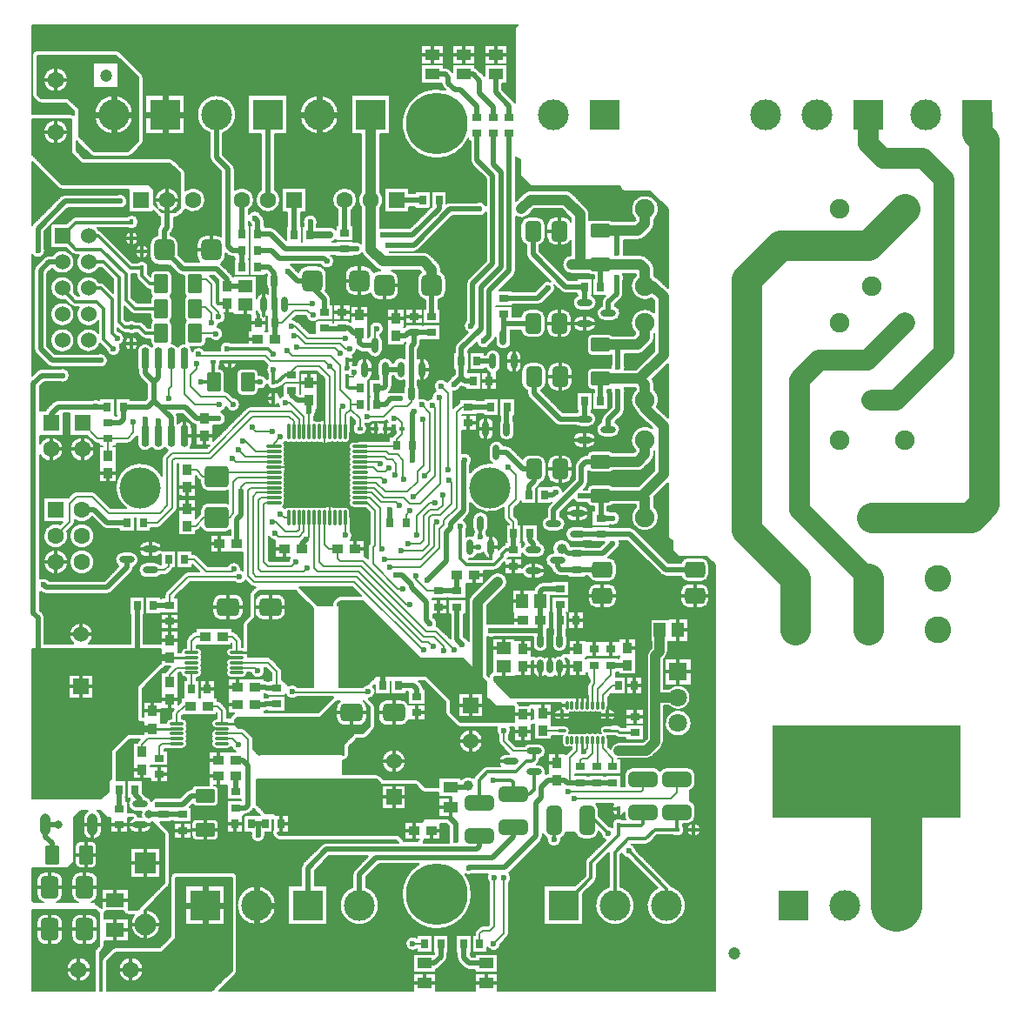
<source format=gtl>
G04 Layer_Physical_Order=1*
G04 Layer_Color=255*
%FSLAX24Y24*%
%MOIN*%
G70*
G01*
G75*
%ADD10C,0.0079*%
%ADD11C,0.0472*%
%ADD12R,0.0276X0.0354*%
%ADD13R,0.0551X0.0413*%
%ADD14R,0.0354X0.0276*%
%ADD15O,0.0281X0.0591*%
%ADD16O,0.0591X0.0281*%
%ADD17O,0.0394X0.0846*%
G04:AMPARAMS|DCode=18|XSize=279.5mil|YSize=218.5mil|CornerRadius=10.9mil|HoleSize=0mil|Usage=FLASHONLY|Rotation=90.000|XOffset=0mil|YOffset=0mil|HoleType=Round|Shape=RoundedRectangle|*
%AMROUNDEDRECTD18*
21,1,0.2795,0.1967,0,0,90.0*
21,1,0.2577,0.2185,0,0,90.0*
1,1,0.0219,0.0983,0.1288*
1,1,0.0219,0.0983,-0.1288*
1,1,0.0219,-0.0983,-0.1288*
1,1,0.0219,-0.0983,0.1288*
%
%ADD18ROUNDEDRECTD18*%
G04:AMPARAMS|DCode=19|XSize=51.2mil|YSize=72mil|CornerRadius=2.6mil|HoleSize=0mil|Usage=FLASHONLY|Rotation=270.000|XOffset=0mil|YOffset=0mil|HoleType=Round|Shape=RoundedRectangle|*
%AMROUNDEDRECTD19*
21,1,0.0512,0.0669,0,0,270.0*
21,1,0.0461,0.0720,0,0,270.0*
1,1,0.0051,-0.0335,-0.0230*
1,1,0.0051,-0.0335,0.0230*
1,1,0.0051,0.0335,0.0230*
1,1,0.0051,0.0335,-0.0230*
%
%ADD19ROUNDEDRECTD19*%
G04:AMPARAMS|DCode=20|XSize=86.6mil|YSize=68.9mil|CornerRadius=17.2mil|HoleSize=0mil|Usage=FLASHONLY|Rotation=0.000|XOffset=0mil|YOffset=0mil|HoleType=Round|Shape=RoundedRectangle|*
%AMROUNDEDRECTD20*
21,1,0.0866,0.0344,0,0,0.0*
21,1,0.0522,0.0689,0,0,0.0*
1,1,0.0344,0.0261,-0.0172*
1,1,0.0344,-0.0261,-0.0172*
1,1,0.0344,-0.0261,0.0172*
1,1,0.0344,0.0261,0.0172*
%
%ADD20ROUNDEDRECTD20*%
G04:AMPARAMS|DCode=21|XSize=51.2mil|YSize=72mil|CornerRadius=2.6mil|HoleSize=0mil|Usage=FLASHONLY|Rotation=0.000|XOffset=0mil|YOffset=0mil|HoleType=Round|Shape=RoundedRectangle|*
%AMROUNDEDRECTD21*
21,1,0.0512,0.0669,0,0,0.0*
21,1,0.0461,0.0720,0,0,0.0*
1,1,0.0051,0.0230,-0.0335*
1,1,0.0051,-0.0230,-0.0335*
1,1,0.0051,-0.0230,0.0335*
1,1,0.0051,0.0230,0.0335*
%
%ADD21ROUNDEDRECTD21*%
G04:AMPARAMS|DCode=22|XSize=86.6mil|YSize=68.9mil|CornerRadius=17.2mil|HoleSize=0mil|Usage=FLASHONLY|Rotation=90.000|XOffset=0mil|YOffset=0mil|HoleType=Round|Shape=RoundedRectangle|*
%AMROUNDEDRECTD22*
21,1,0.0866,0.0344,0,0,90.0*
21,1,0.0522,0.0689,0,0,90.0*
1,1,0.0344,0.0172,0.0261*
1,1,0.0344,0.0172,-0.0261*
1,1,0.0344,-0.0172,-0.0261*
1,1,0.0344,-0.0172,0.0261*
%
%ADD22ROUNDEDRECTD22*%
G04:AMPARAMS|DCode=23|XSize=82.7mil|YSize=78.7mil|CornerRadius=19.7mil|HoleSize=0mil|Usage=FLASHONLY|Rotation=270.000|XOffset=0mil|YOffset=0mil|HoleType=Round|Shape=RoundedRectangle|*
%AMROUNDEDRECTD23*
21,1,0.0827,0.0394,0,0,270.0*
21,1,0.0433,0.0787,0,0,270.0*
1,1,0.0394,-0.0197,-0.0217*
1,1,0.0394,-0.0197,0.0217*
1,1,0.0394,0.0197,0.0217*
1,1,0.0394,0.0197,-0.0217*
%
%ADD23ROUNDEDRECTD23*%
G04:AMPARAMS|DCode=24|XSize=78.7mil|YSize=63mil|CornerRadius=15.7mil|HoleSize=0mil|Usage=FLASHONLY|Rotation=90.000|XOffset=0mil|YOffset=0mil|HoleType=Round|Shape=RoundedRectangle|*
%AMROUNDEDRECTD24*
21,1,0.0787,0.0315,0,0,90.0*
21,1,0.0472,0.0630,0,0,90.0*
1,1,0.0315,0.0157,0.0236*
1,1,0.0315,0.0157,-0.0236*
1,1,0.0315,-0.0157,-0.0236*
1,1,0.0315,-0.0157,0.0236*
%
%ADD24ROUNDEDRECTD24*%
G04:AMPARAMS|DCode=25|XSize=78.7mil|YSize=63mil|CornerRadius=15.7mil|HoleSize=0mil|Usage=FLASHONLY|Rotation=0.000|XOffset=0mil|YOffset=0mil|HoleType=Round|Shape=RoundedRectangle|*
%AMROUNDEDRECTD25*
21,1,0.0787,0.0315,0,0,0.0*
21,1,0.0472,0.0630,0,0,0.0*
1,1,0.0315,0.0236,-0.0157*
1,1,0.0315,-0.0236,-0.0157*
1,1,0.0315,-0.0236,0.0157*
1,1,0.0315,0.0236,0.0157*
%
%ADD25ROUNDEDRECTD25*%
G04:AMPARAMS|DCode=26|XSize=90.6mil|YSize=82.7mil|CornerRadius=12.4mil|HoleSize=0mil|Usage=FLASHONLY|Rotation=0.000|XOffset=0mil|YOffset=0mil|HoleType=Round|Shape=RoundedRectangle|*
%AMROUNDEDRECTD26*
21,1,0.0906,0.0579,0,0,0.0*
21,1,0.0657,0.0827,0,0,0.0*
1,1,0.0248,0.0329,-0.0289*
1,1,0.0248,-0.0329,-0.0289*
1,1,0.0248,-0.0329,0.0289*
1,1,0.0248,0.0329,0.0289*
%
%ADD26ROUNDEDRECTD26*%
%ADD27R,0.0394X0.0394*%
%ADD28R,0.0394X0.0394*%
G04:AMPARAMS|DCode=29|XSize=110.2mil|YSize=59.1mil|CornerRadius=14.8mil|HoleSize=0mil|Usage=FLASHONLY|Rotation=0.000|XOffset=0mil|YOffset=0mil|HoleType=Round|Shape=RoundedRectangle|*
%AMROUNDEDRECTD29*
21,1,0.1102,0.0295,0,0,0.0*
21,1,0.0807,0.0591,0,0,0.0*
1,1,0.0295,0.0404,-0.0148*
1,1,0.0295,-0.0404,-0.0148*
1,1,0.0295,-0.0404,0.0148*
1,1,0.0295,0.0404,0.0148*
%
%ADD29ROUNDEDRECTD29*%
%ADD30O,0.0295X0.0850*%
%ADD31O,0.0630X0.0118*%
%ADD32O,0.0118X0.0630*%
%ADD33O,0.0571X0.0118*%
%ADD34R,0.0610X0.0728*%
%ADD35O,0.0236X0.0532*%
%ADD36R,0.0787X0.0394*%
%ADD37O,0.0335X0.0118*%
%ADD38O,0.0118X0.0335*%
%ADD39R,0.0394X0.0354*%
%ADD40R,0.0354X0.0394*%
%ADD41R,0.0571X0.0453*%
%ADD42R,0.0453X0.0571*%
%ADD43R,0.0709X0.0551*%
G04:AMPARAMS|DCode=44|XSize=21.7mil|YSize=16.5mil|CornerRadius=4.1mil|HoleSize=0mil|Usage=FLASHONLY|Rotation=180.000|XOffset=0mil|YOffset=0mil|HoleType=Round|Shape=RoundedRectangle|*
%AMROUNDEDRECTD44*
21,1,0.0217,0.0083,0,0,180.0*
21,1,0.0134,0.0165,0,0,180.0*
1,1,0.0083,-0.0067,0.0041*
1,1,0.0083,0.0067,0.0041*
1,1,0.0083,0.0067,-0.0041*
1,1,0.0083,-0.0067,-0.0041*
%
%ADD44ROUNDEDRECTD44*%
G04:AMPARAMS|DCode=45|XSize=21.7mil|YSize=16.5mil|CornerRadius=4.1mil|HoleSize=0mil|Usage=FLASHONLY|Rotation=90.000|XOffset=0mil|YOffset=0mil|HoleType=Round|Shape=RoundedRectangle|*
%AMROUNDEDRECTD45*
21,1,0.0217,0.0083,0,0,90.0*
21,1,0.0134,0.0165,0,0,90.0*
1,1,0.0083,0.0041,0.0067*
1,1,0.0083,0.0041,-0.0067*
1,1,0.0083,-0.0041,-0.0067*
1,1,0.0083,-0.0041,0.0067*
%
%ADD45ROUNDEDRECTD45*%
G04:AMPARAMS|DCode=46|XSize=110.2mil|YSize=59.1mil|CornerRadius=14.8mil|HoleSize=0mil|Usage=FLASHONLY|Rotation=90.000|XOffset=0mil|YOffset=0mil|HoleType=Round|Shape=RoundedRectangle|*
%AMROUNDEDRECTD46*
21,1,0.1102,0.0295,0,0,90.0*
21,1,0.0807,0.0591,0,0,90.0*
1,1,0.0295,0.0148,0.0404*
1,1,0.0295,0.0148,-0.0404*
1,1,0.0295,-0.0148,-0.0404*
1,1,0.0295,-0.0148,0.0404*
%
%ADD46ROUNDEDRECTD46*%
%ADD47C,0.0118*%
%ADD48C,0.0236*%
%ADD49C,0.0787*%
%ADD50C,0.0197*%
%ADD51C,0.1969*%
%ADD52C,0.0394*%
%ADD53C,0.0138*%
%ADD54C,0.0098*%
%ADD55C,0.0276*%
%ADD56C,0.1181*%
%ADD57R,0.7195X0.3533*%
%ADD58C,0.2362*%
%ADD59C,0.1575*%
%ADD60R,0.1181X0.1181*%
%ADD61C,0.1181*%
%ADD62R,0.0630X0.0630*%
%ADD63C,0.0630*%
%ADD64R,0.0630X0.0630*%
%ADD65C,0.0709*%
%ADD66R,0.0709X0.0709*%
%ADD67R,0.0827X0.0827*%
%ADD68C,0.0827*%
%ADD69C,0.0748*%
%ADD70C,0.1024*%
%ADD71C,0.0600*%
%ADD72R,0.0600X0.0600*%
%ADD73C,0.0236*%
%ADD74C,0.0394*%
%ADD75C,0.0315*%
G36*
X34956Y26091D02*
X35015Y26047D01*
X35054Y25985D01*
X35068Y25913D01*
Y23307D01*
X35054Y23233D01*
X35014Y23169D01*
X34953Y23124D01*
X34880Y23105D01*
X34805Y23114D01*
X34675Y23154D01*
X34524Y23215D01*
X34385Y23298D01*
X34260Y23402D01*
X34255Y23407D01*
X34106Y23572D01*
X33980Y23756D01*
X33880Y23955D01*
X33807Y24166D01*
X33763Y24384D01*
X33748Y24606D01*
X33763Y24829D01*
X33807Y25047D01*
X33880Y25258D01*
X33980Y25457D01*
X34106Y25640D01*
X34255Y25806D01*
X34257Y25808D01*
X34384Y25914D01*
X34525Y25998D01*
X34678Y26059D01*
X34812Y26101D01*
X34885Y26110D01*
X34956Y26091D01*
D02*
G37*
G36*
X36377Y26099D02*
X36506Y26058D01*
X36657Y25998D01*
X36797Y25914D01*
X36922Y25811D01*
X36926Y25806D01*
X37075Y25640D01*
X37201Y25457D01*
X37301Y25258D01*
X37374Y25047D01*
X37418Y24829D01*
X37433Y24606D01*
X37418Y24384D01*
X37374Y24166D01*
X37301Y23955D01*
X37201Y23756D01*
X37075Y23572D01*
X36926Y23407D01*
X36924Y23404D01*
X36797Y23299D01*
X36656Y23215D01*
X36503Y23153D01*
X36369Y23111D01*
X36296Y23103D01*
X36225Y23122D01*
X36166Y23165D01*
X36127Y23227D01*
X36113Y23299D01*
Y25905D01*
X36127Y25979D01*
X36167Y26043D01*
X36228Y26088D01*
X36301Y26108D01*
X36377Y26099D01*
D02*
G37*
G36*
X46112Y21929D02*
X46526D01*
Y21831D01*
X46240D01*
Y21713D01*
X46526D01*
Y21614D01*
X46112D01*
Y21348D01*
X44872D01*
Y21614D01*
X44459D01*
Y21713D01*
X44744D01*
Y21831D01*
X44459D01*
Y21929D01*
X44872D01*
Y22195D01*
X46112D01*
Y21929D01*
D02*
G37*
G36*
X34819Y21897D02*
X35037Y21852D01*
X35248Y21779D01*
X35447Y21679D01*
X35631Y21554D01*
X35796Y21405D01*
X35799Y21402D01*
X35904Y21276D01*
X35988Y21134D01*
X36049Y20981D01*
X36091Y20847D01*
X36100Y20774D01*
X36081Y20703D01*
X36038Y20644D01*
X35975Y20605D01*
X35903Y20591D01*
X33298D01*
X33223Y20605D01*
X33159Y20646D01*
X33115Y20707D01*
X33095Y20780D01*
X33104Y20855D01*
X33144Y20984D01*
X33205Y21135D01*
X33288Y21275D01*
X33392Y21400D01*
X33397Y21405D01*
X33562Y21554D01*
X33746Y21679D01*
X33945Y21779D01*
X34156Y21852D01*
X34374Y21897D01*
X34596Y21911D01*
X34819Y21897D01*
D02*
G37*
G36*
X35970Y19532D02*
X36034Y19492D01*
X36078Y19431D01*
X36098Y19358D01*
X36089Y19283D01*
X36048Y19153D01*
X35988Y19003D01*
X35905Y18863D01*
X35801Y18738D01*
X35796Y18733D01*
X35631Y18584D01*
X35447Y18459D01*
X35248Y18358D01*
X35037Y18286D01*
X34819Y18241D01*
X34596Y18226D01*
X34374Y18241D01*
X34156Y18286D01*
X33945Y18358D01*
X33746Y18459D01*
X33562Y18584D01*
X33397Y18733D01*
X33394Y18736D01*
X33289Y18862D01*
X33205Y19004D01*
X33144Y19156D01*
X33102Y19291D01*
X33093Y19363D01*
X33112Y19434D01*
X33155Y19494D01*
X33217Y19533D01*
X33290Y19546D01*
X35895D01*
X35970Y19532D01*
D02*
G37*
D10*
X48327Y41457D02*
G03*
X47441Y41061I-531J0D01*
G01*
X48150D02*
G03*
X48327Y41457I-354J396D01*
G01*
X48046Y40645D02*
G03*
X48150Y40896I-251J251D01*
G01*
X48046Y40645D02*
G03*
X48150Y40896I-250J251D01*
G01*
Y39163D02*
G03*
X48046Y39414I-354J0D01*
G01*
X48150Y39163D02*
G03*
X48046Y39414I-354J0D01*
G01*
X48209Y38838D02*
G03*
X48150Y38900I-413J-334D01*
G01*
X48341Y38754D02*
G03*
X48209Y38838I-251J-250D01*
G01*
X48341Y38754D02*
G03*
X48209Y38838I-251J-251D01*
G01*
X47530Y40276D02*
G03*
X47780Y40380I0J354D01*
G01*
X47530Y40276D02*
G03*
X47781Y40380I0J354D01*
G01*
X47879Y39581D02*
G03*
X47628Y39685I-251J-251D01*
G01*
X47879Y39581D02*
G03*
X47628Y39685I-251J-250D01*
G01*
X46850Y42323D02*
G03*
X47047Y42126I197J0D01*
G01*
X46850Y42323D02*
G03*
X47047Y42126I197J0D01*
G01*
X45758Y41044D02*
G03*
X45659Y41015I0J-183D01*
G01*
X46990Y39766D02*
G03*
X46971Y39868I-276J0D01*
G01*
X46978Y39685D02*
G03*
X46990Y39766I-263J81D01*
G01*
X46988Y38819D02*
G03*
X46939Y38976I-276J0D01*
G01*
X46562Y40985D02*
G03*
X46427Y41044I-135J-124D01*
G01*
X45623Y38976D02*
G03*
X45758Y38917I135J124D01*
G01*
X46968Y38717D02*
G03*
X46988Y38819I-256J102D01*
G01*
X47441Y38900D02*
G03*
X48054Y38040I354J-396D01*
G01*
X48150Y37483D02*
G03*
X47441Y36690I-354J-396D01*
G01*
X48046Y36285D02*
G03*
X48150Y36535I-251J251D01*
G01*
X48046Y36285D02*
G03*
X48150Y36535I-250J251D01*
G01*
X47510Y35896D02*
G03*
X47761Y36000I0J354D01*
G01*
X47510Y35896D02*
G03*
X47761Y36000I0J354D01*
G01*
X46894Y38028D02*
G03*
X46968Y38209I-181J181D01*
G01*
X46893Y38027D02*
G03*
X46968Y38209I-181J181D01*
G01*
X46216Y38074D02*
G03*
X46141Y37893I181J-181D01*
G01*
X46217Y38075D02*
G03*
X46141Y37893I181J-181D01*
G01*
X46850Y37464D02*
G03*
X46653Y37744I-298J0D01*
G01*
X46552Y37166D02*
G03*
X46850Y37464I0J298D01*
G01*
X45940Y37864D02*
G03*
X45755Y38140I-298J0D01*
G01*
X46141Y37744D02*
G03*
X46242Y37166I101J-280D01*
G01*
X45642Y37566D02*
G03*
X45940Y37864I0J298D01*
G01*
Y37064D02*
G03*
X45642Y37362I-298J0D01*
G01*
X46562Y36605D02*
G03*
X46427Y36664I-135J-124D01*
G01*
Y35837D02*
G03*
X46506Y35855I0J183D01*
G01*
X47037Y35384D02*
G03*
X47018Y35486I-276J0D01*
G01*
X47026Y35305D02*
G03*
X47037Y35384I-264J79D01*
G01*
X46506Y35486D02*
G03*
X46488Y35353I256J-102D01*
G01*
X45642Y36766D02*
G03*
X45940Y37064I0J298D01*
G01*
X45659Y41260D02*
G03*
X45555Y41511I-354J0D01*
G01*
X45659Y41260D02*
G03*
X45556Y41510I-354J0D01*
G01*
X45004Y42062D02*
G03*
X44754Y42165I-251J-251D01*
G01*
X45005Y42061D02*
G03*
X44754Y42165I-251J-250D01*
G01*
X44951Y40975D02*
G03*
X44663Y41161I-287J-129D01*
G01*
Y40059D02*
G03*
X44951Y40245I0J315D01*
G01*
Y39683D02*
G03*
X44980Y38976I29J-353D01*
G01*
X44348Y41161D02*
G03*
X44033Y40846I0J-315D01*
G01*
X43978D02*
G03*
X43663Y41161I-315J0D01*
G01*
X44033Y40374D02*
G03*
X44348Y40059I315J0D01*
G01*
X43762Y40075D02*
G03*
X43978Y40374I-98J299D01*
G01*
X45219Y38140D02*
G03*
X45332Y37566I113J-276D01*
G01*
Y37362D02*
G03*
X45332Y36766I0J-298D01*
G01*
X44573Y38294D02*
G03*
X44754Y38219I181J181D01*
G01*
X44573Y38293D02*
G03*
X44754Y38219I181J181D01*
G01*
X44978Y37303D02*
G03*
X44663Y37618I-315J0D01*
G01*
X45575Y36020D02*
G03*
X45758Y35837I183J0D01*
G01*
Y36664D02*
G03*
X45575Y36481I0J-183D01*
G01*
X44663Y36516D02*
G03*
X44978Y36831I0J315D01*
G01*
X45008Y35266D02*
G03*
X44693Y35581I-315J0D01*
G01*
X44350Y38425D02*
G03*
X44324Y38542I-276J0D01*
G01*
X44183Y38172D02*
G03*
X44350Y38425I-109J253D01*
G01*
X44348Y37618D02*
G03*
X44033Y37303I0J-315D01*
G01*
X44192Y38675D02*
G03*
X43822Y38534I-117J-250D01*
G01*
X43691Y37785D02*
G03*
X43872Y37860I0J256D01*
G01*
X43691Y37785D02*
G03*
X43872Y37860I0J256D01*
G01*
X43978Y37303D02*
G03*
X43663Y37618I-315J0D01*
G01*
X44033Y36831D02*
G03*
X44348Y36516I315J0D01*
G01*
X44378Y35581D02*
G03*
X44063Y35266I0J-315D01*
G01*
X43663Y36516D02*
G03*
X43978Y36831I0J315D01*
G01*
X44008Y35266D02*
G03*
X43693Y35581I-315J0D01*
G01*
X48256Y33869D02*
G03*
X48327Y34134I-461J265D01*
G01*
X48150Y34744D02*
G03*
X48086Y34946I-354J0D01*
G01*
X48150Y34744D02*
G03*
X48086Y34946I-354J0D01*
G01*
X48327Y34134D02*
G03*
X48150Y34530I-531J0D01*
G01*
X47441D02*
G03*
X47457Y33724I354J-396D01*
G01*
D02*
G03*
X47545Y33578I339J105D01*
G01*
X47457Y33724D02*
G03*
X47545Y33578I339J105D01*
G01*
X48069Y33054D02*
G03*
X47440Y32203I-273J-456D01*
G01*
X47037Y34478D02*
G03*
X47011Y34596I-276J0D01*
G01*
X47018Y34376D02*
G03*
X47037Y34478I-256J102D01*
G01*
X46496Y34550D02*
G03*
X46506Y34376I266J-72D01*
G01*
X46488Y35353D02*
G03*
X46427Y35364I-61J-173D01*
G01*
Y34537D02*
G03*
X46496Y34550I0J183D01*
G01*
X46943Y33579D02*
G03*
X47018Y33760I-181J181D01*
G01*
X46943Y33579D02*
G03*
X47018Y33760I-181J181D01*
G01*
X46840Y33006D02*
G03*
X46648Y33284I-298J0D01*
G01*
X46206Y33566D02*
G03*
X46132Y33385I181J-181D01*
G01*
X46207Y33567D02*
G03*
X46132Y33385I181J-181D01*
G01*
Y33286D02*
G03*
X46233Y32708I101J-280D01*
G01*
X46542D02*
G03*
X46840Y33006I0J298D01*
G01*
X45930Y33406D02*
G03*
X45738Y33684I-298J0D01*
G01*
X48046Y31806D02*
G03*
X48150Y32057I-250J251D01*
G01*
X48046Y31807D02*
G03*
X48150Y32057I-251J251D01*
G01*
Y30364D02*
G03*
X48144Y30427I-354J0D01*
G01*
X47510Y31418D02*
G03*
X47761Y31521I0J354D01*
G01*
X47510Y31418D02*
G03*
X47761Y31522I0J354D01*
G01*
X48150Y30364D02*
G03*
X48144Y30427I-354J0D01*
G01*
X48327Y29646D02*
G03*
X48150Y30042I-531J0D01*
G01*
X47441D02*
G03*
X48327Y29646I354J-396D01*
G01*
X47405Y29177D02*
G03*
X47224Y29252I-181J-181D01*
G01*
X47406Y29177D02*
G03*
X47224Y29252I-181J-181D01*
G01*
X46562Y32126D02*
G03*
X46427Y32185I-135J-124D01*
G01*
Y31359D02*
G03*
X46562Y31418I0J183D01*
G01*
Y30826D02*
G03*
X46427Y30885I-135J-124D01*
G01*
Y30059D02*
G03*
X46562Y30118I0J183D01*
G01*
X46840Y29606D02*
G03*
X46462Y29862I-276J0D01*
G01*
Y29350D02*
G03*
X46840Y29606I102J256D01*
G01*
X45758Y35364D02*
G03*
X45575Y35181I0J-183D01*
G01*
Y34720D02*
G03*
X45758Y34537I183J0D01*
G01*
X45226Y33687D02*
G03*
X45170Y33661I96J-282D01*
G01*
X45632Y33108D02*
G03*
X45930Y33406I0J298D01*
G01*
X45170Y33150D02*
G03*
X45323Y33108I152J256D01*
G01*
X45930Y32606D02*
G03*
X45632Y32903I-298J0D01*
G01*
Y32308D02*
G03*
X45930Y32606I0J298D01*
G01*
X45758Y32185D02*
G03*
X45577Y32028I0J-183D01*
G01*
X45323Y32903D02*
G03*
X45323Y32308I0J-298D01*
G01*
X45532Y32028D02*
G03*
X45351Y31953I0J-256D01*
G01*
X45532Y32028D02*
G03*
X45351Y31953I0J-256D01*
G01*
X45183Y31785D02*
G03*
X45108Y31604I181J-181D01*
G01*
X45183Y31786D02*
G03*
X45108Y31604I181J-181D01*
G01*
X44693Y34478D02*
G03*
X45008Y34793I0J315D01*
G01*
X44063D02*
G03*
X44378Y34478I315J0D01*
G01*
X43806Y34499D02*
G03*
X44008Y34793I-113J294D01*
G01*
X44356Y33225D02*
G03*
X44537Y33150I181J181D01*
G01*
X44356Y33225D02*
G03*
X44537Y33150I181J181D01*
G01*
X45008Y31722D02*
G03*
X44693Y32037I-315J0D01*
G01*
X44378D02*
G03*
X44063Y31722I0J-315D01*
G01*
X44008D02*
G03*
X43693Y32037I-315J0D01*
G01*
X45620Y31421D02*
G03*
X45758Y31359I138J121D01*
G01*
Y30885D02*
G03*
X45575Y30709I0J-183D01*
G01*
X45545Y30813D02*
G03*
X45620Y30994I-181J181D01*
G01*
X45545Y30813D02*
G03*
X45620Y30994I-181J181D01*
G01*
X44693Y30935D02*
G03*
X45008Y31250I0J315D01*
G01*
X45062Y30330D02*
G03*
X45406Y30197I246J125D01*
G01*
X45580D02*
G03*
X45758Y30059I177J45D01*
G01*
X45654Y29796D02*
G03*
X45357Y30094I-298J0D01*
G01*
Y29498D02*
G03*
X45654Y29796I0J298D01*
G01*
X45509Y29252D02*
G03*
X45357Y29294I-152J-256D01*
G01*
X45047Y30094D02*
G03*
X45047Y29498I0J-298D01*
G01*
X44063Y31250D02*
G03*
X44378Y30935I315J0D01*
G01*
X44644Y30636D02*
G03*
X44213Y30837I-274J-26D01*
G01*
X43782Y30948D02*
G03*
X44008Y31250I-89J302D01*
G01*
X43718Y30837D02*
G03*
X43782Y30948I-183J179D01*
G01*
X43718Y30837D02*
G03*
X43782Y30948I-183J179D01*
G01*
X44111Y30103D02*
G03*
X44036Y29922I181J-181D01*
G01*
X44111Y30103D02*
G03*
X44036Y29922I181J-181D01*
G01*
X44744Y29396D02*
G03*
X44548Y29676I-298J0D01*
G01*
X44447Y29098D02*
G03*
X44744Y29396I0J298D01*
G01*
X44036Y29676D02*
G03*
X44137Y29098I101J-280D01*
G01*
X42928Y48505D02*
G03*
X42815Y48327I84J-178D01*
G01*
X42928Y48505D02*
G03*
X42815Y48327I84J-178D01*
G01*
X42854Y43435D02*
G03*
X43012Y43356I157J118D01*
G01*
X42854Y43435D02*
G03*
X43012Y43356I157J118D01*
G01*
X42815Y45530D02*
G03*
X42779Y45575I-217J-136D01*
G01*
X42815Y45530D02*
G03*
X42779Y45575I-217J-136D01*
G01*
X41392Y46805D02*
G03*
X41289Y46868I-181J-181D01*
G01*
X41392Y46805D02*
G03*
X41289Y46868I-181J-181D01*
G01*
X41112Y43324D02*
G03*
X41187Y43143I256J0D01*
G01*
X41112Y43324D02*
G03*
X41187Y43143I256J0D01*
G01*
X40319Y46805D02*
G03*
X40138Y46880I-181J-181D01*
G01*
X40319Y46805D02*
G03*
X40138Y46880I-181J-181D01*
G01*
X43406Y42165D02*
G03*
X43155Y42062I0J-354D01*
G01*
X43406Y42165D02*
G03*
X43155Y42061I0J-354D01*
G01*
X43348Y41161D02*
G03*
X43033Y40846I0J-315D01*
G01*
Y40374D02*
G03*
X43250Y40075I315J0D01*
G01*
X42854Y41162D02*
G03*
X43302Y41206I197J295D01*
G01*
X43250Y39722D02*
G03*
X43325Y39541I256J0D01*
G01*
X43250Y39722D02*
G03*
X43325Y39541I256J0D01*
G01*
X42779Y38914D02*
G03*
X42854Y39094I-181J181D01*
G01*
X42779Y38913D02*
G03*
X42854Y39094I-181J181D01*
G01*
X41713Y41581D02*
G03*
X41364Y41713I-246J-124D01*
G01*
Y41201D02*
G03*
X41713Y41333I102J256D01*
G01*
X40327Y41713D02*
G03*
X40197Y41677I0J-256D01*
G01*
X40327Y41713D02*
G03*
X40197Y41677I0J-256D01*
G01*
X41020Y38769D02*
G03*
X40945Y38588I181J-181D01*
G01*
X41020Y38769D02*
G03*
X40945Y38588I181J-181D01*
G01*
X40011Y46260D02*
G03*
X40085Y46099I255J20D01*
G01*
X40011Y46260D02*
G03*
X40085Y46098I255J20D01*
G01*
X40165Y46018D02*
G03*
X41033Y44164I-347J-1293D01*
G01*
X37638Y41484D02*
G03*
X37760Y41801I-350J317D01*
G01*
D02*
G03*
X37638Y42118I-472J0D01*
G01*
X39571Y39699D02*
G03*
X39321Y39803I-251J-251D01*
G01*
X39572Y39699D02*
G03*
X39321Y39803I-251J-250D01*
G01*
X38940Y39813D02*
G03*
X39120Y39888I0J256D01*
G01*
X38940Y39813D02*
G03*
X39121Y39888I0J256D01*
G01*
X39980Y39144D02*
G03*
X39877Y39394I-354J0D01*
G01*
X39980Y39144D02*
G03*
X39876Y39395I-354J0D01*
G01*
X40177Y38750D02*
G03*
X39980Y39067I-354J0D01*
G01*
X39882Y37968D02*
G03*
X40177Y38317I-59J349D01*
G01*
X39227Y39041D02*
G03*
X39075Y38750I202J-291D01*
G01*
Y38317D02*
G03*
X39370Y37968I354J0D01*
G01*
X38016Y39803D02*
G03*
X38045Y39813I-73J266D01*
G01*
X37848Y40728D02*
G03*
X37638Y40726I-102J-256D01*
G01*
X37486Y39198D02*
G03*
X37653Y39104I251J251D01*
G01*
X37485Y39199D02*
G03*
X37653Y39104I251J250D01*
G01*
X37618D02*
G03*
X37397Y39027I0J-354D01*
G01*
X38366Y38750D02*
G03*
X38095Y39094I-354J0D01*
G01*
X38012Y37963D02*
G03*
X38366Y38317I0J354D01*
G01*
X37278Y38217D02*
G03*
X37618Y37963I340J100D01*
G01*
X43348Y37618D02*
G03*
X43034Y37323I0J-315D01*
G01*
Y36811D02*
G03*
X43348Y36516I314J20D01*
G01*
X42666Y36680D02*
G03*
X42636Y36811I-298J0D01*
G01*
X42071Y36370D02*
G03*
X42666Y36370I298J0D01*
G01*
X43066Y35770D02*
G03*
X42471Y35770I-298J0D01*
G01*
X42266D02*
G03*
X41690Y35876I-298J0D01*
G01*
X43378Y35581D02*
G03*
X43063Y35266I0J-315D01*
G01*
Y34793D02*
G03*
X43280Y34494I315J0D01*
G01*
Y34407D02*
G03*
X43355Y34226I256J0D01*
G01*
X43280Y34407D02*
G03*
X43354Y34227I256J0D01*
G01*
X42471Y35460D02*
G03*
X43066Y35460I298J0D01*
G01*
X42116Y35202D02*
G03*
X42266Y35460I-148J259D01*
G01*
X42012Y36423D02*
G03*
X42071Y36515I-181J181D01*
G01*
X42011Y36423D02*
G03*
X42071Y36515I-181J181D01*
G01*
X41687Y35364D02*
G03*
X41812Y35207I282J96D01*
G01*
X41342Y36344D02*
G03*
X41867Y36279I272J43D01*
G01*
X41599Y34124D02*
G03*
X41393Y34124I-103J-256D01*
G01*
X41394Y33612D02*
G03*
X41598Y33612I102J256D01*
G01*
X42798Y33191D02*
G03*
X42756Y33344I-298J0D01*
G01*
X42671Y32307D02*
G03*
X42490Y32382I-181J-181D01*
G01*
X42671Y32307D02*
G03*
X42490Y32382I-181J-181D01*
G01*
X43378Y32037D02*
G03*
X43103Y31875I0J-315D01*
G01*
X42244Y33344D02*
G03*
X42202Y33191I256J-152D01*
G01*
Y32881D02*
G03*
X42798Y32881I298J0D01*
G01*
X42380Y32382D02*
G03*
X41802Y32281I-280J-101D01*
G01*
X43003Y30205D02*
G03*
X43041Y30259I-139J139D01*
G01*
X43003Y30205D02*
G03*
X43041Y30259I-139J139D01*
G01*
X42963Y29449D02*
G03*
X42905Y29588I-197J0D01*
G01*
X42963Y29449D02*
G03*
X42905Y29588I-197J0D01*
G01*
X42390Y29627D02*
G03*
X42448Y29488I197J0D01*
G01*
X42390Y29627D02*
G03*
X42448Y29488I197J0D01*
G01*
X41095Y30205D02*
G03*
X42390Y30006I751J573D01*
G01*
X41095Y30205D02*
G03*
X42390Y30006I751J573D01*
G01*
X41802Y31971D02*
G03*
X41943Y31718I298J0D01*
G01*
X41998Y33191D02*
G03*
X41402Y33191I-298J0D01*
G01*
Y32881D02*
G03*
X41998Y32881I298J0D01*
G01*
X41790Y29564D02*
G03*
X41195Y29564I-298J0D01*
G01*
X41711Y29052D02*
G03*
X41790Y29254I-219J202D01*
G01*
X41195D02*
G03*
X41256Y29073I298J0D01*
G01*
X41752Y28917D02*
G03*
X41711Y29052I-275J-9D01*
G01*
X41256Y29073D02*
G03*
X41202Y28931I220J-166D01*
G01*
X41943Y31718D02*
G03*
X41095Y31352I-98J-940D01*
G01*
Y31654D02*
G03*
X41160Y31832I-210J178D01*
G01*
X41943Y31718D02*
G03*
X41095Y31352I-98J-940D01*
G01*
X41020Y29725D02*
G03*
X41095Y29906I-181J181D01*
G01*
X41019Y29725D02*
G03*
X41095Y29906I-181J181D01*
G01*
X40945Y37181D02*
G03*
X41007Y36733I187J-202D01*
G01*
X40577Y36303D02*
G03*
X40502Y36122I181J-181D01*
G01*
X40577Y36303D02*
G03*
X40502Y36122I181J-181D01*
G01*
X39118Y36118D02*
G03*
X39193Y36299I-181J181D01*
G01*
X39118Y36118D02*
G03*
X39193Y36299I-181J181D01*
G01*
X39540Y35465D02*
G03*
X39098Y35726I-298J0D01*
G01*
Y34894D02*
G03*
X39540Y35155I144J261D01*
G01*
X38625Y36340D02*
G03*
X38593Y36261I217J-135D01*
G01*
Y36941D02*
G03*
X38559Y36913I148J-209D01*
G01*
X38593Y36941D02*
G03*
X38559Y36913I148J-209D01*
G01*
X38625Y36340D02*
G03*
X38593Y36261I217J-135D01*
G01*
X38589Y36240D02*
G03*
X38586Y36204I253J-36D01*
G01*
X38589Y36240D02*
G03*
X38586Y36204I253J-36D01*
G01*
X37644Y36629D02*
G03*
X37785Y36870I-134J241D01*
G01*
X37745Y36375D02*
G03*
X37644Y36599I-298J0D01*
G01*
X38586Y35726D02*
G03*
X38162Y35566I-144J-261D01*
G01*
X38162Y35054D02*
G03*
X38586Y34894I280J101D01*
G01*
X38103Y35003D02*
G03*
X38127Y35054I-256J152D01*
G01*
Y35566D02*
G03*
X37549Y35465I-280J-101D01*
G01*
Y35155D02*
G03*
X37591Y35003I298J0D01*
G01*
X40753Y34653D02*
G03*
X40886Y34616I133J219D01*
G01*
X40753Y34653D02*
G03*
X40886Y34616I133J219D01*
G01*
X40699Y34048D02*
G03*
X40638Y34007I78J-181D01*
G01*
X40699Y34048D02*
G03*
X40638Y34007I78J-181D01*
G01*
X40364Y34988D02*
G03*
X40212Y34824I109J-253D01*
G01*
X40443Y34460D02*
G03*
X40726Y34626I29J274D01*
G01*
X40212Y34824D02*
G03*
X39778Y34488I-232J-149D01*
G01*
X40453Y34400D02*
G03*
X40443Y34460I-197J0D01*
G01*
X40453Y34400D02*
G03*
X40443Y34460I-197J0D01*
G01*
X39778Y34488D02*
G03*
X39628Y34211I124J-246D01*
G01*
Y34211D02*
G03*
X39453Y34124I28J-274D01*
G01*
X41202Y28931D02*
G03*
X40935Y28907I-109J-277D01*
G01*
Y29121D02*
G03*
X40994Y29291I-217J170D01*
G01*
X41160Y31832D02*
G03*
X40780Y32087I-276J0D01*
G01*
X40994Y29291D02*
G03*
X40836Y29541I-276J0D01*
G01*
X39140Y34555D02*
G03*
X39098Y34707I-298J0D01*
G01*
X38586D02*
G03*
X38544Y34555I256J-152D01*
G01*
Y34432D02*
G03*
X38323Y34439I-119J-249D01*
G01*
X39453Y34124D02*
G03*
X39137Y34202I-211J-177D01*
G01*
D02*
G03*
X39140Y34245I-295J44D01*
G01*
X38028Y34477D02*
G03*
X38103Y34658I-181J181D01*
G01*
X38028Y34477D02*
G03*
X38103Y34658I-181J181D01*
G01*
X38051Y34439D02*
G03*
X37980Y34429I0J-256D01*
G01*
X38051Y34439D02*
G03*
X37980Y34429I0J-256D01*
G01*
X37913Y33353D02*
G03*
X37945Y33280I266J72D01*
G01*
X37776Y33297D02*
G03*
X37913Y33353I0J197D01*
G01*
X37776Y33297D02*
G03*
X37913Y33353I0J197D01*
G01*
X38232Y33155D02*
G03*
X38219Y33083I185J-72D01*
G01*
Y33000D02*
G03*
X38264Y32873I199J0D01*
G01*
X38104Y33160D02*
G03*
X38232Y33155I75J265D01*
G01*
X38120Y33083D02*
G03*
X38104Y33160I-199J0D01*
G01*
X37921Y32801D02*
G03*
X38120Y33000I0J199D01*
G01*
X38148Y32758D02*
G03*
X38123Y32726I139J-139D01*
G01*
X38148Y32758D02*
G03*
X38123Y32726I139J-139D01*
G01*
X37992Y32555D02*
G03*
X37917Y32570I-76J-182D01*
G01*
X37992Y32555D02*
G03*
X37917Y32570I-76J-182D01*
G01*
X37787Y33282D02*
G03*
X37677Y33248I0J-199D01*
G01*
Y32835D02*
G03*
X37787Y32801I110J165D01*
G01*
X37677Y33248D02*
G03*
X37567Y33282I-110J-165D01*
G01*
Y32801D02*
G03*
X37677Y32835I0J199D01*
G01*
X49468Y28108D02*
G03*
X49169Y27892I0J-315D01*
G01*
X50256Y27793D02*
G03*
X49941Y28108I-315J0D01*
G01*
Y27163D02*
G03*
X50256Y27478I0J315D01*
G01*
X49169Y27380D02*
G03*
X49468Y27163I299J98D01*
G01*
X50256Y26793D02*
G03*
X49941Y27108I-315J0D01*
G01*
Y26163D02*
G03*
X50256Y26478I0J315D01*
G01*
X49468Y27108D02*
G03*
X49154Y26793I0J-315D01*
G01*
Y26478D02*
G03*
X49468Y26163I315J0D01*
G01*
X48671Y28937D02*
G03*
X48868Y28740I197J0D01*
G01*
X48671Y28937D02*
G03*
X48868Y28740I197J0D01*
G01*
X48403Y27455D02*
G03*
X48585Y27380I181J181D01*
G01*
X48404Y27455D02*
G03*
X48585Y27380I181J181D01*
G01*
X49537Y22736D02*
G03*
X49065Y23209I-472J0D01*
G01*
D02*
G03*
X48713Y23051I0J-472D01*
G01*
X49065Y22264D02*
G03*
X49537Y22736I0J472D01*
G01*
X49577Y21752D02*
G03*
X49065Y22264I-512J0D01*
G01*
D02*
G03*
X49577Y21752I0J-512D01*
G01*
X48713Y22421D02*
G03*
X49065Y22264I352J315D01*
G01*
X48579Y24265D02*
G03*
X48671Y24488I-222J223D01*
G01*
X48579Y24265D02*
G03*
X48671Y24488I-223J223D01*
G01*
X47967Y24544D02*
G03*
X47874Y24321I222J-223D01*
G01*
X47966Y24544D02*
G03*
X47874Y24321I223J-223D01*
G01*
X46840Y28642D02*
G03*
X46822Y28740I-276J0D01*
G01*
X46673Y28388D02*
G03*
X46840Y28642I-109J253D01*
G01*
X46713Y27793D02*
G03*
X46398Y28108I-315J0D01*
G01*
Y27163D02*
G03*
X46713Y27478I0J315D01*
G01*
Y26793D02*
G03*
X46398Y27108I-315J0D01*
G01*
Y26163D02*
G03*
X46713Y26478I0J315D01*
G01*
X45625Y27382D02*
G03*
X45925Y27163I300J96D01*
G01*
X45357Y28698D02*
G03*
X45509Y28740I0J298D01*
G01*
X45047Y29294D02*
G03*
X45047Y28698I0J-298D01*
G01*
X44949Y28543D02*
G03*
X44294Y28284I-341J-97D01*
G01*
X45925Y27108D02*
G03*
X45610Y26793I0J-315D01*
G01*
Y26478D02*
G03*
X45925Y26163I315J0D01*
G01*
X46684Y23524D02*
G03*
X46693Y23583I-188J59D01*
G01*
X46684Y23524D02*
G03*
X46693Y23583I-188J59D01*
G01*
X46683Y22067D02*
G03*
X46467Y22283I-217J0D01*
G01*
Y21850D02*
G03*
X46683Y22067I0J217D01*
G01*
X46358Y22355D02*
G03*
X46378Y22441I-177J86D01*
G01*
X46351Y22283D02*
G03*
X46358Y22333I-170J49D01*
G01*
X45886Y22185D02*
G03*
X46061Y22173I98J147D01*
G01*
X45492Y22185D02*
G03*
X45689Y22185I98J147D01*
G01*
X45295D02*
G03*
X45492Y22185I98J147D01*
G01*
X44941Y22166D02*
G03*
X45098Y22185I59J167D01*
G01*
X46061Y22173D02*
G03*
X46042Y22126I189J-106D01*
G01*
X45689Y22185D02*
G03*
X45886Y22185I98J147D01*
G01*
X46042Y22126D02*
G03*
X46043Y22002I208J-59D01*
G01*
D02*
G03*
X46250Y21850I207J65D01*
G01*
X45098Y22185D02*
G03*
X45295Y22185I98J147D01*
G01*
X44943Y22126D02*
G03*
X44931Y22158I-208J-59D01*
G01*
X44951Y22067D02*
G03*
X44943Y22126I-217J0D01*
G01*
X44941Y22002D02*
G03*
X44951Y22067I-207J65D01*
G01*
X44734Y21850D02*
G03*
X44941Y22002I0J217D01*
G01*
X49518Y19167D02*
G03*
X49734Y19459I-89J292D01*
G01*
Y19754D02*
G03*
X49429Y20059I-305J0D01*
G01*
X49921Y17709D02*
G03*
X49722Y17907I-199J0D01*
G01*
X49734Y18494D02*
G03*
X49518Y18786I-305J0D01*
G01*
X49429Y17894D02*
G03*
X49734Y18199I0J305D01*
G01*
X49589Y17907D02*
G03*
X49390Y17709I0J-199D01*
G01*
X49291D02*
G03*
X49242Y17840I-199J0D01*
G01*
X48412Y20811D02*
G03*
X48504Y21033I-223J223D01*
G01*
X48411Y20810D02*
G03*
X48504Y21033I-222J223D01*
G01*
X47864Y20394D02*
G03*
X48087Y20486I0J315D01*
G01*
X47864Y20394D02*
G03*
X48087Y20486I0J315D01*
G01*
X48371Y19927D02*
G03*
X48120Y20059I-251J-173D01*
G01*
X48622D02*
G03*
X48371Y19927I0J-305D01*
G01*
X47313Y20059D02*
G03*
X47008Y19754I0J-305D01*
G01*
Y19459D02*
G03*
X47032Y19341I305J0D01*
G01*
X47008Y18199D02*
G03*
X47046Y18051I305J0D01*
G01*
X49722Y17427D02*
G03*
X49921Y17626I0J199D01*
G01*
X49390D02*
G03*
X49589Y17427I199J0D01*
G01*
X49093D02*
G03*
X49291Y17626I0J199D01*
G01*
X48865Y17451D02*
G03*
X48959Y17427I94J175D01*
G01*
X49360Y14774D02*
G03*
X48813Y15494I-748J0D01*
G01*
X48277Y15442D02*
G03*
X49360Y14774I335J-669D01*
G01*
X48813Y15494D02*
G03*
X48765Y15567I-201J-81D01*
G01*
X48813Y15494D02*
G03*
X48765Y15567I-201J-81D01*
G01*
X47825Y17106D02*
G03*
X47978Y17170I0J217D01*
G01*
X47825Y17106D02*
G03*
X47978Y17170I0J217D01*
G01*
X47449Y16883D02*
G03*
X47277Y17106I-274J-33D01*
G01*
X46913Y16765D02*
G03*
X47143Y16577I262J86D01*
G01*
X46879Y21622D02*
G03*
X46732Y21683I-146J-146D01*
G01*
X46878Y21623D02*
G03*
X46732Y21683I-146J-146D01*
G01*
X46675Y21242D02*
G03*
X46821Y21181I146J146D01*
G01*
X46674Y21242D02*
G03*
X46821Y21181I146J146D01*
G01*
X46358Y21683D02*
G03*
X46252Y21654I0J-207D01*
G01*
X46250D02*
G03*
X46107Y21372I0J-177D01*
G01*
X46388Y21093D02*
G03*
X46358Y21196I-197J0D01*
G01*
Y21211D02*
G03*
X46348Y21270I-177J0D01*
G01*
X46791Y21024D02*
G03*
X46482Y20765I0J-315D01*
G01*
X46378Y21031D02*
G03*
X46388Y21093I-187J61D01*
G01*
X46823Y18199D02*
G03*
X47008Y18325I0J199D01*
G01*
X46582Y18652D02*
G03*
X46541Y18532I158J-121D01*
G01*
Y18398D02*
G03*
X46740Y18199I199J0D01*
G01*
X46954Y18051D02*
G03*
X46823Y18100I-131J-150D01*
G01*
X46740D02*
G03*
X46541Y17902I0J-199D01*
G01*
X46542Y17758D02*
G03*
X46420Y17803I-154J-229D01*
G01*
X46114Y17497D02*
G03*
X46280Y17276I274J33D01*
G01*
X46083Y21358D02*
G03*
X45886Y21358I-98J-147D01*
G01*
D02*
G03*
X45689Y21358I-98J-147D01*
G01*
X45689D02*
G03*
X45492Y21358I-98J-147D01*
G01*
D02*
G03*
X45295Y21358I-98J-147D01*
G01*
X44911Y21476D02*
G03*
X44734Y21654I-177J0D01*
G01*
X45295Y21358D02*
G03*
X45098Y21358I-98J-147D01*
G01*
D02*
G03*
X44902Y21358I-98J-147D01*
G01*
Y20847D02*
G03*
X44990Y20817I98J147D01*
G01*
X44877Y21372D02*
G03*
X44911Y21476I-143J105D01*
G01*
X44626Y20994D02*
G03*
X44902Y20847I177J0D01*
G01*
X46024Y18425D02*
G03*
X45922Y18652I-305J0D01*
G01*
X46049Y18175D02*
G03*
X46024Y18196I-153J-153D01*
G01*
X46049Y18174D02*
G03*
X46024Y18196I-153J-153D01*
G01*
X45718Y17313D02*
G03*
X46022Y17589I0J305D01*
G01*
X45126Y17549D02*
G03*
X45423Y17313I297J69D01*
G01*
X47392Y14774D02*
G03*
X46860Y15490I-748J0D01*
G01*
X46427D02*
G03*
X47392Y14774I217J-716D01*
G01*
X45565Y16561D02*
G03*
X45502Y16407I153J-153D01*
G01*
X45566Y16561D02*
G03*
X45502Y16407I153J-153D01*
G01*
X45872Y15664D02*
G03*
X45935Y15817I-153J153D01*
G01*
X45871Y15663D02*
G03*
X45935Y15817I-153J153D01*
G01*
X44284Y28284D02*
G03*
X44188Y27704I0J-298D01*
G01*
X43779Y28668D02*
G03*
X43710Y28798I-251J-51D01*
G01*
X43981Y28386D02*
G03*
X43779Y28668I-298J0D01*
G01*
D02*
G03*
X43709Y28798I-251J-51D01*
G01*
X43684Y28088D02*
G03*
X43981Y28386I0J298D01*
G01*
Y27586D02*
G03*
X43684Y27884I-298J0D01*
G01*
X44376Y27457D02*
G03*
X44557Y27382I181J181D01*
G01*
X44376Y27457D02*
G03*
X44557Y27382I181J181D01*
G01*
X44188Y27704D02*
G03*
X44258Y27575I250J53D01*
G01*
X44188Y27704D02*
G03*
X44258Y27575I250J53D01*
G01*
X43684Y27288D02*
G03*
X43981Y27586I0J298D01*
G01*
X43888Y27165D02*
G03*
X43707Y27090I0J-256D01*
G01*
X43888Y27165D02*
G03*
X43706Y27090I0J-256D01*
G01*
X43132Y28691D02*
G03*
X43177Y28609I243J79D01*
G01*
X43100Y28267D02*
G03*
X43374Y28088I273J118D01*
G01*
X43132Y28691D02*
G03*
X43177Y28609I243J79D01*
G01*
D02*
G03*
X43100Y28504I197J-223D01*
G01*
X43374Y27884D02*
G03*
X43100Y27704I0J-298D01*
G01*
X42431Y28597D02*
G03*
X42327Y28539I49J-211D01*
G01*
X42431Y28597D02*
G03*
X42327Y28538I49J-211D01*
G01*
X43599Y26982D02*
G03*
X43536Y26880I181J-181D01*
G01*
X43599Y26982D02*
G03*
X43536Y26880I181J-181D01*
G01*
X43095Y27480D02*
G03*
X43374Y27288I279J106D01*
G01*
X42416Y26925D02*
G03*
X42520Y27175I-251J251D01*
G01*
X42415Y26924D02*
G03*
X42520Y27175I-250J251D01*
G01*
X44803Y25049D02*
G03*
X44783Y25152I-276J0D01*
G01*
X44272D02*
G03*
X44252Y25049I256J-102D01*
G01*
Y24754D02*
G03*
X44803Y24754I276J0D01*
G01*
X44882Y24423D02*
G03*
X44803Y24439I-79J-180D01*
G01*
X44882Y24423D02*
G03*
X44803Y24439I-79J-180D01*
G01*
X44739D02*
G03*
X44567Y24338I0J-197D01*
G01*
X44739Y24439D02*
G03*
X44567Y24338I0J-197D01*
G01*
X44587Y22333D02*
G03*
X44592Y22283I217J0D01*
G01*
X44567Y24338D02*
G03*
X44341Y24267I-39J-273D01*
G01*
D02*
G03*
X43967Y24267I-187J-202D01*
G01*
X44518Y22283D02*
G03*
X44518Y21850I0J-217D01*
G01*
X44055Y25049D02*
G03*
X44035Y25152I-276J0D01*
G01*
X43504Y24754D02*
G03*
X44055Y24754I276J0D01*
G01*
X43967Y24267D02*
G03*
X43635Y24300I-187J-202D01*
G01*
D02*
G03*
X43515Y24341I-120J-156D01*
G01*
X43635Y24300D02*
G03*
X43515Y24341I-120J-156D01*
G01*
X43543Y22489D02*
G03*
X43305Y22441I-89J-176D01*
G01*
X43543Y22489D02*
G03*
X43305Y22441I-89J-176D01*
G01*
X42976D02*
G03*
X42916Y22539I-191J-49D01*
G01*
X42976Y22441D02*
G03*
X42916Y22539I-191J-49D01*
G01*
X42018Y27608D02*
G03*
X42171Y27672I0J217D01*
G01*
X42520Y27175D02*
G03*
X41915Y27426I-354J0D01*
G01*
X42520Y27175D02*
G03*
X41914Y27425I-354J0D01*
G01*
X42018Y27608D02*
G03*
X42171Y27672I0J217D01*
G01*
X42190Y28654D02*
G03*
X41752Y28917I-298J0D01*
G01*
X41601Y28282D02*
G03*
X41936Y28050I291J63D01*
G01*
X41368Y28231D02*
G03*
X41601Y28282I64J268D01*
G01*
X41982Y25561D02*
G03*
X41752Y25549I-102J-256D01*
G01*
X41046Y28050D02*
G03*
X41368Y28231I47J294D01*
G01*
X41147Y26658D02*
G03*
X41043Y26407I250J-251D01*
G01*
X41147Y26658D02*
G03*
X41043Y26407I251J-251D01*
G01*
X39833Y25571D02*
G03*
X39675Y25820I-276J0D01*
G01*
X39932Y25405D02*
G03*
X39810Y25462I-139J-139D01*
G01*
X39932Y25405D02*
G03*
X39810Y25462I-139J-139D01*
G01*
X39810Y25462D02*
G03*
X39833Y25571I-253J109D01*
G01*
X41752Y25061D02*
G03*
X41982Y25049I128J244D01*
G01*
X41043Y24898D02*
G03*
X40906Y25027I-246J-124D01*
G01*
X41939Y23718D02*
G03*
X41811Y23533I69J-184D01*
G01*
X41939Y23718D02*
G03*
X41811Y23533I69J-184D01*
G01*
X40157Y22165D02*
G03*
X40215Y22026I197J0D01*
G01*
X40157Y22165D02*
G03*
X40215Y22026I197J0D01*
G01*
X39311Y23071D02*
G03*
X39236Y23252I-256J0D01*
G01*
X39311Y23071D02*
G03*
X39236Y23252I-256J0D01*
G01*
X38687Y22953D02*
G03*
X38720Y22942I102J256D01*
G01*
X37451Y22890D02*
G03*
X37461Y22963I-266J72D01*
G01*
X37451Y23035D02*
G03*
X37371Y23166I-266J-72D01*
G01*
X38720Y22484D02*
G03*
X38430Y22657I-290J-156D01*
G01*
Y21654D02*
G03*
X38736Y21860I0J330D01*
G01*
X37441Y22372D02*
G03*
X37383Y22511I-197J0D01*
G01*
X37441Y22372D02*
G03*
X37383Y22511I-197J0D01*
G01*
X37908Y22657D02*
G03*
X37579Y22328I0J-330D01*
G01*
Y21983D02*
G03*
X37908Y21654I330J0D01*
G01*
X44712Y21654D02*
G03*
X44626Y21673I-86J-177D01*
G01*
X44640Y21280D02*
G03*
X44626Y21211I163J-69D01*
G01*
X43455Y21693D02*
G03*
X43543Y21714I0J197D01*
G01*
X43455Y21693D02*
G03*
X43543Y21714I0J197D01*
G01*
X43991Y19805D02*
G03*
X44001Y19882I-288J77D01*
G01*
X44085Y19823D02*
G03*
X43991Y19805I0J-256D01*
G01*
X44085Y19823D02*
G03*
X43991Y19805I0J-256D01*
G01*
X44001Y20682D02*
G03*
X43703Y20980I-298J0D01*
G01*
X43393D02*
G03*
X43170Y20879I0J-298D01*
G01*
X43765Y20391D02*
G03*
X44001Y20682I-62J291D01*
G01*
X43701Y20226D02*
G03*
X43765Y20379I-153J153D01*
G01*
X43701Y20225D02*
G03*
X43765Y20379I-153J153D01*
G01*
X44001Y19882D02*
G03*
X43703Y20180I-298J0D01*
G01*
X42657Y21476D02*
G03*
X42631Y21594I-276J0D01*
G01*
X42579Y21284D02*
G03*
X42657Y21476I-197J193D01*
G01*
X42133Y21594D02*
G03*
X42185Y21284I249J-118D01*
G01*
Y21063D02*
G03*
X42243Y20924I197J0D01*
G01*
X42185Y21063D02*
G03*
X42243Y20924I197J0D01*
G01*
X42483Y20580D02*
G03*
X42249Y20098I0J-298D01*
G01*
X41742D02*
G03*
X41589Y20035I0J-217D01*
G01*
X41742Y20098D02*
G03*
X41589Y20035I0J-217D01*
G01*
X41284Y19730D02*
G03*
X41232Y19647I153J-153D01*
G01*
X41284Y19730D02*
G03*
X41232Y19647I153J-153D01*
G01*
X44581Y17339D02*
G03*
X44756Y17549I-122J280D01*
G01*
X44587Y17283D02*
G03*
X44581Y17339I-276J0D01*
G01*
X44041D02*
G03*
X44587Y17283I270J-55D01*
G01*
X43878Y17510D02*
G03*
X44041Y17339I285J108D01*
G01*
X43803Y17240D02*
G03*
X43878Y17421I-181J181D01*
G01*
X43803Y17240D02*
G03*
X43878Y17421I-181J181D01*
G01*
X42667Y15827D02*
G03*
X42585Y16024I-276J0D01*
G01*
X42589Y15634D02*
G03*
X42667Y15827I-197J193D01*
G01*
X42531Y13562D02*
G03*
X42589Y13701I-139J139D01*
G01*
X42531Y13562D02*
G03*
X42589Y13701I-139J139D01*
G01*
X41769Y15965D02*
G03*
X41821Y15654I249J-118D01*
G01*
X41585Y13996D02*
G03*
X41445Y13938I0J-197D01*
G01*
X41585Y13996D02*
G03*
X41445Y13938I0J-197D01*
G01*
X41327Y13820D02*
G03*
X41269Y13681I139J-139D01*
G01*
X41327Y13820D02*
G03*
X41269Y13681I139J-139D01*
G01*
X41762Y13166D02*
G03*
X42274Y13304I236J142D01*
G01*
X41580Y21063D02*
G03*
X41580Y21063I-457J0D01*
G01*
X40589Y21652D02*
G03*
X40728Y21594I139J139D01*
G01*
X40589Y21652D02*
G03*
X40728Y21594I139J139D01*
G01*
X41232Y19647D02*
G03*
X40768Y19605I-208J-287D01*
G01*
X40285Y17356D02*
G03*
X40277Y17175I256J-102D01*
G01*
X40913Y15968D02*
G03*
X41167Y15965I130J243D01*
G01*
X39303Y17175D02*
G03*
X39350Y17303I-150J128D01*
G01*
X37383Y21485D02*
G03*
X37441Y21624I-139J139D01*
G01*
X37383Y21485D02*
G03*
X37441Y21624I-139J139D01*
G01*
X38627Y20295D02*
G03*
X38627Y20295I-457J0D01*
G01*
X37649Y19726D02*
G03*
X37510Y19783I-139J-139D01*
G01*
X39145Y19539D02*
G03*
X39006Y19596I-139J-139D01*
G01*
X39145Y19539D02*
G03*
X39006Y19596I-139J-139D01*
G01*
X37649Y19726D02*
G03*
X37510Y19783I-139J-139D01*
G01*
X41157Y15198D02*
G03*
X40913Y15968I-1339J0D01*
G01*
X39134Y16348D02*
G03*
X41157Y15198I684J-1151D01*
G01*
X40600Y12756D02*
G03*
X40675Y12575I256J0D01*
G01*
X40600Y12756D02*
G03*
X40676Y12575I256J0D01*
G01*
X40151Y12624D02*
G03*
X40226Y12805I-181J181D01*
G01*
X40151Y12624D02*
G03*
X40226Y12805I-181J181D01*
G01*
X40882Y12369D02*
G03*
X41063Y12293I181J181D01*
G01*
X40882Y12368D02*
G03*
X41063Y12293I181J181D01*
G01*
X39793Y12306D02*
G03*
X39896Y12369I-79J243D01*
G01*
X39793Y12306D02*
G03*
X39896Y12368I-79J243D01*
G01*
X39065Y13526D02*
G03*
X39065Y13088I-168J-219D01*
G01*
X36063Y45069D02*
G03*
X36063Y45069I-748J0D01*
G01*
X36929Y42109D02*
G03*
X36929Y41493I358J-308D01*
G01*
X36543Y41404D02*
G03*
X36760Y41801I-256J397D01*
G01*
D02*
G03*
X36031Y41404I-472J0D01*
G01*
X35955Y40662D02*
G03*
X35728Y40768I-226J-190D01*
G01*
X36958Y39760D02*
G03*
X37033Y39651I325J141D01*
G01*
X36640Y39675D02*
G03*
X36958Y39760I102J256D01*
G01*
X36929Y40134D02*
G03*
X36640Y40187I-187J-202D01*
G01*
X36958Y39760D02*
G03*
X37033Y39651I325J141D01*
G01*
X35804Y40187D02*
G03*
X35955Y40283I-76J285D01*
G01*
X33823Y41801D02*
G03*
X33602Y42201I-472J0D01*
G01*
X35246Y40965D02*
G03*
X34715Y40862I-276J0D01*
G01*
X35226D02*
G03*
X35246Y40965I-256J102D01*
G01*
X35886Y39449D02*
G03*
X35767Y39675I-276J0D01*
G01*
X35366Y39321D02*
G03*
X35886Y39449I244J128D01*
G01*
X33636Y40683D02*
G03*
X33455Y40758I-181J-181D01*
G01*
X33636Y40683D02*
G03*
X33455Y40758I-181J-181D01*
G01*
X31634Y44366D02*
G03*
X32126Y45069I-256J703D01*
G01*
D02*
G03*
X31122Y44366I-748J0D01*
G01*
X32075Y42994D02*
G03*
X32000Y43175I-256J0D01*
G01*
X32075Y42994D02*
G03*
X32000Y43175I-256J0D01*
G01*
X31122Y43435D02*
G03*
X31197Y43254I256J0D01*
G01*
X31122Y43435D02*
G03*
X31197Y43254I256J0D01*
G01*
X33091Y42196D02*
G03*
X33823Y41801I260J-395D01*
G01*
X32823D02*
G03*
X32075Y42185I-472J0D01*
G01*
X32606Y41404D02*
G03*
X32823Y41801I-256J397D01*
G01*
X33219Y40994D02*
G03*
X33144Y41175I-256J0D01*
G01*
X33219Y40994D02*
G03*
X33143Y41175I-256J0D01*
G01*
X32606Y40974D02*
G03*
X32707Y40874I238J139D01*
G01*
X33098Y41221D02*
G03*
X32606Y41251I-253J-109D01*
G01*
X31807Y39691D02*
G03*
X31988Y39616I181J181D01*
G01*
X31807Y39691D02*
G03*
X31988Y39616I181J181D01*
G01*
X31548Y39354D02*
G03*
X31732Y39665I-170J311D01*
G01*
X30957Y41801D02*
G03*
X30177Y42160I-472J0D01*
G01*
X30173Y41446D02*
G03*
X30957Y41801I311J355D01*
G01*
X31563Y40401D02*
G03*
X31378Y40453I-185J-302D01*
G01*
X30984D02*
G03*
X30630Y40098I0J-354D01*
G01*
Y39665D02*
G03*
X30733Y39415I354J0D01*
G01*
X37397Y39027D02*
G03*
X37057Y39281I-340J-100D01*
G01*
Y38140D02*
G03*
X37278Y38217I0J354D01*
G01*
X36663Y39281D02*
G03*
X36309Y38927I0J-354D01*
G01*
Y38494D02*
G03*
X36663Y38140I354J0D01*
G01*
X37785Y36870D02*
G03*
X37250Y36777I-276J0D01*
G01*
X37167Y35964D02*
G03*
X37745Y36065I280J101D01*
G01*
X37250Y36599D02*
G03*
X37185Y36516I197J-224D01*
G01*
X36516Y37141D02*
G03*
X36467Y37146I-49J-251D01*
G01*
X36516Y37141D02*
G03*
X36467Y37146I-49J-251D01*
G01*
X36788Y36039D02*
G03*
X36969Y35964I181J181D01*
G01*
X36788Y36039D02*
G03*
X36969Y35964I181J181D01*
G01*
X36598Y35855D02*
G03*
X36751Y36076I-122J247D01*
G01*
X36638Y35736D02*
G03*
X36598Y35855I-199J0D01*
G01*
X35600Y38927D02*
G03*
X35246Y39281I-354J0D01*
G01*
X35551Y38314D02*
G03*
X35600Y38494I-305J180D01*
G01*
X34852Y39281D02*
G03*
X34513Y39028I0J-354D01*
G01*
X34358Y39183D02*
G03*
X34228Y39321I-253J-109D01*
G01*
X35758Y38002D02*
G03*
X35683Y38183I-256J0D01*
G01*
X35758Y38002D02*
G03*
X35683Y38183I-256J0D01*
G01*
X35167Y37132D02*
G03*
X35261Y37185I-87J262D01*
G01*
X34810Y37343D02*
G03*
X35167Y37132I271J50D01*
G01*
X34540Y37100D02*
G03*
X34468Y37146I-139J-139D01*
G01*
D02*
G03*
X34297Y37234I-204J-185D01*
G01*
X34540Y37100D02*
G03*
X34468Y37146I-139J-139D01*
G01*
X37345Y35465D02*
G03*
X36749Y35471I-298J0D01*
G01*
X36591Y35474D02*
G03*
X36638Y35602I-152J129D01*
G01*
X36749Y35471D02*
G03*
X36591Y35474I-84J-262D01*
G01*
X36439Y35404D02*
G03*
X36474Y35407I0J199D01*
G01*
X37232Y34921D02*
G03*
X37345Y35155I-184J234D01*
G01*
X36474Y35407D02*
G03*
X36407Y35305I192J-198D01*
G01*
X36309Y35409D02*
G03*
X36356Y35404I47J193D01*
G01*
Y35305D02*
G03*
X36309Y35299I0J-199D01*
G01*
X37433Y33282D02*
G03*
X37234Y33083I0J-199D01*
G01*
X37067Y33233D02*
G03*
X37348Y33297I88J261D01*
G01*
X37136Y33083D02*
G03*
X37067Y33233I-199J0D01*
G01*
X36673Y33233D02*
G03*
X36604Y33083I130J-150D01*
G01*
X37234Y33000D02*
G03*
X37433Y32801I199J0D01*
G01*
X36937D02*
G03*
X37136Y33000I0J199D01*
G01*
X36604D02*
G03*
X36803Y32801I199J0D01*
G01*
X35522Y33396D02*
G03*
X35384Y33346I0J-217D01*
G01*
X36486Y32837D02*
G03*
X36506Y32923I-177J86D01*
G01*
X33346Y34984D02*
G03*
X33324Y34907I175J-94D01*
G01*
X33735Y34606D02*
G03*
X33883Y34670I-5J216D01*
G01*
X33735Y34606D02*
G03*
X33884Y34670I-5J216D01*
G01*
X33604Y34557D02*
G03*
X33735Y34606I0J199D01*
G01*
X33324Y34739D02*
G03*
X33522Y34557I198J17D01*
G01*
X35384Y33346D02*
G03*
X35226Y33326I-59J-167D01*
G01*
X35207Y33711D02*
G03*
X35200Y33770I-276J0D01*
G01*
X35128Y33518D02*
G03*
X35207Y33711I-197J193D01*
G01*
X35226Y33326D02*
G03*
X35128Y33356I-98J-147D01*
G01*
X33803Y34260D02*
G03*
X33604Y34459I-199J0D01*
G01*
X33927Y34306D02*
G03*
X33803Y34221I89J-261D01*
G01*
X33746Y33987D02*
G03*
X33790Y33888I269J58D01*
G01*
X33604Y33927D02*
G03*
X33746Y33987I0J199D01*
G01*
X33312Y38935D02*
G03*
X33301Y38855I287J-79D01*
G01*
Y38546D02*
G03*
X33343Y38393I298J0D01*
G01*
Y38206D02*
G03*
X32913Y38030I-144J-261D01*
G01*
Y37550D02*
G03*
X32982Y37431I285J85D01*
G01*
X32012Y38858D02*
G03*
X31952Y38951I-240J-89D01*
G01*
X32012Y38858D02*
G03*
X31953Y38951I-240J-89D01*
G01*
X31734Y37325D02*
G03*
X31686Y37480I-276J0D01*
G01*
X31453Y37049D02*
G03*
X31734Y37325I6J276D01*
G01*
X31378Y38573D02*
G03*
X31320Y38712I-197J0D01*
G01*
X31378Y38573D02*
G03*
X31320Y38712I-197J0D01*
G01*
X31634Y36673D02*
G03*
X31411Y36944I-276J0D01*
G01*
X31944Y36321D02*
G03*
X31512Y36018I-170J-217D01*
G01*
X31147Y36496D02*
G03*
X31634Y36673I211J177D01*
G01*
X31411Y36944D02*
G03*
X31453Y37049I-229J153D01*
G01*
X30792Y36175D02*
G03*
X30975Y36358I0J183D01*
G01*
X30941Y36018D02*
G03*
X30447Y35997I-242J-132D01*
G01*
D02*
G03*
X30387Y36175I-305J-4D01*
G01*
X33310Y35491D02*
G03*
X33350Y35460I139J139D01*
G01*
X33310Y35491D02*
G03*
X33350Y35460I139J139D01*
G01*
Y35460D02*
G03*
X33346Y35115I213J-174D01*
G01*
X33324Y34907D02*
G03*
X32983Y35087I-263J-84D01*
G01*
Y34559D02*
G03*
X33324Y34739I78J264D01*
G01*
X32983Y35157D02*
G03*
X32800Y35341I-183J0D01*
G01*
X32339D02*
G03*
X32156Y35157I0J-183D01*
G01*
X33522Y34459D02*
G03*
X33323Y34260I0J-199D01*
G01*
Y34126D02*
G03*
X33522Y33927I199J0D01*
G01*
X32800Y34305D02*
G03*
X32983Y34488I0J183D01*
G01*
X32665Y33888D02*
G03*
X32525Y33830I0J-197D01*
G01*
X32665Y33888D02*
G03*
X32525Y33830I0J-197D01*
G01*
X32156Y34488D02*
G03*
X32339Y34305I183J0D01*
G01*
X32283Y33967D02*
G03*
X32011Y34242I-276J0D01*
G01*
X31745Y33884D02*
G03*
X32283Y33967I263J82D01*
G01*
X31957Y35341D02*
G03*
X32156Y35539I0J199D01*
G01*
X31842Y34411D02*
G03*
X31703Y34469I-139J-139D01*
G01*
X31842Y34411D02*
G03*
X31703Y34469I-139J-139D01*
G01*
X31624Y35539D02*
G03*
X31823Y35341I199J0D01*
G01*
X31683Y35157D02*
G03*
X31500Y35341I-183J0D01*
G01*
X31486Y35421D02*
G03*
X31526Y35539I-159J119D01*
G01*
X31555Y33683D02*
G03*
X31745Y33884I-79J264D01*
G01*
X31732Y33425D02*
G03*
X31555Y33683I-276J0D01*
G01*
X31354Y33169D02*
G03*
X31732Y33425I102J256D01*
G01*
X30429Y33254D02*
G03*
X30581Y33181I181J181D01*
G01*
X30429Y33254D02*
G03*
X30581Y33181I181J181D01*
G01*
X30447Y33043D02*
G03*
X29898Y33226I-305J0D01*
G01*
X29736Y43338D02*
G03*
X29596Y43396I-139J-139D01*
G01*
X29736Y43338D02*
G03*
X29596Y43396I-139J-139D01*
G01*
X30177Y42831D02*
G03*
X30113Y42976I-197J0D01*
G01*
X30177Y42831D02*
G03*
X30113Y42976I-197J0D01*
G01*
X30108Y41336D02*
G03*
X30173Y41446I-127J150D01*
G01*
X30108Y41336D02*
G03*
X30173Y41446I-127J150D01*
G01*
X29016Y41333D02*
G03*
X29043Y41299I166J105D01*
G01*
X29016Y41333D02*
G03*
X29043Y41299I166J105D01*
G01*
X28982Y41360D02*
G03*
X29016Y41333I139J139D01*
G01*
X28982Y41360D02*
G03*
X29016Y41333I139J139D01*
G01*
X28573Y46496D02*
G03*
X28515Y46635I-197J0D01*
G01*
X28573Y46496D02*
G03*
X28515Y46635I-197J0D01*
G01*
Y43916D02*
G03*
X28573Y44055I-139J139D01*
G01*
X28515Y43916D02*
G03*
X28573Y44055I-139J139D01*
G01*
X27669Y47482D02*
G03*
X27530Y47539I-139J-139D01*
G01*
X27669Y47482D02*
G03*
X27530Y47539I-139J-139D01*
G01*
X27982Y43465D02*
G03*
X28121Y43522I0J197D01*
G01*
X27982Y43465D02*
G03*
X28121Y43522I0J197D01*
G01*
X27963Y41752D02*
G03*
X27585Y42008I-276J0D01*
G01*
Y41496D02*
G03*
X27963Y41752I102J256D01*
G01*
X29783Y41122D02*
G03*
X29911Y41169I0J197D01*
G01*
X29783Y41122D02*
G03*
X29911Y41169I0J197D01*
G01*
X29665Y40563D02*
G03*
X29740Y40744I-181J181D01*
G01*
X29665Y40563D02*
G03*
X29740Y40744I-181J181D01*
G01*
X29162Y41180D02*
G03*
X29228Y41136I139J139D01*
G01*
X29162Y41180D02*
G03*
X29228Y41136I139J139D01*
G01*
X29189Y40811D02*
G03*
X29114Y40630I181J-181D01*
G01*
X29189Y40811D02*
G03*
X29114Y40630I181J-181D01*
G01*
X29921Y40098D02*
G03*
X29626Y40448I-354J0D01*
G01*
X29114D02*
G03*
X28819Y40098I59J-349D01*
G01*
Y39665D02*
G03*
X29173Y39311I354J0D01*
G01*
X29675Y38917D02*
G03*
X29492Y39100I-183J0D01*
G01*
X29031D02*
G03*
X28848Y38917I0J-183D01*
G01*
X28764Y39890D02*
G03*
X28565Y40089I-199J0D01*
G01*
Y39557D02*
G03*
X28764Y39756I0J199D01*
G01*
X28740Y39032D02*
G03*
X28764Y39126I-175J94D01*
G01*
Y39260D02*
G03*
X28565Y39459I-199J0D01*
G01*
X28370Y41022D02*
G03*
X28171Y41220I-199J0D01*
G01*
Y40689D02*
G03*
X28370Y40888I0J199D01*
G01*
X28089Y41220D02*
G03*
X27947Y41161I0J-199D01*
G01*
X27970Y40728D02*
G03*
X28089Y40689I119J159D01*
G01*
X28370Y40392D02*
G03*
X28171Y40591I-199J0D01*
G01*
X28089D02*
G03*
X27890Y40392I0J-199D01*
G01*
X28482Y40089D02*
G03*
X28283Y39890I0J-199D01*
G01*
Y39756D02*
G03*
X28482Y39557I199J0D01*
G01*
X28171Y40059D02*
G03*
X28370Y40258I0J199D01*
G01*
X28482Y39459D02*
G03*
X28351Y39409I0J-199D01*
G01*
X27890Y40258D02*
G03*
X28089Y40059I199J0D01*
G01*
X25915Y45056D02*
G03*
X25807Y45089I-108J-164D01*
G01*
X25915Y45056D02*
G03*
X25807Y45089I-108J-164D01*
G01*
X26554Y43522D02*
G03*
X26693Y43465I139J139D01*
G01*
X26554Y43522D02*
G03*
X26693Y43465I139J139D01*
G01*
X24508Y47539D02*
G03*
X24311Y47343I0J-197D01*
G01*
X24508Y47539D02*
G03*
X24311Y47343I0J-197D01*
G01*
Y45846D02*
G03*
X24369Y45707I197J0D01*
G01*
X24311Y45846D02*
G03*
X24369Y45707I197J0D01*
G01*
X24506Y45569D02*
G03*
X24646Y45512I139J139D01*
G01*
X24506Y45569D02*
G03*
X24646Y45512I139J139D01*
G01*
X25323Y42262D02*
G03*
X25463Y42205I139J139D01*
G01*
X25323Y42262D02*
G03*
X25463Y42205I139J139D01*
G01*
X25581Y42008D02*
G03*
X25400Y41933I0J-256D01*
G01*
X25581Y42008D02*
G03*
X25400Y41933I0J-256D01*
G01*
X26877Y40637D02*
G03*
X26813Y40728I-405J-213D01*
G01*
X26994Y40576D02*
G03*
X26877Y40637I-153J-153D01*
G01*
X25994Y41161D02*
G03*
X25841Y41098I0J-217D01*
G01*
X25994Y41161D02*
G03*
X25841Y41098I0J-217D01*
G01*
X26994Y40576D02*
G03*
X26877Y40637I-153J-153D01*
G01*
X26104Y39695D02*
G03*
X26875Y39207I368J-272D01*
G01*
X25831Y39759D02*
G03*
X25984Y39695I153J153D01*
G01*
X25831Y39758D02*
G03*
X25984Y39695I153J153D01*
G01*
X25930Y39423D02*
G03*
X25093Y39679I-457J0D01*
G01*
Y39167D02*
G03*
X25930Y39423I379J256D01*
G01*
X24357Y40890D02*
G03*
X24306Y40819I181J-181D01*
G01*
X24356Y40890D02*
G03*
X24306Y40819I181J-181D01*
G01*
X24813Y39852D02*
G03*
X24793Y39955I-276J0D01*
G01*
X24965Y39679D02*
G03*
X24783Y39604I0J-256D01*
G01*
X24965Y39679D02*
G03*
X24784Y39604I0J-256D01*
G01*
X24306Y39702D02*
G03*
X24813Y39852I231J150D01*
G01*
X24455Y39276D02*
G03*
X24380Y39094I181J-181D01*
G01*
X24455Y39275D02*
G03*
X24380Y39094I181J-181D01*
G01*
X29911Y38979D02*
G03*
X30093Y38904I181J181D01*
G01*
X29912Y38979D02*
G03*
X30093Y38904I181J181D01*
G01*
X30148Y38248D02*
G03*
X30211Y38110I183J0D01*
G01*
D02*
G03*
X30148Y37972I121J-138D01*
G01*
X28675Y38430D02*
G03*
X28829Y38366I153J153D01*
G01*
X28676Y38430D02*
G03*
X28829Y38366I153J153D01*
G01*
X29612Y38110D02*
G03*
X29675Y38248I-121J138D01*
G01*
Y37972D02*
G03*
X29612Y38110I-183J0D01*
G01*
X28848Y38248D02*
G03*
X28911Y38110I183J0D01*
G01*
D02*
G03*
X28848Y37972I121J-138D01*
G01*
X30148Y37303D02*
G03*
X30211Y37165I183J0D01*
G01*
D02*
G03*
X30148Y37028I121J-138D01*
G01*
X29612Y37165D02*
G03*
X29675Y37303I-121J138D01*
G01*
X28848D02*
G03*
X28911Y37165I183J0D01*
G01*
X29675Y37028D02*
G03*
X29612Y37165I-183J0D01*
G01*
X28911D02*
G03*
X28848Y37028I121J-138D01*
G01*
X28307Y38888D02*
G03*
X28371Y38735I217J0D01*
G01*
X28307Y38888D02*
G03*
X28371Y38734I217J0D01*
G01*
X27094Y38576D02*
G03*
X26941Y38640I-153J-153D01*
G01*
X27094Y38576D02*
G03*
X26941Y38640I-153J-153D01*
G01*
X28095Y37485D02*
G03*
X28248Y37421I153J153D01*
G01*
X28095Y37485D02*
G03*
X28248Y37421I153J153D01*
G01*
X28578Y37082D02*
G03*
X28425Y37146I-153J-153D01*
G01*
X28579Y37082D02*
G03*
X28425Y37146I-153J-153D01*
G01*
X28079Y37195D02*
G03*
X27951Y37148I0J-199D01*
G01*
X28292Y37146D02*
G03*
X28161Y37195I-131J-150D01*
G01*
X27711Y36776D02*
G03*
X27864Y36713I153J153D01*
G01*
X30148Y36358D02*
G03*
X30158Y36298I183J0D01*
G01*
X29664Y36297D02*
G03*
X29675Y36358I-173J61D01*
G01*
X30158Y36298D02*
G03*
X29892Y36168I-17J-305D01*
G01*
D02*
G03*
X29664Y36297I-250J-175D01*
G01*
X28848Y36358D02*
G03*
X28926Y36209I183J0D01*
G01*
X28926Y36209D02*
G03*
X28892Y36168I216J-215D01*
G01*
X28508Y36540D02*
G03*
X28661Y36476I153J153D01*
G01*
X28508Y36540D02*
G03*
X28661Y36476I153J153D01*
G01*
X28161Y36663D02*
G03*
X28292Y36713I0J199D01*
G01*
X28892Y36168D02*
G03*
X28337Y35993I-250J-175D01*
G01*
X28360Y36366D02*
G03*
X28161Y36565I-199J0D01*
G01*
Y36033D02*
G03*
X28360Y36232I0J199D01*
G01*
X29898Y33449D02*
G03*
X29853Y33593I-256J0D01*
G01*
X29898Y33449D02*
G03*
X29853Y33593I-256J0D01*
G01*
X28386Y35177D02*
G03*
X28461Y34996I256J0D01*
G01*
X28337Y35438D02*
G03*
X28386Y35272I305J0D01*
G01*
Y35177D02*
G03*
X28461Y34996I256J0D01*
G01*
X27948Y36713D02*
G03*
X28079Y36663I131J150D01*
G01*
Y36565D02*
G03*
X27880Y36366I0J-199D01*
G01*
Y36232D02*
G03*
X28079Y36033I199J0D01*
G01*
X27711Y36776D02*
G03*
X27864Y36713I153J153D01*
G01*
X27844Y36496D02*
G03*
X27601Y36770I-276J0D01*
G01*
X27665Y36238D02*
G03*
X27844Y36496I-96J258D01*
G01*
X27707Y36093D02*
G03*
X27665Y36238I-276J0D01*
G01*
X27157Y36060D02*
G03*
X27707Y36093I274J33D01*
G01*
X27215Y35650D02*
G03*
X26837Y35906I-276J0D01*
G01*
Y35394D02*
G03*
X27215Y35650I102J256D01*
G01*
X26866Y34134D02*
G03*
X26618Y34134I-124J-246D01*
G01*
X26875Y38640D02*
G03*
X26121Y38130I-403J-217D01*
G01*
X25904Y38271D02*
G03*
X25930Y38423I-431J153D01*
G01*
D02*
G03*
X25583Y37979I-457J0D01*
G01*
X25930Y37423D02*
G03*
X25930Y37423I-457J0D01*
G01*
X26106Y37697D02*
G03*
X26850Y37165I367J-274D01*
G01*
X25802Y37760D02*
G03*
X25955Y37697I153J153D01*
G01*
X25801Y37761D02*
G03*
X25955Y37697I153J153D01*
G01*
X26850Y36681D02*
G03*
X26914Y36303I-378J-258D01*
G01*
X25930Y36423D02*
G03*
X25930Y36423I-457J0D01*
G01*
X25370Y34823D02*
G03*
X25748Y35079I102J256D01*
G01*
D02*
G03*
X25370Y35335I-276J0D01*
G01*
X24908Y35469D02*
G03*
X25089Y35394I181J181D01*
G01*
X24907Y35469D02*
G03*
X25089Y35394I181J181D01*
G01*
X24380Y36102D02*
G03*
X24455Y35921I256J0D01*
G01*
X24380Y36102D02*
G03*
X24455Y35921I256J0D01*
G01*
X24685Y35335D02*
G03*
X24504Y35260I0J-256D01*
G01*
X25305Y34134D02*
G03*
X25124Y34059I0J-256D01*
G01*
X25305Y34134D02*
G03*
X25124Y34059I0J-256D01*
G01*
X24858Y33793D02*
G03*
X24808Y33720I181J-181D01*
G01*
X24859Y33793D02*
G03*
X24808Y33720I181J-181D01*
G01*
X24685Y35335D02*
G03*
X24504Y35259I0J-256D01*
G01*
X36901Y32570D02*
G03*
X36781Y32530I0J-197D01*
G01*
X36901Y32570D02*
G03*
X36781Y32530I0J-197D01*
G01*
X36211Y32520D02*
G03*
X36486Y32667I98J147D01*
G01*
X36624Y32530D02*
G03*
X36477Y32254I0J-177D01*
G01*
Y32057D02*
G03*
X36477Y31860I147J-98D01*
G01*
D02*
G03*
X36477Y31663I147J-98D01*
G01*
Y32254D02*
G03*
X36477Y32057I147J-98D01*
G01*
Y31467D02*
G03*
X36477Y31270I147J-98D01*
G01*
D02*
G03*
X36477Y31073I147J-98D01*
G01*
Y31663D02*
G03*
X36477Y31467I147J-98D01*
G01*
Y30876D02*
G03*
X36477Y30679I147J-98D01*
G01*
D02*
G03*
X36477Y30482I147J-98D01*
G01*
Y31073D02*
G03*
X36477Y30876I147J-98D01*
G01*
X36794Y30010D02*
G03*
X36880Y29990I86J177D01*
G01*
X36585Y28947D02*
G03*
X36506Y29140I-276J0D01*
G01*
X36520Y28770D02*
G03*
X36585Y28947I-211J177D01*
G01*
X36477Y30482D02*
G03*
X36477Y30285I147J-98D01*
G01*
D02*
G03*
X36624Y30010I147J-98D01*
G01*
X36486Y29872D02*
G03*
X36211Y30019I-177J0D01*
G01*
X36506Y29616D02*
G03*
X36486Y29702I-197J0D01*
G01*
X36014Y32520D02*
G03*
X36211Y32520I98J147D01*
G01*
X35659Y32500D02*
G03*
X35817Y32520I59J167D01*
G01*
D02*
G03*
X36014Y32520I98J147D01*
G01*
X35384Y32500D02*
G03*
X35659Y32500I138J167D01*
G01*
X35030Y32520D02*
G03*
X35226Y32520I98J147D01*
G01*
D02*
G03*
X35384Y32500I98J147D01*
G01*
X34833Y32520D02*
G03*
X35030Y32520I98J147D01*
G01*
X34439D02*
G03*
X34636Y32520I98J147D01*
G01*
D02*
G03*
X34833Y32520I98J147D01*
G01*
X34032Y32530D02*
G03*
X34242Y32520I112J137D01*
G01*
D02*
G03*
X34439Y32520I98J147D01*
G01*
X33958Y32473D02*
G03*
X34032Y32530I-130J243D01*
G01*
X34006Y32352D02*
G03*
X33958Y32473I-177J0D01*
G01*
X33996Y31703D02*
G03*
X34006Y31762I-167J59D01*
G01*
X34045Y31565D02*
G03*
X33996Y31703I-217J0D01*
G01*
X36014Y30019D02*
G03*
X35856Y30039I-98J-147D01*
G01*
X36211Y30019D02*
G03*
X36014Y30019I-98J-147D01*
G01*
X35856Y30039D02*
G03*
X35581Y30039I-138J-167D01*
G01*
X35423Y30019D02*
G03*
X35226Y30019I-98J-147D01*
G01*
X35581Y30039D02*
G03*
X35423Y30019I-59J-167D01*
G01*
X35226D02*
G03*
X35030Y30019I-98J-147D01*
G01*
X34439D02*
G03*
X34242Y30019I-98J-147D01*
G01*
D02*
G03*
X34007Y29984I-98J-147D01*
G01*
X34833Y30019D02*
G03*
X34636Y30019I-98J-147D01*
G01*
X35030D02*
G03*
X34833Y30019I-98J-147D01*
G01*
X34636D02*
G03*
X34439Y30019I-98J-147D01*
G01*
X33976Y32057D02*
G03*
X34006Y32156I-147J98D01*
G01*
Y31959D02*
G03*
X33976Y32057I-177J0D01*
G01*
Y32254D02*
G03*
X34006Y32352I-147J98D01*
G01*
Y32156D02*
G03*
X33976Y32254I-177J0D01*
G01*
X34006Y31762D02*
G03*
X33976Y31860I-177J0D01*
G01*
X33996Y31427D02*
G03*
X34045Y31565I-167J138D01*
G01*
X33976Y31860D02*
G03*
X34006Y31959I-147J98D01*
G01*
Y31368D02*
G03*
X33996Y31427I-177J0D01*
G01*
X33976Y31270D02*
G03*
X34006Y31368I-147J98D01*
G01*
Y31171D02*
G03*
X33976Y31270I-177J0D01*
G01*
X34006Y30974D02*
G03*
X33976Y31073I-177J0D01*
G01*
Y30876D02*
G03*
X34006Y30974I-147J98D01*
G01*
X33976Y31073D02*
G03*
X34006Y31171I-147J98D01*
G01*
X33976Y30482D02*
G03*
X34006Y30581I-147J98D01*
G01*
Y30384D02*
G03*
X33976Y30482I-177J0D01*
G01*
X34006Y30778D02*
G03*
X33976Y30876I-177J0D01*
G01*
Y30679D02*
G03*
X34006Y30778I-147J98D01*
G01*
X34007Y29984D02*
G03*
X33918Y30034I-178J-211D01*
G01*
X33976Y30285D02*
G03*
X34006Y30384I-147J98D01*
G01*
Y30187D02*
G03*
X33976Y30285I-177J0D01*
G01*
X34006Y30581D02*
G03*
X33976Y30679I-177J0D01*
G01*
X33918Y30034D02*
G03*
X34006Y30187I-90J153D01*
G01*
X37233Y28623D02*
G03*
X37175Y28484I139J-139D01*
G01*
X37233Y28623D02*
G03*
X37175Y28484I139J-139D01*
G01*
X37130Y28102D02*
G03*
X37037Y28154I-139J-139D01*
G01*
X37130Y28102D02*
G03*
X37037Y28154I-139J-139D01*
G01*
X34190Y28099D02*
G03*
X34135Y27963I220J-166D01*
G01*
X36132Y26634D02*
G03*
X35993Y26576I0J-197D01*
G01*
X36132Y26634D02*
G03*
X35993Y26576I0J-197D01*
G01*
X35884Y26468D02*
G03*
X35827Y26329I139J-139D01*
G01*
X35884Y26468D02*
G03*
X35827Y26329I139J-139D01*
G01*
X37207Y22688D02*
G03*
X37451Y22890I-22J275D01*
G01*
X35253Y26260D02*
G03*
X35228Y26291I-164J-108D01*
G01*
X35253Y26260D02*
G03*
X35228Y26291I-164J-108D01*
G01*
X34026Y22860D02*
G03*
X34455Y22749I256J102D01*
G01*
X33376Y28911D02*
G03*
X33619Y28760I246J124D01*
G01*
X32676Y27036D02*
G03*
X32815Y26978I139J139D01*
G01*
X32676Y27036D02*
G03*
X32815Y26978I139J139D01*
G01*
X32705Y26803D02*
G03*
X32648Y26663I139J-139D01*
G01*
X32705Y26803D02*
G03*
X32648Y26663I139J-139D01*
G01*
X33238Y23760D02*
G03*
X33212Y23878I-276J0D01*
G01*
X33387Y23356D02*
G03*
X33356Y23370I-120J-226D01*
G01*
X33387Y23356D02*
G03*
X33356Y23370I-120J-226D01*
G01*
D02*
G03*
X33268Y23386I-89J-240D01*
G01*
X33356Y23370D02*
G03*
X33268Y23386I-89J-240D01*
G01*
X32382Y23504D02*
G03*
X32559Y23681I0J177D01*
G01*
X32699Y23681D02*
G03*
X33238Y23760I264J79D01*
G01*
X31831Y30178D02*
G03*
X31707Y30207I-124J-253D01*
G01*
Y29065D02*
G03*
X31909Y29151I0J281D01*
G01*
X31707Y30640D02*
G03*
X31831Y30669I0J281D01*
G01*
X32071Y27165D02*
G03*
X32497Y27215I193J197D01*
G01*
X32392Y27606D02*
G03*
X32314Y27633I-128J-244D01*
G01*
X32315Y27649D02*
G03*
X31785Y27756I-276J0D01*
G01*
X30768Y30921D02*
G03*
X31049Y30640I281J0D01*
G01*
Y30207D02*
G03*
X30768Y29925I0J-281D01*
G01*
X30727Y31071D02*
G03*
X30768Y31040I139J139D01*
G01*
X30727Y31071D02*
G03*
X30768Y31040I139J139D01*
G01*
X30786Y29247D02*
G03*
X31049Y29065I264J99D01*
G01*
X30581Y29114D02*
G03*
X30710Y29172I-10J197D01*
G01*
X30581Y29114D02*
G03*
X30710Y29172I-10J197D01*
G01*
X30651Y28171D02*
G03*
X30512Y28228I-139J-139D01*
G01*
X30651Y28171D02*
G03*
X30512Y28228I-139J-139D01*
G01*
X32440Y25661D02*
G03*
X32382Y25522I139J-139D01*
G01*
X32440Y25661D02*
G03*
X32382Y25522I139J-139D01*
G01*
X32082Y25699D02*
G03*
X32411Y26029I0J330D01*
G01*
X32352Y24902D02*
G03*
X32295Y25041I-197J0D01*
G01*
X32352Y24902D02*
G03*
X32295Y25041I-197J0D01*
G01*
X32411Y26373D02*
G03*
X32082Y26703I-330J0D01*
G01*
X32118Y25218D02*
G03*
X31978Y25276I-139J-139D01*
G01*
X32118Y25218D02*
G03*
X31978Y25276I-139J-139D01*
G01*
X32049Y24291D02*
G03*
X32111Y24267I106J177D01*
G01*
D02*
G03*
X32070Y24252I44J-192D01*
G01*
X31929Y24646D02*
G03*
X31929Y24291I0J-177D01*
G01*
Y24252D02*
G03*
X31782Y23976I0J-177D01*
G01*
D02*
G03*
X31782Y23780I147J-98D01*
G01*
D02*
G03*
X31929Y23504I147J-98D01*
G01*
X31560Y26703D02*
G03*
X31230Y26373I0J-330D01*
G01*
Y26029D02*
G03*
X31560Y25699I330J0D01*
G01*
X30797Y24370D02*
G03*
X30827Y24469I-147J98D01*
G01*
D02*
G03*
X30650Y24646I-177J0D01*
G01*
X30827Y24272D02*
G03*
X30797Y24370I-177J0D01*
G01*
Y23976D02*
G03*
X30827Y24075I-147J98D01*
G01*
D02*
G03*
X30797Y24173I-177J0D01*
G01*
X30827Y23878D02*
G03*
X30797Y23976I-177J0D01*
G01*
Y24173D02*
G03*
X30827Y24272I-147J98D01*
G01*
X30797Y23780D02*
G03*
X30827Y23878I-147J98D01*
G01*
X30650Y23504D02*
G03*
X30827Y23681I0J177D01*
G01*
D02*
G03*
X30797Y23780I-177J0D01*
G01*
X36969Y21152D02*
G03*
X37108Y21209I0J197D01*
G01*
X36969Y21152D02*
G03*
X37108Y21209I0J197D01*
G01*
X36235Y20325D02*
G03*
X36447Y20522I15J196D01*
G01*
X33209Y22860D02*
G03*
X33297Y22844I89J240D01*
G01*
X33209Y22860D02*
G03*
X33297Y22844I89J240D01*
G01*
X33258Y22746D02*
G03*
X33209Y22741I0J-256D01*
G01*
X33258Y22746D02*
G03*
X33209Y22741I0J-256D01*
G01*
X35591Y17175D02*
G03*
X35410Y17100I0J-256D01*
G01*
X35591Y17175D02*
G03*
X35409Y17100I0J-256D01*
G01*
X33660Y17321D02*
G03*
X33799Y17264I139J139D01*
G01*
X33660Y17321D02*
G03*
X33799Y17264I139J139D01*
G01*
X33553Y17667D02*
G03*
X33533Y17635I158J-118D01*
G01*
X33553Y17667D02*
G03*
X33533Y17635I158J-118D01*
G01*
X33238Y22215D02*
G03*
X33337Y22234I0J256D01*
G01*
X33238Y22215D02*
G03*
X33337Y22234I0J256D01*
G01*
X33533Y17635D02*
G03*
X33514Y17549I177J-86D01*
G01*
D02*
G03*
X33571Y17410I197J0D01*
G01*
X33514Y17549D02*
G03*
X33571Y17410I197J0D01*
G01*
X33533Y17635D02*
G03*
X33514Y17549I177J-86D01*
G01*
X33248Y17471D02*
G03*
X33236Y17549I-276J0D01*
G01*
X36670Y16136D02*
G03*
X36594Y15955I181J-181D01*
G01*
X36669Y16136D02*
G03*
X36594Y15955I181J-181D01*
G01*
X37598Y14774D02*
G03*
X37106Y15477I-748J0D01*
G01*
X36594D02*
G03*
X37598Y14774I256J-703D01*
G01*
X34701Y16392D02*
G03*
X34626Y16211I181J-181D01*
G01*
X34701Y16392D02*
G03*
X34626Y16211I181J-181D01*
G01*
X32062Y22136D02*
G03*
X32026Y22108I104J-167D01*
G01*
X32062Y22136D02*
G03*
X32026Y22108I104J-167D01*
G01*
X31957Y22039D02*
G03*
X31906Y21949I139J-139D01*
G01*
X31951Y20846D02*
G03*
X32112Y20669I264J79D01*
G01*
X31957Y22039D02*
G03*
X31906Y21949I139J-139D01*
G01*
X31811Y20778D02*
G03*
X31951Y20846I0J177D01*
G01*
X31547Y22551D02*
G03*
X31407Y22608I-139J-139D01*
G01*
X31547Y22551D02*
G03*
X31407Y22608I-139J-139D01*
G01*
X31781Y22234D02*
G03*
X31724Y22373I-197J0D01*
G01*
X31781Y22234D02*
G03*
X31724Y22373I-197J0D01*
G01*
X32770Y18431D02*
G03*
X32803Y18473I-181J181D01*
G01*
X32769Y18431D02*
G03*
X32803Y18473I-181J181D01*
G01*
X32481Y18248D02*
G03*
X32662Y18323I0J256D01*
G01*
X32481Y18248D02*
G03*
X32661Y18323I0J256D01*
G01*
X31478Y21565D02*
G03*
X31540Y21540I106J177D01*
G01*
X31358Y21919D02*
G03*
X31358Y21565I0J-177D01*
G01*
X31540Y21540D02*
G03*
X31499Y21526I44J-192D01*
G01*
X31211Y21250D02*
G03*
X31211Y21053I147J-98D01*
G01*
D02*
G03*
X31358Y20778I147J-98D01*
G01*
Y21526D02*
G03*
X31211Y21250I0J-177D01*
G01*
X31463Y19197D02*
G03*
X31292Y19380I-183J0D01*
G01*
X31280Y18554D02*
G03*
X31463Y18737I0J183D01*
G01*
X32708Y17549D02*
G03*
X33248Y17471I264J-79D01*
G01*
X33661Y14774D02*
G03*
X33661Y14774I-748J0D01*
G01*
X31463Y17897D02*
G03*
X31280Y18080I-183J0D01*
G01*
Y17254D02*
G03*
X31463Y17437I0J183D01*
G01*
X32108Y12134D02*
G03*
X32165Y12274I-139J139D01*
G01*
X32108Y12134D02*
G03*
X32165Y12274I-139J139D01*
G01*
Y15846D02*
G03*
X31969Y16043I-197J0D01*
G01*
X32165Y15846D02*
G03*
X31969Y16043I-197J0D01*
G01*
X30384Y32303D02*
G03*
X30447Y32488I-242J185D01*
G01*
X29392Y32313D02*
G03*
X29517Y32210I250J175D01*
G01*
X28892Y32313D02*
G03*
X29392Y32313I250J175D01*
G01*
X29349Y32042D02*
G03*
X29291Y31902I139J-139D01*
G01*
X29349Y32042D02*
G03*
X29291Y31902I139J-139D01*
G01*
X29824Y29861D02*
G03*
X29882Y30000I-139J139D01*
G01*
X29824Y29861D02*
G03*
X29882Y30000I-139J139D01*
G01*
X28337Y32488D02*
G03*
X28892Y32313I305J0D01*
G01*
X27973Y32471D02*
G03*
X28112Y32528I0J197D01*
G01*
X27973Y32471D02*
G03*
X28112Y32528I0J197D01*
G01*
X29124Y29242D02*
G03*
X29263Y29300I0J197D01*
G01*
X29124Y29242D02*
G03*
X29263Y29300I0J197D01*
G01*
X29291Y31227D02*
G03*
X27559Y31064I-831J-449D01*
G01*
X29291Y31227D02*
G03*
X27559Y31064I-831J-449D01*
G01*
D02*
G03*
X27538Y30984I901J-285D01*
G01*
D02*
G03*
X27910Y30010I922J-206D01*
G01*
X27538Y30984D02*
G03*
X27910Y30010I922J-206D01*
G01*
X27559Y31064D02*
G03*
X27538Y30984I901J-285D01*
G01*
X29306Y28418D02*
G03*
X29008Y28716I-298J0D01*
G01*
X29301Y28366D02*
G03*
X29306Y28418I-293J52D01*
G01*
X29008Y28120D02*
G03*
X29242Y28234I0J298D01*
G01*
X30295Y27559D02*
G03*
X30156Y27501I0J-197D01*
G01*
X30295Y27559D02*
G03*
X30156Y27501I0J-197D01*
G01*
X29677Y27637D02*
G03*
X29718Y27697I-139J139D01*
G01*
X29677Y27637D02*
G03*
X29718Y27697I-139J139D01*
G01*
X29380Y27421D02*
G03*
X29519Y27479I0J197D01*
G01*
X29380Y27421D02*
G03*
X29519Y27479I0J197D01*
G01*
X29457Y26802D02*
G03*
X29399Y26663I139J-139D01*
G01*
X29457Y26802D02*
G03*
X29399Y26663I139J-139D01*
G01*
X28698Y28716D02*
G03*
X28698Y28120I0J-298D01*
G01*
X28396Y28018D02*
G03*
X28098Y28316I-298J0D01*
G01*
X27788D02*
G03*
X27630Y27766I0J-298D01*
G01*
X29232Y27815D02*
G03*
X29008Y27916I-224J-197D01*
G01*
Y27320D02*
G03*
X29232Y27421I0J298D01*
G01*
X28698Y27916D02*
G03*
X28698Y27320I0J-298D01*
G01*
X28199Y27738D02*
G03*
X28396Y28018I-101J280D01*
G01*
X28124Y27536D02*
G03*
X28199Y27717I-181J181D01*
G01*
X28124Y27536D02*
G03*
X28199Y27717I-181J181D01*
G01*
X26681Y32528D02*
G03*
X26821Y32471I139J139D01*
G01*
X26681Y32528D02*
G03*
X26821Y32471I139J139D01*
G01*
X26713Y32248D02*
G03*
X26713Y32248I-472J0D01*
G01*
X26763Y30572D02*
G03*
X26624Y30630I-139J-139D01*
G01*
X26763Y30572D02*
G03*
X26624Y30630I-139J-139D01*
G01*
X25945Y29547D02*
G03*
X26605Y29657I276J384D01*
G01*
X25512Y32248D02*
G03*
X24621Y32468I-472J0D01*
G01*
Y32028D02*
G03*
X25512Y32248I418J220D01*
G01*
X26004Y30630D02*
G03*
X25865Y30572I0J-197D01*
G01*
X26004Y30630D02*
G03*
X25865Y30572I0J-197D01*
G01*
X25887Y29319D02*
G03*
X25945Y29459I-139J139D01*
G01*
X25887Y29319D02*
G03*
X25945Y29459I-139J139D01*
G01*
X27004Y29258D02*
G03*
X27185Y29183I181J181D01*
G01*
X27004Y29258D02*
G03*
X27185Y29183I181J181D01*
G01*
X26693Y28931D02*
G03*
X26693Y28931I-472J0D01*
G01*
X27175Y26693D02*
G03*
X27356Y26768I0J256D01*
G01*
X27175Y26693D02*
G03*
X27356Y26768I0J256D01*
G01*
X26693Y27931D02*
G03*
X26693Y27931I-472J0D01*
G01*
X25693Y28931D02*
G03*
X25663Y29096I-472J0D01*
G01*
X25385Y29374D02*
G03*
X25693Y28931I-164J-443D01*
G01*
Y27931D02*
G03*
X25693Y27931I-472J0D01*
G01*
X24671Y26768D02*
G03*
X24852Y26693I181J181D01*
G01*
X24671Y26768D02*
G03*
X24852Y26693I181J181D01*
G01*
X24980Y27205D02*
G03*
X24621Y27289I-226J-157D01*
G01*
X30591Y25276D02*
G03*
X30451Y25218I0J-197D01*
G01*
X30591Y25276D02*
G03*
X30451Y25218I0J-197D01*
G01*
X30284Y25051D02*
G03*
X30226Y24911I139J-139D01*
G01*
X30284Y25051D02*
G03*
X30226Y24911I139J-139D01*
G01*
X30197Y24646D02*
G03*
X30020Y24478I0J-177D01*
G01*
X30020Y23681D02*
G03*
X30197Y23504I177J-0D01*
G01*
X30256Y21545D02*
G03*
X30226Y21644I-177J0D01*
G01*
Y21447D02*
G03*
X30256Y21545I-147J98D01*
G01*
Y21742D02*
G03*
X30079Y21919I-177J0D01*
G01*
X30226Y21644D02*
G03*
X30256Y21742I-147J98D01*
G01*
Y21152D02*
G03*
X30226Y21250I-177J0D01*
G01*
Y21053D02*
G03*
X30256Y21152I-147J98D01*
G01*
Y21348D02*
G03*
X30226Y21447I-177J0D01*
G01*
Y21250D02*
G03*
X30256Y21348I-147J98D01*
G01*
X29314Y23849D02*
G03*
X29409Y23917I-62J187D01*
G01*
X29447Y23742D02*
G03*
X29406Y23681I139J-139D01*
G01*
X29447Y23742D02*
G03*
X29406Y23681I139J-139D01*
G01*
X29713Y22255D02*
G03*
X29656Y22116I139J-139D01*
G01*
X29713Y22255D02*
G03*
X29656Y22116I139J-139D01*
G01*
X29626Y21919D02*
G03*
X29449Y21752I0J-177D01*
G01*
X30610Y19380D02*
G03*
X30429Y19223I0J-183D01*
G01*
X30414D02*
G03*
X30233Y19148I0J-256D01*
G01*
X30414Y19223D02*
G03*
X30233Y19148I0J-256D01*
G01*
X30256Y20955D02*
G03*
X30226Y21053I-177J0D01*
G01*
X30452Y18644D02*
G03*
X30610Y18554I158J93D01*
G01*
Y18080D02*
G03*
X30427Y17897I0J-183D01*
G01*
X30079Y20778D02*
G03*
X30256Y20955I0J177D01*
G01*
X29852Y20758D02*
G03*
X29938Y20778I0J197D01*
G01*
X29515Y17954D02*
G03*
X29667Y17996I0J298D01*
G01*
X30427Y17437D02*
G03*
X30610Y17254I183J0D01*
G01*
X29823Y16043D02*
G03*
X29626Y15846I0J-197D01*
G01*
X29823Y16043D02*
G03*
X29626Y15846I0J-197D01*
G01*
X29587Y17490D02*
G03*
X29529Y17629I-197J0D01*
G01*
X29587Y17490D02*
G03*
X29529Y17629I-197J0D01*
G01*
Y15491D02*
G03*
X29587Y15630I-139J139D01*
G01*
X29529Y15491D02*
G03*
X29587Y15630I-139J139D01*
G01*
X29236Y18888D02*
G03*
X28885Y18751I-102J-256D01*
G01*
D02*
G03*
X28678Y18940I-281J-100D01*
G01*
X28394Y21074D02*
G03*
X28349Y21004I139J-139D01*
G01*
X28394Y21074D02*
G03*
X28349Y21004I139J-139D01*
G01*
X26490Y24803D02*
G03*
X26648Y25150I-299J346D01*
G01*
X24793Y25802D02*
G03*
X24718Y25984I-256J0D01*
G01*
X24793Y25802D02*
G03*
X24718Y25983I-256J0D01*
G01*
X26648Y25150D02*
G03*
X25892Y24803I-457J0D01*
G01*
X28678Y18940D02*
G03*
X28631Y19005I-228J-117D01*
G01*
X28678Y18940D02*
G03*
X28631Y19005I-228J-117D01*
G01*
X28504Y18354D02*
G03*
X28502Y18149I297J-105D01*
G01*
X28039Y18878D02*
G03*
X28067Y18845I209J148D01*
G01*
X28039Y18878D02*
G03*
X28067Y18844I209J148D01*
G01*
X28068Y18844D02*
G03*
X28295Y18354I227J-192D01*
G01*
X28385Y18149D02*
G03*
X28189Y18327I-196J-19D01*
G01*
X28385Y18149D02*
G03*
X28189Y18327I-196J-19D01*
G01*
X29232Y14035D02*
G03*
X28644Y14606I-571J0D01*
G01*
X28230Y14409D02*
G03*
X29232Y14035I431J-374D01*
G01*
X27814Y14547D02*
G03*
X28002Y14409I188J59D01*
G01*
X27814Y14547D02*
G03*
X28002Y14409I188J59D01*
G01*
X27913Y18819D02*
G03*
X27907Y18878I-276J0D01*
G01*
X27907Y18760D02*
G03*
X27913Y18819I-269J59D01*
G01*
X27907Y18878D02*
G03*
X27894Y18921I-269J-59D01*
G01*
X27538Y19547D02*
G03*
X27559Y19636I-176J89D01*
G01*
X27538Y19547D02*
G03*
X27559Y19636I-176J89D01*
G01*
X27085Y14493D02*
G03*
X27141Y14547I-107J165D01*
G01*
X27085Y14493D02*
G03*
X27141Y14547I-107J165D01*
G01*
X27520Y13159D02*
G03*
X27380Y13102I0J-197D01*
G01*
X27520Y13159D02*
G03*
X27380Y13102I0J-197D01*
G01*
X27029Y13089D02*
G03*
X27087Y13228I-139J139D01*
G01*
X27029Y13089D02*
G03*
X27087Y13228I-139J139D01*
G01*
X27036Y12757D02*
G03*
X26978Y12618I139J-139D01*
G01*
X27036Y12757D02*
G03*
X26978Y12618I139J-139D01*
G01*
X28189Y45069D02*
G03*
X28189Y45069I-748J0D01*
G01*
X25689Y46407D02*
G03*
X25689Y46407I-472J0D01*
G01*
X29957Y41801D02*
G03*
X29121Y41499I-472J0D01*
G01*
X29182Y41438D02*
G03*
X29957Y41801I302J363D01*
G01*
X25689Y44407D02*
G03*
X25689Y44407I-472J0D01*
G01*
X44803Y24065D02*
G03*
X44739Y24242I-276J0D01*
G01*
X44343Y23565D02*
G03*
X44803Y23770I185J204D01*
G01*
X43967Y23567D02*
G03*
X44021Y23528I187J202D01*
G01*
X44051Y23514D02*
G03*
X44256Y23514I102J256D01*
G01*
X45648Y23308D02*
G03*
X45591Y23169I139J-139D01*
G01*
X45648Y23308D02*
G03*
X45591Y23169I139J-139D01*
G01*
X43515Y24144D02*
G03*
X43504Y24065I264J-79D01*
G01*
Y23770D02*
G03*
X43967Y23567I276J0D01*
G01*
X37165Y23237D02*
G03*
X36976Y23142I20J-275D01*
G01*
X33888Y23740D02*
G03*
X33830Y23879I-197J0D01*
G01*
X33888Y23740D02*
G03*
X33830Y23879I-197J0D01*
G01*
X34490Y23142D02*
G03*
X34136Y23197I-209J-180D01*
G01*
X34026Y26373D02*
G03*
X33696Y26703I-330J0D01*
G01*
Y25699D02*
G03*
X34026Y26029I0J330D01*
G01*
X33174Y26703D02*
G03*
X32844Y26373I0J-330D01*
G01*
Y26029D02*
G03*
X33174Y25699I330J0D01*
G01*
X33495Y24214D02*
G03*
X33414Y24263I-139J-139D01*
G01*
X33495Y24214D02*
G03*
X33414Y24263I-139J-139D01*
G01*
X37146Y22328D02*
G03*
X37004Y22598I-330J0D01*
G01*
X36816Y21654D02*
G03*
X37146Y21983I0J330D01*
G01*
X36106Y22598D02*
G03*
X35965Y22328I188J-271D01*
G01*
Y21983D02*
G03*
X36294Y21654I330J0D01*
G01*
X32501Y21488D02*
G03*
X32407Y21540I-139J-139D01*
G01*
X32501Y21488D02*
G03*
X32407Y21540I-139J-139D01*
G01*
X32780Y21167D02*
G03*
X32728Y21261I-192J-44D01*
G01*
X32780Y21167D02*
G03*
X32728Y21261I-192J-44D01*
G01*
X28903Y17852D02*
G03*
X28887Y17946I-298J0D01*
G01*
D02*
G03*
X28922Y17958I-87J303D01*
G01*
X28189Y18130D02*
G03*
X28295Y17554I106J-278D01*
G01*
X28605D02*
G03*
X28903Y17852I0J298D01*
G01*
X26980Y18091D02*
G03*
X26806Y18396I-354J0D01*
G01*
X26891Y14745D02*
G03*
X26825Y14789I-139J-139D01*
G01*
X26891Y14745D02*
G03*
X26825Y14789I-139J-139D01*
G01*
X26446Y18396D02*
G03*
X26272Y18091I180J-305D01*
G01*
Y17638D02*
G03*
X26980Y17638I354J0D01*
G01*
X26792Y17047D02*
G03*
X26609Y17230I-183J0D01*
G01*
Y16195D02*
G03*
X26792Y16378I0J183D01*
G01*
X26148Y17230D02*
G03*
X25965Y17047I0J-183D01*
G01*
Y16378D02*
G03*
X26148Y16195I183J0D01*
G01*
X26831Y15723D02*
G03*
X26501Y16053I-330J0D01*
G01*
X26156D02*
G03*
X25827Y15723I0J-330D01*
G01*
X26581Y14882D02*
G03*
X26831Y15202I-80J320D01*
G01*
X25827D02*
G03*
X26077Y14882I330J0D01*
G01*
X25492Y15723D02*
G03*
X25162Y16053I-330J0D01*
G01*
X24818D02*
G03*
X24488Y15723I0J-330D01*
G01*
X25242Y14882D02*
G03*
X25492Y15202I-80J320D01*
G01*
X24488D02*
G03*
X24738Y14882I330J0D01*
G01*
X26831Y14109D02*
G03*
X26501Y14439I-330J0D01*
G01*
Y13258D02*
G03*
X26831Y13588I0J330D01*
G01*
X26156Y14439D02*
G03*
X25827Y14109I0J-330D01*
G01*
Y13588D02*
G03*
X26156Y13258I330J0D01*
G01*
X26573Y12313D02*
G03*
X26573Y12313I-472J0D01*
G01*
X25492Y14109D02*
G03*
X25162Y14439I-330J0D01*
G01*
X24818D02*
G03*
X24488Y14109I0J-330D01*
G01*
X25162Y13258D02*
G03*
X25492Y13588I0J330D01*
G01*
X24488D02*
G03*
X24818Y13258I330J0D01*
G01*
X28573Y12313D02*
G03*
X28573Y12313I-472J0D01*
G01*
X48323Y41516D02*
X48609D01*
X48327Y41457D02*
X48669D01*
X48313Y41575D02*
X48550D01*
X48323Y41398D02*
X48671D01*
X48313Y41339D02*
X48671D01*
X48296Y41279D02*
X48671D01*
X48271Y41220D02*
X48671D01*
X48248Y41735D02*
Y41877D01*
X48307Y41600D02*
Y41818D01*
X48189Y41814D02*
Y41936D01*
X48191Y41811D02*
X48314D01*
X48271Y41693D02*
X48432D01*
X48296Y41634D02*
X48491D01*
X48237Y41752D02*
X48373D01*
X48661Y38434D02*
Y41464D01*
X48671Y38424D02*
Y41454D01*
X48543Y38552D02*
Y41582D01*
X48602Y38493D02*
Y41523D01*
X48237Y41161D02*
X48671D01*
X48191Y41102D02*
X48671D01*
X48150Y40925D02*
X48671D01*
X48425Y38670D02*
Y41700D01*
X48484Y38611D02*
Y41641D01*
X48366Y38730D02*
Y41759D01*
X48248Y38821D02*
Y41178D01*
X48307Y38784D02*
Y41313D01*
X48189Y38861D02*
Y41100D01*
X48130Y41870D02*
Y41995D01*
X47999Y42126D02*
X48671Y41454D01*
X47805Y41988D02*
X48137D01*
X48129Y41870D02*
X48255D01*
X48039Y41929D02*
X48196D01*
X47894Y41979D02*
Y42126D01*
X47953Y41964D02*
Y42126D01*
X47835Y41987D02*
Y42126D01*
X48012Y41942D02*
Y42113D01*
X48071Y41911D02*
Y42054D01*
X47047Y42126D02*
X47999D01*
X48150Y41043D02*
X48671D01*
X48150Y40984D02*
X48671D01*
X48148Y40866D02*
X48671D01*
X48138Y40807D02*
X48671D01*
X48117Y40748D02*
X48671D01*
X48083Y40689D02*
X48671D01*
X48031Y40630D02*
X48671D01*
X48150Y40896D02*
Y41061D01*
X48071Y39386D02*
Y40673D01*
X48130Y39280D02*
Y40779D01*
X47781Y40380D02*
X48046Y40645D01*
X48068Y39390D02*
X48671D01*
X48108Y39331D02*
X48671D01*
X47971Y40571D02*
X48671D01*
X48011Y39449D02*
X48671D01*
X48146Y39213D02*
X48671D01*
X48150Y39094D02*
X48671D01*
X48133Y39272D02*
X48671D01*
X48012Y39448D02*
Y40611D01*
X48150Y39035D02*
X48671D01*
X48150Y38976D02*
X48671D01*
X48150Y39153D02*
X48671D01*
X48287Y38799D02*
X48671D01*
X48341Y38754D02*
X48671Y38424D01*
X48150Y38917D02*
X48671D01*
X48191Y38858D02*
X48671D01*
X48415Y38681D02*
X48671D01*
X48592Y38504D02*
X48671D01*
X48356Y38740D02*
X48671D01*
X48150Y38900D02*
Y39163D01*
X48474Y38622D02*
X48671D01*
X48533Y38563D02*
X48671D01*
X47912Y40512D02*
X48671D01*
X47853Y40453D02*
X48671D01*
X47794Y40394D02*
X48671D01*
X47725Y40335D02*
X48671D01*
X46971Y40216D02*
X48671D01*
X46971Y40039D02*
X48671D01*
X46971Y40276D02*
X48671D01*
X46971Y40157D02*
X48671D01*
X46971Y39980D02*
X48671D01*
X46971Y39921D02*
X48671D01*
X46971Y40098D02*
X48671D01*
X46988Y39803D02*
X48671D01*
X46990Y39744D02*
X48671D01*
X46973Y39862D02*
X48671D01*
X46978Y39685D02*
X48671D01*
X47893Y39567D02*
X48671D01*
X47952Y39508D02*
X48671D01*
X47824Y39626D02*
X48671D01*
X47894Y39566D02*
Y40493D01*
X47953Y39507D02*
Y40552D01*
X47835Y39618D02*
Y40434D01*
X47879Y39581D02*
X48046Y39414D01*
X47776Y41988D02*
Y42126D01*
X47716Y41982D02*
Y42126D01*
X47657Y41970D02*
Y42126D01*
X47598Y41950D02*
Y42126D01*
X47539Y41922D02*
Y42126D01*
X47480Y41885D02*
Y42126D01*
X47421Y41023D02*
Y41079D01*
X47362Y41765D02*
Y42126D01*
X46535Y41008D02*
Y42333D01*
X47421Y41834D02*
Y42126D01*
X47303Y41657D02*
Y42126D01*
Y40985D02*
Y41256D01*
X47067Y40985D02*
Y42126D01*
X47126Y40985D02*
Y42126D01*
X46949Y40985D02*
Y42152D01*
X47008Y40985D02*
Y42130D01*
X47244Y40985D02*
Y42126D01*
X47362Y40985D02*
Y41149D01*
X47185Y40985D02*
Y42126D01*
X46653Y40985D02*
Y42333D01*
X46713Y40985D02*
Y42333D01*
X46594Y40985D02*
Y42333D01*
X46831Y40985D02*
Y42333D01*
X46890Y40985D02*
Y42205D01*
X46772Y40985D02*
Y42333D01*
X45651Y41339D02*
X47277D01*
X45659Y41279D02*
X47294D01*
X45600Y41457D02*
X47264D01*
X45632Y41398D02*
X47267D01*
X45659Y41161D02*
X47353D01*
X45659Y41102D02*
X47399D01*
X45659Y41220D02*
X47319D01*
X45650Y41343D02*
Y42333D01*
X46004Y41044D02*
Y42333D01*
X45590Y41470D02*
Y42333D01*
X46122Y41044D02*
Y42333D01*
X46181Y41044D02*
Y42333D01*
X46063Y41044D02*
Y42333D01*
X46417Y41044D02*
Y42333D01*
X46476Y41037D02*
Y42333D01*
X45945Y41044D02*
Y42333D01*
X46358Y41044D02*
Y42333D01*
X46240Y41044D02*
Y42333D01*
X46299Y41044D02*
Y42333D01*
X45758Y41044D02*
X46427D01*
X45827D02*
Y42333D01*
X45886Y41044D02*
Y42333D01*
X45768Y41044D02*
Y42333D01*
X45709Y41037D02*
Y42333D01*
X45659Y41015D02*
Y41260D01*
X47539Y39685D02*
Y40276D01*
X47598Y39685D02*
Y40283D01*
X47383Y40985D02*
X47441Y41042D01*
X47480Y39685D02*
Y40276D01*
X47362Y39685D02*
Y40276D01*
X47421Y39685D02*
Y40276D01*
X47303Y39685D02*
Y40276D01*
X47185Y39685D02*
Y40276D01*
X47244Y39685D02*
Y40276D01*
X47008Y39685D02*
Y40276D01*
X46971Y39868D02*
Y40276D01*
X47716Y39674D02*
Y40329D01*
X47776Y39653D02*
Y40375D01*
X46978Y39685D02*
X47628D01*
X47657Y39683D02*
Y40300D01*
X47441Y38900D02*
Y38976D01*
X47421Y38881D02*
Y38976D01*
X46985Y38858D02*
X47399D01*
X47126Y39685D02*
Y40276D01*
X47362Y38812D02*
Y38976D01*
X47067Y39685D02*
Y40276D01*
X46987Y38799D02*
X47353D01*
X47303Y38704D02*
Y38976D01*
X46977Y38740D02*
X47319D01*
X46752Y40985D02*
X47383D01*
X46971Y40276D02*
X47530D01*
X46440Y41043D02*
X47441D01*
X46562Y40985D02*
X46752D01*
X46970Y38917D02*
X47441D01*
X46939Y38976D02*
X47441D01*
X45659Y41043D02*
X45745D01*
X45758Y38917D02*
X45836D01*
X45768Y38809D02*
Y38917D01*
X45590Y38809D02*
Y38976D01*
X46968Y38563D02*
X47267D01*
X46968Y38504D02*
X47264D01*
X46968Y38681D02*
X47294D01*
X46968Y38622D02*
X47277D01*
X46968Y38386D02*
X47277D01*
X46968Y38327D02*
X47294D01*
X46968Y38445D02*
X47267D01*
X45709Y38809D02*
Y38924D01*
X45836Y38809D02*
Y38917D01*
X45650Y38809D02*
Y38952D01*
X45827Y38809D02*
Y38917D01*
X45797Y38809D02*
X45836D01*
X48054Y38040D02*
X48150Y37944D01*
X48071Y37541D02*
Y38023D01*
X48012Y37572D02*
Y38019D01*
X47953Y37594D02*
Y37996D01*
X48039Y37559D02*
X48150D01*
X47804Y37618D02*
X48150D01*
X47894Y37609D02*
Y37982D01*
X47657Y37600D02*
Y37991D01*
X47598Y37580D02*
Y38010D01*
X47539Y37552D02*
Y38038D01*
X47776Y37618D02*
Y37973D01*
X47835Y37617D02*
Y37974D01*
X47716Y37612D02*
Y37978D01*
X48130Y37500D02*
Y37964D01*
X48150Y37483D02*
Y37944D01*
X47480Y37515D02*
Y38076D01*
X47421Y37464D02*
Y38126D01*
Y36662D02*
Y36709D01*
X48150Y36012D02*
Y36690D01*
X47303Y37287D02*
Y38303D01*
X47244Y36605D02*
Y38976D01*
X47185Y36605D02*
Y38976D01*
X47362Y37395D02*
Y38196D01*
Y36605D02*
Y36779D01*
X47303Y36605D02*
Y36886D01*
X46838Y37972D02*
X48121D01*
X46779Y37913D02*
X48150D01*
X46720Y37854D02*
X48150D01*
X46661Y37795D02*
X48150D01*
X46760Y37677D02*
X48150D01*
X46807Y37618D02*
X47786D01*
X46674Y37736D02*
X48150D01*
X46968Y38268D02*
X47319D01*
X46968Y38209D02*
X47353D01*
X46962Y38150D02*
X47399D01*
X46940Y38090D02*
X47461D01*
X46897Y38031D02*
X47552D01*
X46835Y37559D02*
X47552D01*
X46848Y37500D02*
X47461D01*
X46849Y37441D02*
X47399D01*
X46838Y37382D02*
X47353D01*
X46814Y37323D02*
X47319D01*
X45897Y36909D02*
X47294D01*
X45849Y36850D02*
X47319D01*
X45761Y36791D02*
X47353D01*
X46772Y37264D02*
X47294D01*
X46698Y37205D02*
X47277D01*
X45929Y37146D02*
X47267D01*
X45939Y37087D02*
X47264D01*
X45938Y37027D02*
X47267D01*
X45924Y36968D02*
X47277D01*
X48113Y36378D02*
X48150D01*
X48076Y36319D02*
X48150D01*
X48021Y36260D02*
X48150D01*
X47962Y36201D02*
X48150D01*
X47903Y36142D02*
X48150D01*
X47844Y36083D02*
X48150D01*
X47784Y36024D02*
X48150D01*
X48150Y36535D02*
Y36690D01*
X47761Y36000D02*
X48046Y36285D01*
X48130Y35992D02*
Y36419D01*
X47720Y35965D02*
X48102D01*
X48661Y33464D02*
Y35522D01*
X48671Y33454D02*
Y35532D01*
X48632Y35492D02*
X48671D01*
X48086Y34946D02*
X48671Y35532D01*
X48573Y35433D02*
X48671D01*
X48602Y33523D02*
Y35463D01*
X48543Y33582D02*
Y35404D01*
X48071Y35933D02*
Y36313D01*
X48012Y35874D02*
Y36251D01*
X47953Y35815D02*
Y36192D01*
X47894Y35756D02*
Y36133D01*
X47835Y35697D02*
Y36074D01*
X47776Y35638D02*
Y36015D01*
X47591Y35905D02*
X48043D01*
X47018Y35846D02*
X47984D01*
X47018Y35728D02*
X47866D01*
X47018Y35669D02*
X47807D01*
X47018Y35787D02*
X47925D01*
X46562Y36605D02*
X47363D01*
X47441Y36682D01*
X46553Y36614D02*
X47373D01*
X47018Y35896D02*
X47510D01*
X47716Y35579D02*
Y35962D01*
X47018Y35610D02*
X47748D01*
X47657Y35520D02*
Y35928D01*
X47598Y35461D02*
Y35907D01*
X47539Y35402D02*
Y35897D01*
X47442Y35305D02*
X48150Y36012D01*
X47018Y35492D02*
X47630D01*
X47033Y35433D02*
X47570D01*
X47018Y35551D02*
X47689D01*
X47244Y35305D02*
Y35896D01*
X47303Y35305D02*
Y35896D01*
X47185Y35305D02*
Y35896D01*
X47480Y35343D02*
Y35896D01*
X47421Y35305D02*
Y35896D01*
X47362Y35305D02*
Y35896D01*
X46968Y38209D02*
Y38717D01*
X46217Y38075D02*
X46282Y38140D01*
X46653Y37787D02*
X46893Y38027D01*
X46653Y37744D02*
Y37788D01*
X46653Y37744D02*
Y37787D01*
X46240Y38098D02*
Y38140D01*
X46181Y38030D02*
Y38140D01*
X46122Y37737D02*
Y38140D01*
X46141Y37744D02*
Y37893D01*
X47067Y36605D02*
Y38976D01*
X47126Y36605D02*
Y38976D01*
X46949Y36605D02*
Y38110D01*
X47008Y36605D02*
Y38976D01*
X46890Y36605D02*
Y38024D01*
X46063Y37702D02*
Y38140D01*
X46831Y37570D02*
Y37965D01*
X46004Y37643D02*
Y38140D01*
X46772Y37666D02*
Y37906D01*
X46831Y36605D02*
Y37358D01*
X46713Y37715D02*
Y37847D01*
X45889Y38031D02*
X46182D01*
X45920Y37972D02*
X46154D01*
X45797Y38140D02*
X46282D01*
X45836Y38090D02*
X46233D01*
X45936Y37913D02*
X46142D01*
X45940Y37854D02*
X46141D01*
X45932Y37795D02*
X46141D01*
X45797Y38140D02*
Y38809D01*
X45827Y38098D02*
Y38140D01*
X45778D02*
Y38809D01*
X45886Y38036D02*
Y38140D01*
X45911Y37736D02*
X46121D01*
X45945Y37477D02*
Y38140D01*
X45874Y37677D02*
X46034D01*
X45810Y37618D02*
X45987D01*
X45945Y36664D02*
Y37452D01*
X45827Y37298D02*
Y37630D01*
X45886Y37236D02*
Y37693D01*
X45768Y37334D02*
Y37594D01*
X45650Y37362D02*
Y37566D01*
X45709Y37355D02*
Y37574D01*
X45590Y37362D02*
Y37566D01*
X46713Y36605D02*
Y37213D01*
X46772Y36605D02*
Y37263D01*
X46594Y36605D02*
Y37169D01*
X46653Y36605D02*
Y37184D01*
X46535Y36628D02*
Y37166D01*
X46242D02*
X46552D01*
X46240Y36664D02*
Y37166D01*
X46299Y36664D02*
Y37166D01*
X46181Y36664D02*
Y37173D01*
X46417Y36664D02*
Y37166D01*
X46476Y36657D02*
Y37166D01*
X46358Y36664D02*
Y37166D01*
X47067Y35305D02*
Y35896D01*
X47126Y35305D02*
Y35896D01*
X47018Y35486D02*
Y35896D01*
X46506Y35486D02*
Y35855D01*
X46417Y35364D02*
Y35837D01*
X46476Y35357D02*
Y35844D01*
X46358Y35364D02*
Y35837D01*
X46299Y35364D02*
Y35837D01*
X46240Y35364D02*
Y35837D01*
X46004Y36664D02*
Y37286D01*
X46063Y36664D02*
Y37226D01*
X45790Y37323D02*
X45980D01*
X45863Y37264D02*
X46022D01*
X45905Y37205D02*
X46096D01*
X46122Y36664D02*
Y37192D01*
X45758Y36664D02*
X46427D01*
X45827D02*
Y36830D01*
X45886Y36664D02*
Y36893D01*
X45768Y36664D02*
Y36794D01*
X45709Y36657D02*
Y36774D01*
X45650Y36628D02*
Y36766D01*
X46004Y35364D02*
Y35837D01*
X46063Y35364D02*
Y35837D01*
X45886Y35364D02*
Y35837D01*
X45945Y35364D02*
Y35837D01*
X46122Y35364D02*
Y35837D01*
X46181Y35364D02*
Y35837D01*
X45758D02*
X46427D01*
X45650Y35328D02*
Y35873D01*
X45590Y35255D02*
Y35946D01*
Y36555D02*
Y36766D01*
X45768Y35364D02*
Y35837D01*
X45827Y35364D02*
Y35837D01*
X45709Y35357D02*
Y35844D01*
X45078Y41988D02*
X47786D01*
X45137Y41929D02*
X47552D01*
X44950Y42106D02*
X48019D01*
X45019Y42047D02*
X48078D01*
X45255Y41811D02*
X47399D01*
X45314Y41752D02*
X47353D01*
X45196Y41870D02*
X47461D01*
X45059Y42007D02*
Y42333D01*
X45118Y41948D02*
Y42333D01*
X44941Y42112D02*
Y42333D01*
X45000Y42066D02*
Y42333D01*
X45236Y41830D02*
Y42333D01*
X45295Y41771D02*
Y42333D01*
X45177Y41889D02*
Y42333D01*
X45432Y41634D02*
X47294D01*
X45491Y41575D02*
X47277D01*
X45373Y41693D02*
X47319D01*
X45005Y42061D02*
X45555Y41511D01*
X45550Y41516D02*
X47267D01*
X45472Y41594D02*
Y42333D01*
X45531Y41535D02*
Y42333D01*
X45413Y41653D02*
Y42333D01*
X45354Y41712D02*
Y42333D01*
X44951Y40975D02*
Y41113D01*
X44941Y40995D02*
Y41123D01*
X43406Y42333D02*
X46850D01*
X44882Y42141D02*
Y42333D01*
X42854Y42283D02*
X46854D01*
X42854Y42224D02*
X46877D01*
X44762Y42165D02*
X46929D01*
X44705Y42165D02*
Y42333D01*
X44764Y42165D02*
Y42333D01*
X44646Y42165D02*
Y42333D01*
X44823Y42159D02*
Y42333D01*
X43493Y41398D02*
X44666D01*
X43406Y42165D02*
X44754D01*
X44882Y41073D02*
Y41182D01*
X43316Y41220D02*
X44843D01*
X44607Y41457D02*
X44951Y41113D01*
X44847Y41102D02*
X44951D01*
X44909Y41043D02*
X44951D01*
X44671Y41161D02*
X44903D01*
X44705Y41159D02*
Y41359D01*
X44764Y41145D02*
Y41300D01*
X43434Y41339D02*
X44725D01*
X44348Y41161D02*
X44663D01*
X44823Y41118D02*
Y41241D01*
X43375Y41279D02*
X44784D01*
X45354Y38809D02*
Y38976D01*
X45413Y38809D02*
Y38976D01*
X44980D02*
X45305D01*
X45295Y38809D02*
Y38976D01*
X45305D02*
X45623D01*
X45531Y38809D02*
Y38976D01*
X45187Y38809D02*
X45778D01*
X44951Y39683D02*
Y40245D01*
X44941Y39682D02*
Y40225D01*
X44892Y40157D02*
X44951D01*
X44882Y39671D02*
Y40147D01*
X44823Y39648D02*
Y40102D01*
X44816Y40098D02*
X44951D01*
X45236Y38809D02*
Y38976D01*
X45472Y38809D02*
Y38976D01*
X45177Y38730D02*
Y38976D01*
X45187Y38730D02*
Y38809D01*
X44850Y38740D02*
X45187D01*
X44860Y38730D02*
X45187D01*
X44791Y38799D02*
X45187D01*
X44882Y38730D02*
Y38990D01*
X44941Y38730D02*
Y38978D01*
X44823Y38768D02*
Y39013D01*
X45059Y38730D02*
Y38976D01*
X45118Y38730D02*
Y38976D01*
X45000Y38730D02*
Y38976D01*
X43762Y40039D02*
X44951D01*
X43762Y39980D02*
X44951D01*
X43762Y39921D02*
X44951D01*
X43787Y39803D02*
X44951D01*
X43905Y39685D02*
X44951D01*
X43762Y39862D02*
X44951D01*
X44764Y39611D02*
Y40075D01*
X44705Y39553D02*
Y40062D01*
X44348Y40059D02*
X44663D01*
X43964Y39626D02*
X44785D01*
X44023Y39567D02*
X44716D01*
X43846Y39744D02*
X44951D01*
X44764Y38827D02*
Y39050D01*
X44555Y39035D02*
X44784D01*
X43762Y39828D02*
X44860Y38730D01*
X44673Y38917D02*
X45747D01*
X44732Y38858D02*
X45836D01*
X44614Y38976D02*
X44965D01*
X44142Y39449D02*
X44646D01*
X44378Y39213D02*
X44646D01*
X44082Y39508D02*
X44673D01*
X44496Y39094D02*
X44716D01*
X44705Y38886D02*
Y39107D01*
X44437Y39153D02*
X44673D01*
X44527Y42165D02*
Y42333D01*
X44587Y42165D02*
Y42333D01*
X44350Y42165D02*
Y42333D01*
X44468Y42165D02*
Y42333D01*
X44409Y42165D02*
Y42333D01*
X44646Y41161D02*
Y41418D01*
X44350Y41161D02*
Y41457D01*
X44055Y42165D02*
Y42333D01*
X44114Y42165D02*
Y42333D01*
X43996Y42165D02*
Y42333D01*
X44232Y42165D02*
Y42333D01*
X44291Y42165D02*
Y42333D01*
X44173Y42165D02*
Y42333D01*
X44527Y41161D02*
Y41457D01*
X44587Y41161D02*
Y41457D01*
X44468Y41161D02*
Y41457D01*
X44291Y41156D02*
Y41457D01*
X44409Y41161D02*
Y41457D01*
X44232Y41139D02*
Y41457D01*
X44173Y41108D02*
Y41457D01*
X44114Y41057D02*
Y41457D01*
X44055Y40961D02*
Y41457D01*
X43996Y39594D02*
Y41457D01*
X43978Y40374D02*
Y40846D01*
X43819Y42165D02*
Y42333D01*
X43878Y42165D02*
Y42333D01*
X43701Y42165D02*
Y42333D01*
X43760Y42165D02*
Y42333D01*
X43937Y42165D02*
Y42333D01*
X43552Y41457D02*
X44607D01*
X43552Y41457D02*
X44607D01*
X43583Y42165D02*
Y42333D01*
X43642Y42165D02*
Y42333D01*
X43524Y42165D02*
Y42333D01*
X43583Y41161D02*
Y41457D01*
X43642Y41161D02*
Y41457D01*
X43302Y41206D02*
X43552Y41457D01*
X43847Y41102D02*
X44165D01*
X43909Y41043D02*
X44102D01*
X43671Y41161D02*
X44341D01*
X43968Y40925D02*
X44043D01*
X43978Y40866D02*
X44034D01*
X43947Y40984D02*
X44065D01*
X43878Y41077D02*
Y41457D01*
X43937Y41003D02*
Y41457D01*
X43819Y41120D02*
Y41457D01*
X43701Y41159D02*
Y41457D01*
X43760Y41146D02*
Y41457D01*
X43348Y41161D02*
X43663D01*
X44114Y39476D02*
Y40164D01*
X44646Y39448D02*
Y40059D01*
X44201Y39390D02*
X44631D01*
X44173Y39417D02*
Y40112D01*
X43978Y40807D02*
X44033D01*
Y40374D02*
Y40846D01*
X43978Y40630D02*
X44033D01*
X43978Y40453D02*
X44033D01*
X44055Y39535D02*
Y40259D01*
X43978Y40571D02*
X44033D01*
X44527Y39063D02*
Y40059D01*
X44587Y39004D02*
Y40059D01*
X44409Y39181D02*
Y40059D01*
X44468Y39122D02*
Y40059D01*
X44319Y39272D02*
X44630D01*
X44646Y38945D02*
Y39213D01*
X44260Y39331D02*
X44626D01*
X44291Y39299D02*
Y40064D01*
X44350Y39240D02*
Y40059D01*
X44232Y39358D02*
Y40081D01*
X44055Y38700D02*
Y38811D01*
X44114Y38698D02*
Y38752D01*
X43996Y38689D02*
Y38870D01*
X43978Y40512D02*
X44033D01*
X43978Y40394D02*
X44033D01*
X43976Y40335D02*
X44036D01*
X43963Y40276D02*
X44049D01*
X43936Y40216D02*
X44076D01*
X43892Y40157D02*
X44120D01*
X43816Y40098D02*
X44196D01*
X43978Y40748D02*
X44033D01*
X43978Y40689D02*
X44033D01*
X43819Y39771D02*
Y40100D01*
X43878Y39712D02*
Y40143D01*
X43762Y39828D02*
Y40075D01*
X43937Y39653D02*
Y40218D01*
X42825Y38976D02*
X43890D01*
X42783Y38917D02*
X43949D01*
X42724Y38858D02*
X44008D01*
X42665Y38799D02*
X44067D01*
X42606Y38740D02*
X44126D01*
X42547Y38681D02*
X43972D01*
X42854Y39272D02*
X43595D01*
X42854Y39213D02*
X43654D01*
X42854Y39331D02*
X43536D01*
X42854Y39153D02*
X43713D01*
X42854Y39094D02*
X43772D01*
X42847Y39035D02*
X43831D01*
X45413Y37362D02*
Y37566D01*
X45472Y37362D02*
Y37566D01*
X45354Y37362D02*
Y37566D01*
X45332D02*
X45642D01*
X45531Y37362D02*
Y37566D01*
X45332Y37362D02*
X45642D01*
X45187Y38140D02*
Y38219D01*
X45177Y38118D02*
Y38219D01*
X45118Y38071D02*
Y38219D01*
X45059Y37982D02*
Y38219D01*
X45295Y37360D02*
Y37569D01*
X45236Y37346D02*
Y37582D01*
X45187Y38140D02*
X45219D01*
X45177Y37318D02*
Y37610D01*
X45118Y37271D02*
Y37657D01*
X44978Y37264D02*
X45111D01*
X44978Y37323D02*
X45185D01*
X45059Y37182D02*
Y37746D01*
X45000Y35336D02*
Y38219D01*
X44978Y36831D02*
Y37303D01*
Y37146D02*
X45046D01*
X44978Y37087D02*
X45035D01*
X44978Y37205D02*
X45070D01*
X44754Y38219D02*
X45187D01*
X44245Y38209D02*
X45187D01*
X44161Y38150D02*
X45187D01*
X44102Y38090D02*
X45139D01*
X44043Y38031D02*
X45086D01*
X42707Y37677D02*
X45101D01*
X42087Y37736D02*
X45063D01*
X43984Y37972D02*
X45055D01*
X43925Y37913D02*
X45039D01*
X43866Y37854D02*
X45035D01*
X43762Y37795D02*
X45043D01*
X44847Y37559D02*
X45960D01*
X44909Y37500D02*
X45947D01*
X44670Y37618D02*
X45165D01*
X44947Y37441D02*
X45945D01*
X44968Y37382D02*
X45956D01*
X44882Y37530D02*
Y38219D01*
X44941Y37452D02*
Y38219D01*
X44705Y37615D02*
Y38223D01*
X44764Y37602D02*
Y38219D01*
X44823Y37575D02*
Y38219D01*
X44348Y37618D02*
X44663D01*
X45332Y36766D02*
X45642D01*
X44963Y36732D02*
X47399D01*
X44936Y36673D02*
X47432D01*
X45575Y36020D02*
Y36481D01*
X44978Y37027D02*
X45037D01*
X44978Y36968D02*
X45050D01*
X44978Y36909D02*
X45078D01*
X44978Y36850D02*
X45125D01*
X44976Y36791D02*
X45213D01*
X45472Y34429D02*
Y36766D01*
X45531Y34429D02*
Y36766D01*
X45354Y34429D02*
Y36766D01*
X45413Y34429D02*
Y36766D01*
X44960Y35433D02*
X46491D01*
X44989Y35374D02*
X46486D01*
X44912Y35492D02*
X46506D01*
X45177Y33665D02*
Y36810D01*
X45118Y33661D02*
Y36857D01*
X45059Y33661D02*
Y36946D01*
X45236Y34429D02*
Y36782D01*
X45295Y34429D02*
Y36769D01*
X44941Y35460D02*
Y36682D01*
X44892Y36614D02*
X45632D01*
X44816Y36555D02*
X45591D01*
X42666Y36496D02*
X45575D01*
X42666Y36437D02*
X45575D01*
X42666Y36378D02*
X45575D01*
X42994Y35965D02*
X45583D01*
X42662Y36319D02*
X45575D01*
X42645Y36260D02*
X45575D01*
X42613Y36201D02*
X45575D01*
X42559Y36142D02*
X45575D01*
X42925Y36024D02*
X45575D01*
X42446Y36083D02*
X45575D01*
X43066Y35787D02*
X46506D01*
X43066Y35728D02*
X46506D01*
X43034Y35905D02*
X45615D01*
X43056Y35846D02*
X45700D01*
X43066Y35610D02*
X46506D01*
X44826Y35551D02*
X46506D01*
X43066Y35669D02*
X46506D01*
X44823Y35553D02*
Y36559D01*
X44882Y35518D02*
Y36604D01*
X44764Y35573D02*
Y36532D01*
X44705Y35580D02*
Y36518D01*
X44378Y35581D02*
X44693D01*
X44350Y38445D02*
X44422D01*
X44468Y37618D02*
Y38398D01*
X44348Y38386D02*
X44481D01*
X44324Y38542D02*
X44573Y38294D01*
X44332Y38327D02*
X44540D01*
X44527Y37618D02*
Y38339D01*
X44301Y38268D02*
X44603D01*
X43937Y38664D02*
Y38930D01*
X43878Y38618D02*
Y38989D01*
X44350Y38432D02*
Y38516D01*
X43872Y37860D02*
X44183Y38172D01*
X44409Y37618D02*
Y38457D01*
X44587Y37618D02*
Y38281D01*
X44350Y37618D02*
Y38418D01*
X44291Y37613D02*
Y38255D01*
X44646Y37618D02*
Y38243D01*
X44232Y37596D02*
Y38199D01*
X44173Y37565D02*
Y38162D01*
X44114Y37514D02*
Y38103D01*
X44055Y37418D02*
Y38044D01*
X43937Y37459D02*
Y37925D01*
X43996Y35352D02*
Y37984D01*
X43878Y37534D02*
Y37866D01*
X43819Y38531D02*
Y39048D01*
X43325Y39541D02*
X44192Y38675D01*
X43760Y38472D02*
Y39107D01*
X42488Y38622D02*
X43882D01*
X42429Y38563D02*
X43836D01*
X42370Y38504D02*
X43792D01*
X43701Y38413D02*
Y39166D01*
X43642Y38354D02*
Y39225D01*
X42311Y38445D02*
X43733D01*
X42707Y38327D02*
X43614D01*
X42707Y38297D02*
X43585D01*
X42252Y38386D02*
X43673D01*
X43819Y37577D02*
Y37820D01*
X43585Y38297D02*
X43822Y38534D01*
X43670Y37618D02*
X44342D01*
X43760Y37603D02*
Y37795D01*
X43583Y38297D02*
Y39284D01*
X43701Y37616D02*
Y37785D01*
X42707Y37785D02*
X43691D01*
X43583Y37618D02*
Y37785D01*
X43642Y37618D02*
Y37785D01*
X43348Y37618D02*
X43663D01*
X43978Y37264D02*
X44033D01*
X44348Y36516D02*
X44663D01*
X43978Y37027D02*
X44033D01*
X43978Y36831D02*
Y37303D01*
X44033Y36831D02*
Y37303D01*
X43978Y37087D02*
X44033D01*
X43978Y36909D02*
X44033D01*
X43978Y36850D02*
X44033D01*
X43978Y36968D02*
X44033D01*
X44587Y35581D02*
Y36516D01*
X44646Y35581D02*
Y36516D01*
X44409Y35581D02*
Y36516D01*
X44527Y35581D02*
Y36516D01*
X44468Y35581D02*
Y36516D01*
X44173Y35505D02*
Y36569D01*
X44114Y35438D02*
Y36620D01*
X44055Y34250D02*
Y36716D01*
X44350Y35579D02*
Y36516D01*
X44291Y35569D02*
Y36521D01*
X44232Y35545D02*
Y36538D01*
X43947Y37441D02*
X44065D01*
X43963Y36732D02*
X44049D01*
X43847Y37559D02*
X44165D01*
X43909Y37500D02*
X44103D01*
X43936Y36673D02*
X44076D01*
X43892Y36614D02*
X44120D01*
X43816Y36555D02*
X44196D01*
X43978Y37323D02*
X44034D01*
X43978Y37205D02*
X44033D01*
X43968Y37382D02*
X44043D01*
X43978Y37146D02*
X44033D01*
X43976Y36791D02*
X44036D01*
X43348Y36516D02*
X43663D01*
X43878Y35521D02*
Y36600D01*
X43937Y35465D02*
Y36675D01*
X43912Y35492D02*
X44159D01*
X43960Y35433D02*
X44111D01*
X43826Y35551D02*
X44245D01*
X43760Y35574D02*
Y36531D01*
X43819Y35554D02*
Y36557D01*
X43701Y35581D02*
Y36518D01*
X43583Y35581D02*
Y36516D01*
X43642Y35581D02*
Y36516D01*
X43378Y35581D02*
X43693D01*
X48514Y35374D02*
X48671D01*
X48455Y35315D02*
X48671D01*
X48396Y35256D02*
X48671D01*
X48336Y35197D02*
X48671D01*
X48277Y35138D02*
X48671D01*
X48218Y35079D02*
X48671D01*
X48159Y35020D02*
X48671D01*
X48189Y34491D02*
Y35049D01*
X48248Y34412D02*
Y35108D01*
X48150Y34724D02*
X48671D01*
X48150Y34530D02*
Y34744D01*
X48191Y34488D02*
X48671D01*
X48237Y34429D02*
X48671D01*
X48150Y34665D02*
X48671D01*
X48313Y34252D02*
X48671D01*
X48323Y34193D02*
X48671D01*
X48271Y34370D02*
X48671D01*
X48296Y34311D02*
X48671D01*
X48327Y34134D02*
X48671D01*
X48323Y34075D02*
X48671D01*
X48313Y34016D02*
X48671D01*
X48425Y33700D02*
Y35285D01*
X48484Y33641D02*
Y35344D01*
X48366Y33759D02*
Y35226D01*
X48307Y34278D02*
Y35167D01*
Y33818D02*
Y33990D01*
X48100Y34961D02*
X48671D01*
X48113Y34902D02*
X48671D01*
X48147Y34783D02*
X48671D01*
X48150Y34606D02*
X48671D01*
X48136Y34842D02*
X48671D01*
X47037Y35374D02*
X47511D01*
X47029Y35315D02*
X47452D01*
X47026Y35305D02*
X47442D01*
X48130Y34861D02*
Y34990D01*
X47029Y34547D02*
X47441D01*
X47011Y34596D02*
X47441D01*
X48150Y34547D02*
X48671D01*
X47441Y34530D02*
Y34596D01*
X47421Y34511D02*
Y34596D01*
X47362Y34442D02*
Y34596D01*
X47037Y34488D02*
X47399D01*
X47033Y34429D02*
X47353D01*
X47303Y34334D02*
Y34596D01*
X47018Y34370D02*
X47319D01*
X47018Y34252D02*
X47277D01*
X47018Y34016D02*
X47277D01*
X47018Y34311D02*
X47294D01*
X48296Y33957D02*
X48671D01*
X48346Y33779D02*
X48671D01*
X48271Y33898D02*
X48671D01*
X48287Y33839D02*
X48671D01*
X48464Y33661D02*
X48671D01*
X48523Y33602D02*
X48671D01*
X48405Y33720D02*
X48671D01*
X48256Y33869D02*
X48671Y33454D01*
X48582Y33543D02*
X48671D01*
X48641Y33484D02*
X48671D01*
X47804Y33130D02*
X47993D01*
X47776Y33130D02*
Y33347D01*
X47716Y33124D02*
Y33406D01*
X47657Y33112D02*
Y33466D01*
X47545Y33578D02*
X48069Y33054D01*
X47894Y33121D02*
Y33229D01*
X47953Y33106D02*
Y33170D01*
X47835Y33128D02*
Y33288D01*
X47421Y32976D02*
Y33756D01*
X47362Y32906D02*
Y33826D01*
X47303Y32799D02*
Y33933D01*
X47598Y33092D02*
Y33525D01*
X47539Y33064D02*
Y33584D01*
X47480Y33026D02*
Y33667D01*
X46963Y33602D02*
X47523D01*
X46907Y33543D02*
X47580D01*
X46848Y33484D02*
X47639D01*
X46789Y33425D02*
X47698D01*
X46730Y33366D02*
X47757D01*
X46715Y33248D02*
X47875D01*
X46671Y33307D02*
X47816D01*
X47018Y33898D02*
X47319D01*
X47018Y33839D02*
X47353D01*
X47018Y33957D02*
X47294D01*
X47018Y33779D02*
X47399D01*
X47015Y33720D02*
X47458D01*
X46998Y33661D02*
X47483D01*
X46833Y33071D02*
X47552D01*
X46777Y33189D02*
X47934D01*
X46813Y33130D02*
X47787D01*
X46840Y33012D02*
X47461D01*
X46835Y32953D02*
X47399D01*
X46818Y32894D02*
X47353D01*
X46786Y32835D02*
X47319D01*
X46732Y32776D02*
X47294D01*
X46614Y32716D02*
X47277D01*
X45903Y32480D02*
X47277D01*
X45866Y32421D02*
X47294D01*
X45804Y32362D02*
X47319D01*
X46388Y34370D02*
X46506D01*
X47018Y34193D02*
X47267D01*
X47018Y34134D02*
X47264D01*
X46388Y34311D02*
X46506D01*
X46388Y34429D02*
X46491D01*
X46388Y34252D02*
X46506D01*
X46388Y34134D02*
X46506D01*
X46388Y34075D02*
X46506D01*
X46388Y34193D02*
X46506D01*
X47018Y34075D02*
X47267D01*
X47018Y33760D02*
Y34376D01*
X46388Y34016D02*
X46506D01*
Y33866D02*
Y34376D01*
X46388Y33898D02*
X46506D01*
X46476Y33836D02*
Y34544D01*
X46417Y33777D02*
Y34537D01*
X46388Y33760D02*
Y34429D01*
Y33839D02*
X46479D01*
X46388Y33779D02*
X46420D01*
X46388Y33957D02*
X46506D01*
X46348Y34537D02*
X46427D01*
X46358Y34429D02*
Y34537D01*
X45758Y35364D02*
X46427D01*
X45836Y34429D02*
Y34537D01*
X46348Y34488D02*
X46486D01*
X46348Y34429D02*
X46388D01*
X46348D02*
Y34537D01*
X45758D02*
X45836D01*
X45709Y34429D02*
Y34544D01*
X45650Y34429D02*
Y34573D01*
X45797Y34429D02*
X45836D01*
X45827D02*
Y34537D01*
X45768Y34429D02*
Y34537D01*
X46358Y33718D02*
Y33760D01*
X46299Y33659D02*
Y33760D01*
X45797D02*
X46388D01*
X46207Y33567D02*
X46506Y33866D01*
X46181Y33537D02*
Y33760D01*
X46122Y33282D02*
Y33760D01*
X46063Y33250D02*
Y33760D01*
X45797D02*
Y34429D01*
X45945Y33082D02*
Y33760D01*
X45778D02*
Y34429D01*
X45768Y33671D02*
Y33760D01*
X46004Y33196D02*
Y33760D01*
X45738Y33684D02*
Y33760D01*
X46772Y33196D02*
Y33408D01*
X46831Y33080D02*
Y33467D01*
X46240Y33600D02*
Y33760D01*
X46648Y33284D02*
X46943Y33579D01*
X46713Y33250D02*
Y33349D01*
X46233Y32708D02*
X46542D01*
X45930Y33425D02*
X46135D01*
X46132Y33286D02*
Y33385D01*
X45928Y33366D02*
X46132D01*
X46417Y32185D02*
Y32708D01*
X46299Y32185D02*
Y32708D01*
X46358Y32185D02*
Y32708D01*
X45926Y32657D02*
X47267D01*
X45930Y32598D02*
X47264D01*
X45923Y32539D02*
X47267D01*
X46004Y32185D02*
Y32815D01*
X46063Y32185D02*
Y32761D01*
X45945Y32185D02*
Y32929D01*
X46181Y32185D02*
Y32712D01*
X46240Y32185D02*
Y32708D01*
X46122Y32185D02*
Y32729D01*
X45856Y33602D02*
X46242D01*
X45896Y33543D02*
X46186D01*
X45738Y33720D02*
X46360D01*
X45785Y33661D02*
X46301D01*
X45920Y33484D02*
X46151D01*
X45913Y33307D02*
X46132D01*
X45885Y33248D02*
X46060D01*
X45827Y33631D02*
Y33760D01*
X45886Y33562D02*
Y33760D01*
X45738D02*
X45778D01*
X45837Y33189D02*
X45998D01*
X45745Y33130D02*
X45962D01*
X45877Y32776D02*
X46043D01*
X45886Y32762D02*
Y33249D01*
X45708Y32894D02*
X45957D01*
X45823Y32835D02*
X45989D01*
X45909Y32716D02*
X46161D01*
X45886Y32185D02*
Y32449D01*
X45758Y32185D02*
X46427D01*
X45768Y32871D02*
Y33140D01*
X45827Y32831D02*
Y33180D01*
X45709Y32893D02*
Y33118D01*
X45768Y32185D02*
Y32340D01*
X45827Y32185D02*
Y32380D01*
X45650Y32903D02*
Y33108D01*
X48108Y31890D02*
X48150D01*
Y31435D02*
Y32202D01*
X48068Y31831D02*
X48150D01*
X48011Y31772D02*
X48150D01*
X48602Y30886D02*
X48671D01*
X47952Y31713D02*
X48150D01*
X48150Y32057D02*
Y32202D01*
X48130Y31416D02*
Y31940D01*
X48071Y31357D02*
Y31834D01*
X48012Y31297D02*
Y31772D01*
X47953Y31238D02*
Y31713D01*
X47894Y31179D02*
Y31654D01*
X48543Y30827D02*
X48671D01*
X48484Y30768D02*
X48671D01*
X48425Y30709D02*
X48671D01*
X48366Y30650D02*
X48671D01*
X48307Y30590D02*
X48671D01*
X48248Y30531D02*
X48671D01*
X48189Y30472D02*
X48671D01*
X48307Y29789D02*
Y30591D01*
X48671Y28937D02*
Y30955D01*
X48144Y30427D02*
X48671Y30955D01*
X48189Y30003D02*
Y30472D01*
X48248Y29924D02*
Y30531D01*
X47893Y31653D02*
X48150D01*
X47834Y31594D02*
X48150D01*
X47775Y31535D02*
X48150D01*
X47761Y31522D02*
X48046Y31806D01*
X47705Y31476D02*
X48150D01*
X47421Y32184D02*
Y32221D01*
X47363Y32126D02*
X47440Y32203D01*
X47362Y32126D02*
Y32290D01*
X46562Y32126D02*
X47363D01*
X46562Y31418D02*
X47510D01*
X46440Y32185D02*
X47422D01*
X47835Y31120D02*
Y31595D01*
X47776Y31061D02*
Y31536D01*
X47716Y31002D02*
Y31484D01*
X47657Y30943D02*
Y31450D01*
X47598Y30884D02*
Y31429D01*
X47541Y30826D02*
X48150Y31435D01*
X46561Y31417D02*
X48132D01*
X47480Y30826D02*
Y31418D01*
X47539Y30826D02*
Y31419D01*
X47362Y30826D02*
Y31418D01*
X46562Y30826D02*
X47541D01*
X47421D02*
Y31418D01*
X46562Y30827D02*
X47541D01*
X48150Y30295D02*
X48671D01*
X48150Y30236D02*
X48671D01*
X48146Y30413D02*
X48671D01*
X48150Y30354D02*
X48671D01*
X48150Y30118D02*
X48671D01*
X48237Y29941D02*
X48671D01*
X48150Y30177D02*
X48671D01*
X48150Y30059D02*
X48671D01*
X48150Y30042D02*
Y30364D01*
X48271Y29882D02*
X48671D01*
X48296Y29823D02*
X48671D01*
X48191Y30000D02*
X48671D01*
X48323Y29705D02*
X48671D01*
X48327Y29646D02*
X48671D01*
X48313Y29764D02*
X48671D01*
X48323Y29587D02*
X48671D01*
X48313Y29527D02*
X48671D01*
X48296Y29468D02*
X48671D01*
X48129Y29232D02*
X48671D01*
X48271Y29409D02*
X48671D01*
X48237Y29350D02*
X48671D01*
X48191Y29291D02*
X48671D01*
X48039Y29173D02*
X48671D01*
X47657Y28925D02*
Y29132D01*
X47441Y30042D02*
Y30118D01*
X47421Y30023D02*
Y30118D01*
X46562D02*
X47441D01*
X46438Y30059D02*
X47441D01*
X46437Y29291D02*
X47399D01*
X47323Y29232D02*
X47461D01*
X46358Y30000D02*
X47399D01*
X47362Y29954D02*
Y30118D01*
X47303Y29846D02*
Y30118D01*
X46358Y29941D02*
X47353D01*
X46758Y29409D02*
X47319D01*
X46667Y29350D02*
X47353D01*
X46437Y29882D02*
X47319D01*
X47468Y29114D02*
X48671D01*
X47598Y28984D02*
Y29152D01*
X47409Y29173D02*
X47552D01*
X47586Y28996D02*
X48671D01*
X47645Y28937D02*
X48671D01*
X47527Y29055D02*
X48671D01*
X47362Y29212D02*
Y29338D01*
X47421Y29161D02*
Y29268D01*
X47480Y29102D02*
Y29218D01*
X47539Y29043D02*
Y29180D01*
X47185Y32126D02*
Y34596D01*
X47244Y32126D02*
Y34596D01*
X47067Y32126D02*
Y34596D01*
X47126Y32126D02*
Y34596D01*
X47303Y32126D02*
Y32398D01*
X47244Y30826D02*
Y31418D01*
X47008Y32126D02*
Y33689D01*
X46890Y32126D02*
Y33526D01*
X46949Y32126D02*
Y33585D01*
X46831Y32126D02*
Y32931D01*
X46713Y32126D02*
Y32761D01*
X46772Y32126D02*
Y32815D01*
X46653Y32126D02*
Y32729D01*
X47185Y30826D02*
Y31418D01*
X47303Y30826D02*
Y31418D01*
X47008Y30826D02*
Y31418D01*
X47126Y30826D02*
Y31418D01*
X47067Y30826D02*
Y31418D01*
X47126Y29252D02*
Y30118D01*
X46949Y30826D02*
Y31418D01*
X46831Y30826D02*
Y31418D01*
X46890Y30826D02*
Y31418D01*
X46772Y30826D02*
Y31418D01*
X46713Y30826D02*
Y31418D01*
Y29839D02*
Y30118D01*
X46653Y30826D02*
Y31418D01*
X46535Y32150D02*
Y32708D01*
X46594Y32126D02*
Y32712D01*
X46476Y32179D02*
Y32708D01*
X46417Y30885D02*
Y31359D01*
X45758D02*
X46427D01*
X45709Y32179D02*
Y32318D01*
X46299Y30885D02*
Y31359D01*
X45650Y32150D02*
Y32308D01*
X46240Y30885D02*
Y31359D01*
X46358Y30885D02*
Y31359D01*
X46181Y30885D02*
Y31359D01*
X46535Y30850D02*
Y31394D01*
X46594Y30826D02*
Y31418D01*
X46122Y30885D02*
Y31359D01*
X46476Y30879D02*
Y31365D01*
X46063Y30885D02*
Y31359D01*
X45758Y30885D02*
X46427D01*
X45768D02*
Y31359D01*
X45827Y30885D02*
Y31359D01*
X45709Y30879D02*
Y31365D01*
X45945Y30885D02*
Y31359D01*
X46004Y30885D02*
Y31359D01*
X45886Y30885D02*
Y31359D01*
X46822Y29705D02*
X47267D01*
X46837Y29646D02*
X47264D01*
X46735Y29823D02*
X47294D01*
X46791Y29764D02*
X47277D01*
X46840Y29587D02*
X47267D01*
X46829Y29527D02*
X47277D01*
X46803Y29468D02*
X47294D01*
X46831Y29679D02*
Y30118D01*
X46890Y29252D02*
Y30118D01*
X46772Y29788D02*
Y30118D01*
X46594Y29880D02*
Y30118D01*
X46653Y29867D02*
Y30118D01*
X46535Y29880D02*
Y30094D01*
X47185Y29252D02*
Y30118D01*
X47244Y29251D02*
Y30118D01*
X46949Y29252D02*
Y30118D01*
X47067Y29252D02*
Y30118D01*
X47008Y29252D02*
Y30118D01*
X47303Y29240D02*
Y29445D01*
X46831Y29252D02*
Y29534D01*
X46713Y29252D02*
Y29373D01*
X46772Y29252D02*
Y29424D01*
X46653Y29252D02*
Y29345D01*
X46535Y29252D02*
Y29332D01*
X46594Y29252D02*
Y29332D01*
X46476Y29252D02*
Y29345D01*
Y29867D02*
Y30065D01*
X46358Y30059D02*
X46427D01*
X46358Y29901D02*
Y30059D01*
X46417Y29901D02*
Y30059D01*
X46437Y29862D02*
Y29901D01*
X46358D02*
X46437D01*
X45827D02*
Y30059D01*
X45846Y29901D02*
Y30059D01*
X45650Y29850D02*
Y30094D01*
X45758Y30059D02*
X45846D01*
X45768Y29901D02*
X45846D01*
X45653Y29823D02*
X45768D01*
Y29311D02*
X46437D01*
Y29350D01*
Y29252D02*
X47224D01*
X46437D02*
Y29291D01*
X45768D02*
X46437D01*
X45768Y29311D02*
Y29901D01*
X45768Y29252D02*
Y30059D01*
X45709Y29252D02*
Y30065D01*
X45653Y29764D02*
X45768D01*
Y29252D02*
Y29291D01*
X45650Y29252D02*
Y29742D01*
X45008Y35256D02*
X45591D01*
X45008Y35197D02*
X45576D01*
X45008Y35079D02*
X45575D01*
X45590Y34429D02*
Y34646D01*
X45187Y34429D02*
X45778D01*
X45575Y34720D02*
Y35181D01*
X45187Y33760D02*
Y34429D01*
X45008Y35138D02*
X45575D01*
X45008Y35020D02*
X45575D01*
X45187Y33760D02*
X45226D01*
Y33687D02*
Y33760D01*
X45590Y32903D02*
Y33108D01*
X45323D02*
X45632D01*
X45531Y32903D02*
Y33108D01*
X45413Y32903D02*
Y33108D01*
X45472Y32903D02*
Y33108D01*
X45354Y32903D02*
Y33108D01*
X45118Y32822D02*
Y33150D01*
X45059Y32744D02*
Y33150D01*
X45295Y32902D02*
Y33109D01*
X45236Y32891D02*
Y33120D01*
X45177Y32865D02*
Y33146D01*
X45008Y34902D02*
X45575D01*
X45008Y34842D02*
X45575D01*
X45004Y35315D02*
X45633D01*
X44981Y34665D02*
X45583D01*
X44946Y34606D02*
X45615D01*
X44889Y34547D02*
X45698D01*
X44771Y34488D02*
X45836D01*
X45008Y34961D02*
X45575D01*
X45008Y34783D02*
X45575D01*
X45000Y34724D02*
X45575D01*
X43935Y34370D02*
X45187D01*
X43994Y34311D02*
X45187D01*
X43876Y34429D02*
X45187D01*
X44171Y34134D02*
X45187D01*
X44230Y34075D02*
X45187D01*
X44053Y34252D02*
X45187D01*
X44112Y34193D02*
X45187D01*
X44289Y34016D02*
X45187D01*
X44584Y33720D02*
X45226D01*
X42798Y33130D02*
X45210D01*
X44407Y33898D02*
X45187D01*
X44466Y33839D02*
X45187D01*
X44348Y33957D02*
X45187D01*
X44643Y33661D02*
X45170D01*
X44537Y33150D02*
X45170D01*
X44525Y33779D02*
X45187D01*
X45323Y32903D02*
X45632D01*
X45590Y32076D02*
Y32308D01*
X45323D02*
X45632D01*
X45531Y32028D02*
Y32308D01*
X45532Y32028D02*
X45577D01*
X45472Y32021D02*
Y32308D01*
X45413Y31999D02*
Y32308D01*
X45354Y31956D02*
Y32308D01*
X45295Y31897D02*
Y32309D01*
X45183Y31786D02*
X45351Y31953D01*
X45236Y31838D02*
Y32320D01*
X45177Y31779D02*
Y32346D01*
X45118Y31674D02*
Y32389D01*
X45008Y31653D02*
X45113D01*
X42798Y32953D02*
X45939D01*
X42798Y32894D02*
X45247D01*
X42798Y33071D02*
X45942D01*
X42798Y33012D02*
X45935D01*
X42794Y32835D02*
X45132D01*
X42675Y32303D02*
X47353D01*
X42589Y32362D02*
X45151D01*
X42778Y32776D02*
X45078D01*
X42748Y32716D02*
X45046D01*
X42696Y32657D02*
X45029D01*
X42322Y32480D02*
X45052D01*
X42363Y32421D02*
X45089D01*
X42249Y32539D02*
X45032D01*
X42852Y32126D02*
X45623D01*
X42911Y32067D02*
X45587D01*
X42734Y32244D02*
X47399D01*
X42793Y32185D02*
X45745D01*
X44912Y31949D02*
X45347D01*
X44960Y31890D02*
X45288D01*
X44826Y32008D02*
X45432D01*
X45004Y31772D02*
X45170D01*
X45008Y31713D02*
X45132D01*
X44989Y31831D02*
X45229D01*
X45008Y31535D02*
X45108D01*
X45008Y31476D02*
X45108D01*
X45008Y31594D02*
X45108D01*
X45008Y34793D02*
Y35266D01*
X44378Y34478D02*
X44693D01*
X44008Y34961D02*
X44063D01*
Y34793D02*
Y35266D01*
X44008Y34902D02*
X44063D01*
X44173Y34132D02*
Y34554D01*
X44232Y34073D02*
Y34514D01*
X44114Y34191D02*
Y34621D01*
X44941Y33661D02*
Y34599D01*
X45000Y33661D02*
Y34723D01*
X44823Y33661D02*
Y34506D01*
X44882Y33661D02*
Y34541D01*
X44705Y33661D02*
Y34479D01*
X44764Y33661D02*
Y34486D01*
X44646Y33661D02*
Y34478D01*
X44350Y33955D02*
Y34480D01*
X44409Y33895D02*
Y34478D01*
X44291Y34014D02*
Y34491D01*
X44527Y33777D02*
Y34478D01*
X44587Y33718D02*
Y34478D01*
X44468Y33836D02*
Y34478D01*
X44008Y35197D02*
X44063D01*
X44008Y34783D02*
X44063D01*
X43989Y35374D02*
X44082D01*
X44004Y35315D02*
X44067D01*
X44000Y34724D02*
X44071D01*
X43981Y34665D02*
X44090D01*
X43946Y34606D02*
X44125D01*
X44008Y35256D02*
X44063D01*
X44008Y35138D02*
X44063D01*
X44008Y34793D02*
Y35266D01*
Y35020D02*
X44063D01*
X44008Y34842D02*
X44063D01*
X44008Y35079D02*
X44063D01*
X43937Y34368D02*
Y34594D01*
X43996Y34309D02*
Y34708D01*
X43889Y34547D02*
X44181D01*
X43817Y34488D02*
X44300D01*
X43806Y34499D02*
X44643Y33661D01*
X43355Y34226D02*
X44356Y33225D01*
X43878Y34427D02*
Y34538D01*
X43524Y32037D02*
Y34057D01*
X42805Y34016D02*
X43565D01*
X43583Y32037D02*
Y33998D01*
X43642Y32037D02*
Y33939D01*
X42805Y33957D02*
X43624D01*
X44764Y32029D02*
Y33150D01*
X44823Y32009D02*
Y33150D01*
X44705Y32037D02*
Y33150D01*
X44587Y32037D02*
Y33150D01*
X44646Y32037D02*
Y33150D01*
X44378Y32037D02*
X44693D01*
X44350Y32036D02*
Y33231D01*
X44291Y32025D02*
Y33290D01*
X44468Y32037D02*
Y33159D01*
X44527Y32037D02*
Y33150D01*
X44409Y32037D02*
Y33184D01*
X44941Y31917D02*
Y33150D01*
X45000Y31793D02*
Y33150D01*
X44232Y32002D02*
Y33349D01*
X44173Y31962D02*
Y33408D01*
X44882Y31974D02*
Y33150D01*
X44114Y31894D02*
Y33467D01*
X44008Y31713D02*
X44063D01*
X44004Y31772D02*
X44067D01*
X44008Y31594D02*
X44063D01*
X44008Y31535D02*
X44063D01*
X44008Y31653D02*
X44063D01*
X42805Y33543D02*
X44038D01*
X42756Y33484D02*
X44097D01*
X42756Y33425D02*
X44156D01*
X42756Y33366D02*
X44215D01*
X42792Y33248D02*
X44333D01*
X42798Y33189D02*
X44401D01*
X42774Y33307D02*
X44274D01*
X42805Y33839D02*
X43742D01*
X42805Y33779D02*
X43802D01*
X42805Y33898D02*
X43683D01*
X42805Y33661D02*
X43920D01*
X42805Y33602D02*
X43979D01*
X42805Y33720D02*
X43861D01*
X43826Y32008D02*
X44245D01*
X43996Y31808D02*
Y33585D01*
X42593Y32598D02*
X45025D01*
X43960Y31890D02*
X44111D01*
X43989Y31831D02*
X44082D01*
X43912Y31949D02*
X44159D01*
X43760Y32030D02*
Y33821D01*
X43819Y32011D02*
Y33762D01*
X43701Y32037D02*
Y33880D01*
X43878Y31977D02*
Y33703D01*
X43937Y31922D02*
Y33644D01*
X43378Y32037D02*
X43693D01*
X45620Y31240D02*
X47954D01*
X45620Y31181D02*
X47895D01*
X45620Y31358D02*
X48072D01*
X45620Y31299D02*
X48013D01*
X45620Y31063D02*
X47777D01*
X45620Y31004D02*
X47718D01*
X45620Y31122D02*
X47836D01*
X45620Y30994D02*
Y31421D01*
X45650Y30850D02*
Y31394D01*
X45108Y31100D02*
Y31604D01*
X45615Y30945D02*
X47659D01*
X45596Y30886D02*
X47600D01*
X45558Y30827D02*
X45624D01*
X45590Y30776D02*
Y30875D01*
X45500Y30768D02*
X45587D01*
X45441Y30709D02*
X45545Y30813D01*
X45441Y30709D02*
X45575D01*
X45472D02*
Y30740D01*
X45531Y30709D02*
Y30799D01*
X45118Y30094D02*
Y30254D01*
X45413Y30088D02*
Y30197D01*
X45472Y30070D02*
Y30197D01*
X45177Y30094D02*
Y30211D01*
X45008Y31417D02*
X45108D01*
X45008Y31358D02*
X45108D01*
X45008Y31299D02*
X45108D01*
X45008Y31240D02*
X45108D01*
X45000Y31181D02*
X45108D01*
X44981Y31122D02*
X45108D01*
X44946Y31063D02*
X45071D01*
X45008Y31250D02*
Y31722D01*
X45059Y31051D02*
Y32467D01*
X44889Y31004D02*
X45012D01*
X45000Y30992D02*
Y31180D01*
X44771Y30945D02*
X44953D01*
X44644Y30636D02*
X45108Y31100D01*
X44548Y29816D02*
X45062Y30330D01*
X45027Y30295D02*
X45082D01*
X45059Y30094D02*
Y30327D01*
X44968Y30236D02*
X45139D01*
X44941Y30933D02*
Y31056D01*
X44882Y30874D02*
Y30998D01*
X44376Y30886D02*
X44894D01*
X45000Y30090D02*
Y30268D01*
X44941Y30074D02*
Y30209D01*
X44541Y30827D02*
X44835D01*
X45617Y29941D02*
X45846D01*
X45497Y30059D02*
X45747D01*
X45574Y30000D02*
X45846D01*
X45642Y29882D02*
X45768D01*
X45640Y29705D02*
X45768D01*
X45614Y29646D02*
X45768D01*
X45406Y30197D02*
X45580D01*
X45531Y30037D02*
Y30197D01*
X45354Y30094D02*
Y30183D01*
X45590Y29981D02*
Y30168D01*
X45295Y30094D02*
Y30179D01*
X45568Y29587D02*
X45768D01*
X45590Y29252D02*
Y29612D01*
X45531Y29252D02*
Y29555D01*
X45485Y29527D02*
X45768D01*
X45509Y29252D02*
X45768D01*
X45396Y29291D02*
X45768D01*
X45413Y29288D02*
Y29504D01*
X45472Y29270D02*
Y29522D01*
X45236Y29294D02*
Y29498D01*
X45354Y29294D02*
Y29498D01*
X45295Y29294D02*
Y29498D01*
X45047Y30094D02*
X45357D01*
X45236D02*
Y30188D01*
X44909Y30177D02*
X45587D01*
X44850Y30118D02*
X45623D01*
X45047Y29498D02*
X45357D01*
X44882Y30044D02*
Y30150D01*
X44791Y30059D02*
X44907D01*
X44714Y29527D02*
X44918D01*
X44676Y29587D02*
X44835D01*
X45118Y29294D02*
Y29498D01*
X45177Y29294D02*
Y29498D01*
X44736Y29468D02*
X45768D01*
X45059Y29294D02*
Y29498D01*
X44744Y29409D02*
X45768D01*
X45047Y29294D02*
X45357D01*
X44741Y29350D02*
X45768D01*
X44941Y29274D02*
Y29518D01*
X44882Y29244D02*
Y29548D01*
X44725Y29291D02*
X45007D01*
X45000Y29290D02*
Y29502D01*
X44695Y29232D02*
X44865D01*
X44409Y30883D02*
Y30935D01*
X44468Y30868D02*
Y30935D01*
X44378D02*
X44693D01*
X44063Y31250D02*
Y31722D01*
X44055Y30837D02*
Y33526D01*
X44008Y31417D02*
X44063D01*
X44350Y30885D02*
Y30936D01*
X44291Y30874D02*
Y30947D01*
X44232Y30849D02*
Y30971D01*
X44823Y30815D02*
Y30963D01*
X44764Y30756D02*
Y30943D01*
X44705Y30696D02*
Y30935D01*
X44646Y30637D02*
Y30935D01*
X44596Y30768D02*
X44776D01*
X44628Y30709D02*
X44717D01*
X44173Y30837D02*
Y31011D01*
X44527Y30836D02*
Y30935D01*
X44114Y30837D02*
Y31078D01*
X44587Y30781D02*
Y30935D01*
X44176Y30167D02*
X44242Y30234D01*
X44111Y30103D02*
X44176Y30167D01*
X44008Y31240D02*
X44063D01*
X44000Y31181D02*
X44071D01*
X43981Y31122D02*
X44090D01*
X43946Y31063D02*
X44125D01*
X43889Y31004D02*
X44181D01*
X43781Y30945D02*
X44300D01*
X43756Y30886D02*
X44364D01*
X44008Y31476D02*
X44063D01*
X44008Y31358D02*
X44063D01*
X44008Y31250D02*
Y31722D01*
Y31299D02*
X44063D01*
X43996Y30837D02*
Y31164D01*
X43878Y30837D02*
Y30995D01*
X43937Y30837D02*
Y31051D01*
X43819Y30837D02*
Y30961D01*
X43718Y30837D02*
X44213D01*
X43937Y29617D02*
Y30167D01*
X43651D02*
X44176D01*
X43760Y30837D02*
Y30893D01*
X43651Y30770D02*
X43716Y30835D01*
X43651Y30167D02*
Y30770D01*
X43642Y29360D02*
Y30760D01*
X43632Y30167D02*
Y30750D01*
X44823Y29992D02*
Y30091D01*
X44764Y29889D02*
Y30032D01*
X44732Y30000D02*
X44830D01*
X44673Y29941D02*
X44787D01*
X44614Y29882D02*
X44762D01*
X44548Y29764D02*
X44751D01*
X44548Y29705D02*
X44763D01*
X44114Y30106D02*
Y30167D01*
X44055Y30019D02*
Y30167D01*
X44555Y29823D02*
X44750D01*
X44548Y29676D02*
Y29816D01*
X44823Y29192D02*
Y29600D01*
X44764Y29089D02*
Y29703D01*
X44609Y29646D02*
X44790D01*
X44644Y29173D02*
X44807D01*
X44543Y29114D02*
X44773D01*
X44036Y29676D02*
Y29922D01*
X44705Y29545D02*
Y29973D01*
X43996Y29659D02*
Y30167D01*
X44587Y29659D02*
Y29855D01*
X44646Y29618D02*
Y29914D01*
X44137Y29098D02*
X44447D01*
X42916Y30118D02*
X44126D01*
X42857Y30059D02*
X44076D01*
X42798Y30000D02*
X44048D01*
X42784Y29941D02*
X44037D01*
X42784Y29823D02*
X44036D01*
X42788Y29705D02*
X44036D01*
X42784Y29882D02*
X44036D01*
X43041Y30167D02*
X43632D01*
X43878Y29543D02*
Y30167D01*
X42784Y29764D02*
X44036D01*
X42906Y29587D02*
X43908D01*
X42946Y29527D02*
X43870D01*
X42847Y29646D02*
X43974D01*
X43671Y29232D02*
X43888D01*
X43671Y29173D02*
X43939D01*
X43671Y29114D02*
X44041D01*
X43671Y28996D02*
X44749D01*
X43671Y28937D02*
X44755D01*
X43671Y29055D02*
X44755D01*
X42963Y29409D02*
X43839D01*
X43583Y29360D02*
Y30167D01*
X42962Y29468D02*
X43848D01*
X43671Y29350D02*
X43842D01*
X43671Y29291D02*
X43858D01*
X43081Y29360D02*
X43671D01*
X42874Y48467D02*
Y48505D01*
X42510Y47716D02*
X42815D01*
X42510Y47598D02*
X42815D01*
X42510Y47539D02*
X42815D01*
X42510Y47657D02*
X42815D01*
X42510Y47421D02*
X42815D01*
X42510Y47362D02*
X42815D01*
X42510Y47480D02*
X42815D01*
X42510Y47008D02*
Y47736D01*
Y46949D02*
X42815D01*
X42510Y46772D02*
X42815D01*
X42510Y47303D02*
X42815D01*
X42815Y45530D02*
Y48505D01*
X42815Y45530D02*
Y48327D01*
X42510Y46713D02*
X42815D01*
X42510Y46653D02*
X42815D01*
X42510Y46535D02*
X42815D01*
X42510Y46476D02*
X42815D01*
X42510Y46594D02*
X42815D01*
X42697Y45657D02*
Y48505D01*
X42756Y45598D02*
Y48505D01*
X42638Y45716D02*
Y48505D01*
X42520Y45834D02*
Y48505D01*
X42579Y45775D02*
Y48505D01*
X42510Y46260D02*
Y46988D01*
X42283Y47736D02*
Y48505D01*
X42342Y47736D02*
Y48505D01*
X42165Y47736D02*
Y48505D01*
X42224Y47736D02*
Y48505D01*
X42401Y47736D02*
Y48505D01*
X42461Y47736D02*
Y48505D01*
X41644Y47736D02*
X42510D01*
X41811D02*
Y48505D01*
X41870Y47736D02*
Y48505D01*
X41752Y47736D02*
Y48505D01*
X42047Y47736D02*
Y48505D01*
X42106Y47736D02*
Y48505D01*
X41988Y47736D02*
Y48505D01*
X42510Y47126D02*
X42815D01*
X42510Y47067D02*
X42815D01*
X42510Y47244D02*
X42815D01*
X42510Y47185D02*
X42815D01*
X42510Y46890D02*
X42815D01*
X42510Y46831D02*
X42815D01*
X41644Y47008D02*
X42510D01*
X41929Y47736D02*
Y48505D01*
X41644Y46988D02*
X42510D01*
X42854Y43110D02*
X43012D01*
Y42726D02*
Y43356D01*
X42854Y43051D02*
X43012D01*
X42854Y42992D02*
X43012D01*
X42854Y42874D02*
X43012D01*
X42854Y42815D02*
X43012D01*
X42854Y42933D02*
X43012D01*
X42854Y43346D02*
X43012D01*
X42854Y43228D02*
X43012D01*
X42854Y43169D02*
X43012D01*
X42854Y43287D02*
X43012D01*
X43346Y42160D02*
Y42392D01*
X43287Y42145D02*
Y42451D01*
X42854Y42401D02*
X43337D01*
X43012Y42726D02*
X43406Y42333D01*
X43405Y42165D02*
Y42333D01*
X43464Y42165D02*
Y42333D01*
X42854Y42165D02*
X43398D01*
X42854Y42638D02*
X43100D01*
X42854Y42579D02*
X43160D01*
X42854Y42697D02*
X43041D01*
X42854Y42520D02*
X43219D01*
X43228Y42118D02*
Y42510D01*
X42854Y42461D02*
X43278D01*
X42510Y46417D02*
X42815D01*
X42510Y46358D02*
X42815D01*
X42510Y46299D02*
X42815D01*
X42333Y46240D02*
X42815D01*
X42333Y46122D02*
X42815D01*
X42350Y46004D02*
X42815D01*
X42333Y46181D02*
X42815D01*
X42342Y46012D02*
Y46260D01*
X42401Y45953D02*
Y46260D01*
X42333Y46021D02*
Y46260D01*
Y46063D02*
X42815D01*
X42409Y45945D02*
X42815D01*
X42333Y46260D02*
X42510D01*
X42586Y45768D02*
X42815D01*
X42645Y45709D02*
X42815D01*
X42468Y45886D02*
X42815D01*
X42527Y45827D02*
X42815D01*
X42854Y42756D02*
X43012D01*
X42854Y42342D02*
X43396D01*
X42705Y45650D02*
X42815D01*
X42461Y45893D02*
Y46260D01*
X42764Y45590D02*
X42815D01*
X42333Y46021D02*
X42779Y45575D01*
X41187Y43143D02*
X41713Y42618D01*
X41693Y47736D02*
Y48505D01*
X41289Y47716D02*
X41644D01*
X41279Y47736D02*
Y48505D01*
X41289Y47657D02*
X41644D01*
X41289Y47539D02*
X41644D01*
X41289Y47480D02*
X41644D01*
X41289Y47598D02*
X41644D01*
X40984Y47736D02*
Y48505D01*
X41043Y47736D02*
Y48505D01*
X40866Y47736D02*
Y48505D01*
X40925Y47736D02*
Y48505D01*
X41161Y47736D02*
Y48505D01*
X41220Y47736D02*
Y48505D01*
X41102Y47736D02*
Y48505D01*
X41644Y47008D02*
Y47736D01*
X41634Y46563D02*
Y48505D01*
X41516Y46681D02*
Y48505D01*
X41575Y46622D02*
Y48505D01*
X41289Y47362D02*
X41644D01*
X41289Y47303D02*
X41644D01*
X41289Y47421D02*
X41644D01*
X41398Y46799D02*
Y48505D01*
X41457Y46740D02*
Y48505D01*
X41339Y46846D02*
Y48505D01*
X41289Y47008D02*
Y47736D01*
X40630D02*
Y48505D01*
X40689Y47736D02*
Y48505D01*
X40512Y47736D02*
Y48505D01*
X40571Y47736D02*
Y48505D01*
X40748Y47736D02*
Y48505D01*
X40807Y47736D02*
Y48505D01*
X40423Y47736D02*
X41289D01*
X40453D02*
Y48505D01*
X40089Y47716D02*
X40423D01*
X40089Y47657D02*
X40423D01*
X40089Y47539D02*
X40423D01*
X40089Y47480D02*
X40423D01*
X40089Y47598D02*
X40423D01*
Y47008D02*
Y47736D01*
X40089Y47421D02*
X40423D01*
X40394Y46730D02*
Y48505D01*
X40089Y47362D02*
X40423D01*
X40089Y47303D02*
X40423D01*
X40276Y46840D02*
Y48505D01*
X40335Y46789D02*
Y48505D01*
X40216Y46868D02*
Y48505D01*
X40098Y46880D02*
Y48505D01*
X40157Y46879D02*
Y48505D01*
X40089Y47008D02*
Y47736D01*
X41289Y47126D02*
X41644D01*
X41289Y47067D02*
X41644D01*
X41289Y47244D02*
X41644D01*
X41289Y47185D02*
X41644D01*
X41289Y46890D02*
X41644D01*
X41425Y46772D02*
X41644D01*
X41289Y46949D02*
X41644D01*
X41289Y46868D02*
Y46988D01*
X41484Y46713D02*
X41644D01*
X41543Y46653D02*
X41644D01*
X41362Y46831D02*
X41644D01*
X41602Y46594D02*
X41644D01*
Y46553D02*
Y46988D01*
X41392Y46805D02*
X41637Y46559D01*
X41033Y44065D02*
X41112D01*
X40977Y44055D02*
X41112D01*
X41033Y44065D02*
Y44164D01*
X41112Y43324D02*
Y44065D01*
X40941Y43996D02*
X41112D01*
X40900Y43937D02*
X41112D01*
X40854Y43878D02*
X41112D01*
X40803Y43819D02*
X41112D01*
X40089Y47126D02*
X40423D01*
X40089Y47067D02*
X40423D01*
X40089Y47244D02*
X40423D01*
X40089Y47185D02*
X40423D01*
Y47008D02*
X41289D01*
X40423Y46988D02*
X41289D01*
X40089Y46949D02*
X40423D01*
X40089Y46890D02*
X40423D01*
X40089Y46880D02*
Y46988D01*
X40289Y46831D02*
X40423D01*
X40089Y46880D02*
X40138D01*
X40745Y43760D02*
X41112D01*
X40680Y43701D02*
X41112D01*
X40423Y46700D02*
Y46988D01*
X40604Y43642D02*
X41112D01*
X40515Y43583D02*
X41112D01*
X40408Y43524D02*
X41112D01*
X40268Y43464D02*
X41112D01*
X40352Y46772D02*
X40423D01*
X40319Y46805D02*
X40423Y46700D01*
X40085Y46098D02*
X40165Y46018D01*
X40098Y46034D02*
Y46085D01*
X40157Y42136D02*
Y43430D01*
X40098Y42136D02*
Y43416D01*
X43524Y41161D02*
Y41428D01*
X42854Y42106D02*
X43210D01*
X43405Y41161D02*
Y41310D01*
X43464Y41161D02*
Y41369D01*
X43346Y41161D02*
Y41251D01*
X43051Y41958D02*
Y42687D01*
X42992Y41899D02*
Y43357D01*
X42933Y41840D02*
Y43373D01*
X42874Y41781D02*
Y43413D01*
X43169Y42075D02*
Y42569D01*
X43110Y42017D02*
Y42628D01*
X42854Y41761D02*
X43155Y42061D01*
X43247Y41161D02*
X43341D01*
X43287Y41155D02*
Y41193D01*
X43110Y41052D02*
Y41107D01*
Y38297D02*
Y40168D01*
X43169Y38297D02*
Y40115D01*
X42933Y38297D02*
Y41123D01*
X42992Y38297D02*
Y41107D01*
X42874Y38297D02*
Y41150D01*
X43051Y40950D02*
Y41102D01*
Y38297D02*
Y40270D01*
X43033Y40374D02*
Y40846D01*
X42854Y41102D02*
X43165D01*
X42854Y42047D02*
X43141D01*
X42854Y41988D02*
X43081D01*
X42854Y40984D02*
X43065D01*
X42854Y40925D02*
X43043D01*
X42854Y41043D02*
X43102D01*
X42854Y41929D02*
X43022D01*
X42854Y41870D02*
X42963D01*
X42854Y41761D02*
Y43435D01*
Y40866D02*
X43034D01*
X42854Y40807D02*
X43033D01*
X42854Y41811D02*
X42904D01*
X42854Y40335D02*
X43036D01*
X42854Y40276D02*
X43049D01*
X42854Y40630D02*
X43033D01*
X42854Y40571D02*
X43033D01*
X42854Y40157D02*
X43120D01*
X42854Y40098D02*
X43196D01*
X42854Y40216D02*
X43076D01*
X42854Y40748D02*
X43033D01*
X42854Y40689D02*
X43033D01*
X42854Y39094D02*
Y41162D01*
Y40453D02*
X43033D01*
X42854Y40394D02*
X43033D01*
X42854Y40512D02*
X43033D01*
X43346Y38297D02*
Y39520D01*
X43405Y38297D02*
Y39461D01*
X42854Y39508D02*
X43359D01*
X42854Y39449D02*
X43418D01*
X43464Y38297D02*
Y39402D01*
X43524Y38297D02*
Y39343D01*
X42854Y39390D02*
X43477D01*
X43250Y39722D02*
Y40075D01*
X42854Y39862D02*
X43250D01*
X43287Y38297D02*
Y39589D01*
X42854Y39567D02*
X43303D01*
X43464Y37618D02*
Y37785D01*
X43524Y37618D02*
Y37785D01*
X43228Y38297D02*
Y40083D01*
X43405Y37618D02*
Y37785D01*
X43346Y37618D02*
Y37785D01*
X43287Y37612D02*
Y37785D01*
X43228Y37594D02*
Y37785D01*
X42933Y37323D02*
Y37785D01*
X42992Y37323D02*
Y37785D01*
X42874Y37323D02*
Y37785D01*
X43169Y37562D02*
Y37785D01*
X43110Y37509D02*
Y37785D01*
X43051Y37407D02*
Y37785D01*
X42854Y39921D02*
X43250D01*
X42854Y39803D02*
X43250D01*
X42854Y40039D02*
X43250D01*
X42854Y39980D02*
X43250D01*
X42854Y39685D02*
X43253D01*
X42854Y39626D02*
X43269D01*
X42854Y39744D02*
X43250D01*
X42697Y38336D02*
Y38831D01*
X42283Y38336D02*
Y38418D01*
X42342Y38336D02*
Y38477D01*
X42202Y38336D02*
X42707D01*
X42756Y38297D02*
Y38890D01*
X42815Y38297D02*
Y38958D01*
X42202Y38336D02*
X42779Y38913D01*
X42707Y38297D02*
Y38336D01*
X42756Y37323D02*
Y37785D01*
X42815Y37323D02*
Y37785D01*
X42707Y37746D02*
Y37785D01*
X42579Y38336D02*
Y38713D01*
X42638Y38336D02*
Y38772D01*
X42520Y38336D02*
Y38654D01*
X42401Y38336D02*
Y38536D01*
X42461Y38336D02*
Y38595D01*
X42087Y37746D02*
X42707D01*
X41516Y41728D02*
Y42815D01*
X41575Y41710D02*
Y42756D01*
X41457Y41732D02*
Y42874D01*
X41398Y41724D02*
Y42933D01*
X41634Y41676D02*
Y42697D01*
X41678Y41634D02*
X41713D01*
X41609Y41693D02*
X41713D01*
X41102Y41713D02*
Y44065D01*
X41161Y41713D02*
Y43173D01*
X41043Y41713D02*
Y44065D01*
X41279Y41713D02*
Y43051D01*
X41339Y41713D02*
Y42992D01*
X41220Y41713D02*
Y43110D01*
X41693Y41614D02*
Y42638D01*
X41713Y41581D02*
Y42618D01*
X41678Y41279D02*
X41713D01*
Y39461D02*
Y41333D01*
X41608Y41220D02*
X41713D01*
X41693Y39442D02*
Y41299D01*
X41634Y39383D02*
Y41238D01*
X41575Y39324D02*
Y41203D01*
X41339Y39087D02*
Y41201D01*
X41161Y38910D02*
Y41201D01*
X41102Y38851D02*
Y41201D01*
X40197Y41988D02*
X41713D01*
X40197Y41929D02*
X41713D01*
X40197Y42106D02*
X41713D01*
X40197Y42047D02*
X41713D01*
X40197Y41811D02*
X41713D01*
X40197Y41752D02*
X41713D01*
X40197Y41870D02*
X41713D01*
X40748Y41713D02*
Y43762D01*
X40866Y41713D02*
Y43892D01*
X40689Y41713D02*
Y43709D01*
X40571Y41713D02*
Y43618D01*
X40630Y41713D02*
Y43661D01*
X40512Y41713D02*
Y43580D01*
X40925Y41713D02*
Y43973D01*
X40984Y41713D02*
Y44068D01*
X40453Y41713D02*
Y43547D01*
X40807Y41713D02*
Y43823D01*
X40335Y41713D02*
Y43490D01*
X40394Y41713D02*
Y43517D01*
X40327Y41713D02*
X41364D01*
X40276Y41707D02*
Y43467D01*
X40216Y41687D02*
Y43447D01*
X40197Y41677D02*
Y42136D01*
Y41693D02*
X40229D01*
X41516Y39264D02*
Y41186D01*
X41457Y39205D02*
Y41181D01*
X40394Y41161D02*
X41713D01*
X41398Y39146D02*
Y41190D01*
X40335Y41102D02*
X41713D01*
X41020Y38769D02*
X41713Y39461D01*
X40276Y41043D02*
X41713D01*
X41279Y39028D02*
Y41201D01*
X41220Y38969D02*
Y41201D01*
X40433D02*
X41364D01*
X41043Y38792D02*
Y41201D01*
X40984Y38724D02*
Y41201D01*
X40925Y37161D02*
Y41201D01*
X40866Y37051D02*
Y41201D01*
X40807Y36533D02*
Y41201D01*
X40689Y36415D02*
Y41201D01*
X40945Y37181D02*
Y38588D01*
X40748Y36474D02*
Y41201D01*
X40630Y36356D02*
Y41201D01*
X40571Y36297D02*
Y41201D01*
X40512Y36191D02*
Y41201D01*
X40453Y35076D02*
Y41201D01*
X40394Y35017D02*
Y41161D01*
X40335Y34973D02*
Y41102D01*
X40217Y40984D02*
X41713D01*
X40158Y40925D02*
X41713D01*
X40099Y40866D02*
X41713D01*
X40095Y38976D02*
X41227D01*
X40160Y38858D02*
X41109D01*
X40174Y38799D02*
X41050D01*
X40135Y38917D02*
X41168D01*
X40157Y38867D02*
Y40925D01*
X40177Y38740D02*
X40995D01*
X40098Y38973D02*
Y40866D01*
X40177Y38622D02*
X40947D01*
X40177Y38563D02*
X40945D01*
X40177Y38681D02*
X40963D01*
X40177Y38386D02*
X40945D01*
X40177Y38327D02*
X40945D01*
X40177Y38504D02*
X40945D01*
X40177Y38445D02*
X40945D01*
X40174Y38268D02*
X40945D01*
X40160Y38209D02*
X40945D01*
X40095Y38090D02*
X40945D01*
X40276Y34927D02*
Y41043D01*
X40216Y34836D02*
Y40984D01*
X40177Y38317D02*
Y38750D01*
X40135Y38150D02*
X40945D01*
X40157Y34886D02*
Y38200D01*
X40098Y34924D02*
Y38094D01*
X39921Y47736D02*
Y48505D01*
X39980Y47736D02*
Y48505D01*
X39803Y47736D02*
Y48505D01*
X39862Y47736D02*
Y48505D01*
X40039Y47736D02*
Y48505D01*
X39685Y47736D02*
Y48505D01*
X39744Y47736D02*
Y48505D01*
X39508Y47736D02*
Y48505D01*
X39626Y47736D02*
Y48505D01*
X39567Y47736D02*
Y48505D01*
X39980Y46054D02*
Y46260D01*
X39803Y46064D02*
Y46260D01*
X39921Y46060D02*
Y46260D01*
X39867Y46063D02*
X40120D01*
X40039Y46045D02*
Y46160D01*
X39862Y46063D02*
Y46260D01*
X39567Y46040D02*
Y46260D01*
X39508Y46027D02*
Y46260D01*
X39449Y46012D02*
Y46260D01*
X39744Y46062D02*
Y46260D01*
X39685Y46057D02*
Y46260D01*
X39626Y46050D02*
Y46260D01*
X39390Y47736D02*
Y48505D01*
X39449Y47736D02*
Y48505D01*
X39222Y47736D02*
X40089D01*
X39222Y46988D02*
X40089D01*
X39222Y46260D02*
X40011D01*
X39222Y47008D02*
X40089D01*
X39272Y47736D02*
Y48505D01*
X39331Y47736D02*
Y48505D01*
X39222Y47008D02*
Y47736D01*
X39390Y45993D02*
Y46260D01*
X39331Y45972D02*
Y46260D01*
X39222D02*
Y46988D01*
X39272Y45947D02*
Y46260D01*
X39213Y45919D02*
Y48505D01*
X39153Y45887D02*
Y48505D01*
Y42136D02*
Y43563D01*
X39213Y42136D02*
Y43531D01*
X37638Y43524D02*
X39228D01*
X39094Y45851D02*
Y48505D01*
X39035Y45811D02*
Y48505D01*
X37638Y43642D02*
X39032D01*
X39035Y42136D02*
Y43639D01*
X39094Y42136D02*
Y43599D01*
X37638Y43583D02*
X39121D01*
X40042Y43405D02*
X41112D01*
X40039Y42136D02*
Y43405D01*
X39921Y42136D02*
Y43391D01*
X39980Y42136D02*
Y43396D01*
X39803Y42136D02*
Y43387D01*
X39862Y42136D02*
Y43387D01*
X39606Y42136D02*
X40197D01*
X39508D02*
Y43423D01*
X39567Y42136D02*
Y43410D01*
X39331Y42136D02*
Y43479D01*
X39685Y42136D02*
Y43393D01*
X39744Y42136D02*
Y43389D01*
X39626Y42136D02*
Y43400D01*
X39606Y41543D02*
Y42136D01*
X39587Y41524D02*
Y42136D01*
X38996D02*
X39587D01*
X39530Y41467D02*
X39587Y41524D01*
X38996Y41467D02*
X39530D01*
X38760Y41457D02*
X39520D01*
X38760Y41398D02*
X39461D01*
X39390Y42136D02*
Y43457D01*
X39449Y42136D02*
Y43439D01*
X39272Y42136D02*
Y43503D01*
X38996Y41467D02*
Y41545D01*
X39449Y41385D02*
Y41467D01*
X38760Y41545D02*
X38996D01*
X37638Y42992D02*
X41338D01*
X37638Y42933D02*
X41397D01*
X37638Y43110D02*
X41220D01*
X37638Y43051D02*
X41279D01*
X37638Y42815D02*
X41516D01*
X37638Y42756D02*
X41575D01*
X37638Y42874D02*
X41457D01*
X37638Y43405D02*
X39595D01*
X37638Y43346D02*
X41112D01*
X37638Y43464D02*
X39368D01*
X37638Y43228D02*
X41131D01*
X37638Y43169D02*
X41165D01*
X37638Y43287D02*
X41115D01*
X37638Y42461D02*
X41713D01*
X37638Y42401D02*
X41713D01*
X37638Y42579D02*
X41713D01*
X37638Y42520D02*
X41713D01*
X37638Y42283D02*
X41713D01*
X38760Y42165D02*
X41713D01*
X37638Y42342D02*
X41713D01*
X37638Y42638D02*
X41693D01*
X38760Y42224D02*
X41713D01*
X37638Y42697D02*
X41634D01*
X38760Y42057D02*
X38996D01*
X38760Y41516D02*
X38996D01*
X38760Y42106D02*
X38996D01*
X38799Y45593D02*
Y48505D01*
X38740Y45519D02*
Y48505D01*
X38681Y45431D02*
Y48505D01*
X38622Y45326D02*
Y48505D01*
X38976Y45766D02*
Y48505D01*
X38917Y45715D02*
Y48505D01*
X38858Y45658D02*
Y48505D01*
X38031Y45295D02*
X38607D01*
X38563Y45190D02*
Y48505D01*
X38031Y45177D02*
X38558D01*
X38031Y45059D02*
X38522D01*
X38031Y45000D02*
X38508D01*
X38031Y45118D02*
X38538D01*
X38504Y44979D02*
Y48505D01*
X38445Y42274D02*
Y48505D01*
X38031Y44941D02*
X38497D01*
X38031Y44882D02*
X38489D01*
X38031Y44764D02*
X38480D01*
X38031Y44587D02*
X38487D01*
X38031Y44823D02*
X38483D01*
X38150Y42274D02*
Y48505D01*
X38209Y42274D02*
Y48505D01*
X38090Y42274D02*
Y48505D01*
X38327Y42274D02*
Y48505D01*
X38386Y42274D02*
Y48505D01*
X38268Y42274D02*
Y48505D01*
X37795Y45817D02*
Y48505D01*
X37854Y45817D02*
Y48505D01*
X37677Y45817D02*
Y48505D01*
X37736Y45817D02*
Y48505D01*
X37972Y45817D02*
Y48505D01*
X38031Y45817D02*
Y48505D01*
X37913Y45817D02*
Y48505D01*
X37323Y45817D02*
Y48505D01*
X37382Y45817D02*
Y48505D01*
X37264Y45817D02*
Y48505D01*
X37559Y45817D02*
Y48505D01*
X37618Y45817D02*
Y48505D01*
X37441Y45817D02*
Y48505D01*
X38031Y45650D02*
X38850D01*
X38031Y45590D02*
X38797D01*
X38031Y45768D02*
X38978D01*
X38031Y45709D02*
X38910D01*
X38031Y45472D02*
X38707D01*
X38031Y45413D02*
X38670D01*
X38031Y45531D02*
X38750D01*
X38031Y45354D02*
X38637D01*
X38031Y44321D02*
Y45817D01*
X37500D02*
Y48505D01*
X38031Y44705D02*
X38480D01*
X38031Y44646D02*
X38482D01*
X38031Y45236D02*
X38581D01*
X38563Y42274D02*
Y44260D01*
X38622Y42274D02*
Y44124D01*
X38031Y44409D02*
X38517D01*
X38031Y44350D02*
X38533D01*
X38681Y42274D02*
Y44019D01*
X38740Y42274D02*
Y43932D01*
X37815Y42274D02*
X38760D01*
X38031Y44527D02*
X38494D01*
X38504Y42274D02*
Y44471D01*
X38031Y44468D02*
X38504D01*
X37913Y42274D02*
Y44321D01*
X38031Y42274D02*
Y44321D01*
X37854Y42274D02*
Y44321D01*
X38858Y42057D02*
Y43792D01*
X38917Y42057D02*
Y43735D01*
X37972Y42274D02*
Y44321D01*
X38799Y42057D02*
Y43857D01*
X38976Y42057D02*
Y43684D01*
X38996Y42057D02*
Y42136D01*
X38760Y42057D02*
Y42274D01*
X37742Y41929D02*
X37815D01*
X37755Y41870D02*
X37815D01*
X37736Y41949D02*
Y44321D01*
X37760Y41811D02*
X37815D01*
X37757Y41752D02*
X37815D01*
X37747Y41693D02*
X37815D01*
X37638Y43937D02*
X38736D01*
X37638Y43878D02*
X38782D01*
X37638Y44055D02*
X38659D01*
X37638Y43996D02*
X38696D01*
X37638Y43760D02*
X38891D01*
X37638Y43701D02*
X38957D01*
X37638Y43819D02*
X38833D01*
X37638Y44291D02*
X38552D01*
X37638Y44232D02*
X38574D01*
X37638Y44321D02*
X38031D01*
X37638Y44114D02*
X38627D01*
X37638Y42224D02*
X37815D01*
X37638Y44173D02*
X38599D01*
X37721Y41988D02*
X37815D01*
X37729Y41634D02*
X37815D01*
X37648Y42106D02*
X37815D01*
X37691Y42047D02*
X37815D01*
X37702Y41575D02*
X37815D01*
X37638Y41457D02*
X37815D01*
X37638Y41398D02*
X37815D01*
X37638Y42118D02*
Y44321D01*
X37677Y42068D02*
Y44321D01*
X37638Y42165D02*
X37815D01*
X37664Y41516D02*
X37815D01*
X40040Y40807D02*
X41713D01*
X39980Y40748D02*
X41713D01*
X39921Y40689D02*
X41713D01*
X39862Y40630D02*
X41713D01*
X39803Y40571D02*
X41713D01*
X39744Y40512D02*
X41713D01*
X39508Y40276D02*
X41713D01*
X39685Y40453D02*
X41713D01*
X39626Y40394D02*
X41713D01*
X39390Y41326D02*
Y41467D01*
X39331Y41267D02*
Y41467D01*
X39567Y40335D02*
X41713D01*
X39449Y40216D02*
X41713D01*
X39390Y40157D02*
X41713D01*
X39980Y39151D02*
Y40748D01*
X40039Y39031D02*
Y40807D01*
X39862Y39409D02*
Y40630D01*
X39921Y39340D02*
Y40689D01*
X39744Y39527D02*
Y40511D01*
X39803Y39468D02*
Y40571D01*
X39331Y40098D02*
X41713D01*
X39626Y39645D02*
Y40393D01*
X39685Y39586D02*
Y40452D01*
X39567Y39704D02*
Y40334D01*
X39449Y39779D02*
Y40216D01*
X39508Y39750D02*
Y40275D01*
X39390Y39796D02*
Y40157D01*
X39272Y41208D02*
Y41467D01*
X38792Y40728D02*
X39530Y41467D01*
X38760Y41339D02*
X39402D01*
X37638Y41279D02*
X39343D01*
X39272Y40039D02*
X41713D01*
X39213Y39980D02*
X41713D01*
X37638Y41220D02*
X39284D01*
X39213Y41149D02*
Y41467D01*
X39153Y41090D02*
Y41467D01*
X39094Y41031D02*
Y41467D01*
X37638Y41102D02*
X39166D01*
X37638Y41043D02*
X39107D01*
X37638Y41161D02*
X39225D01*
X39154Y39921D02*
X41713D01*
X39331Y39803D02*
Y40098D01*
X39121Y39888D02*
X40433Y41201D01*
X39090Y39862D02*
X41713D01*
X38016Y39803D02*
X39321D01*
X39213D02*
Y39980D01*
X39272Y39803D02*
Y40039D01*
X39153Y39803D02*
Y39921D01*
X39094Y39803D02*
Y39865D01*
X39763Y39508D02*
X41713D01*
X39822Y39449D02*
X41700D01*
X39645Y39626D02*
X41713D01*
X39704Y39567D02*
X41713D01*
X39927Y39331D02*
X41582D01*
X39956Y39272D02*
X41523D01*
X39881Y39390D02*
X41641D01*
X39974Y39213D02*
X41464D01*
X39980Y39094D02*
X41346D01*
X39980Y39067D02*
Y39144D01*
X39980Y39153D02*
X41405D01*
X40033Y39035D02*
X41287D01*
X40033Y38031D02*
X40945D01*
X39905Y37972D02*
X40945D01*
X39882Y37913D02*
X40945D01*
X39882Y37795D02*
X40945D01*
X39882Y37736D02*
X40945D01*
X39882Y37854D02*
X40945D01*
X40039Y34944D02*
Y38036D01*
X39921Y37638D02*
Y37977D01*
X39980Y34951D02*
Y37999D01*
X39882Y37638D02*
Y37968D01*
X39586Y39685D02*
X41713D01*
X39572Y39699D02*
X39876Y39395D01*
X39328Y39803D02*
X41713D01*
X39517Y39744D02*
X41713D01*
X39174Y39094D02*
X39227Y39041D01*
X38222Y39035D02*
X39219D01*
X38095Y39094D02*
X39174D01*
X39153Y38973D02*
Y39094D01*
X39094Y38866D02*
Y39094D01*
X38095D02*
X39174D01*
X38324Y38917D02*
X39117D01*
X38349Y38858D02*
X39092D01*
X38284Y38976D02*
X39156D01*
X39272Y37638D02*
Y38000D01*
X38222Y38031D02*
X39219D01*
X39331Y37638D02*
Y37977D01*
X39370Y37638D02*
Y37968D01*
X38094Y37972D02*
X39347D01*
X38349Y38209D02*
X39092D01*
X39094Y37638D02*
Y38201D01*
X38324Y38150D02*
X39117D01*
X39153Y37638D02*
Y38094D01*
X39213Y37638D02*
Y38037D01*
X38284Y38090D02*
X39157D01*
X38976Y40913D02*
Y41545D01*
X38917Y40854D02*
Y41545D01*
X38760Y41329D02*
Y41545D01*
X38858Y40795D02*
Y41545D01*
X39035Y40972D02*
Y41467D01*
X38799Y40736D02*
Y41545D01*
X38740Y40728D02*
Y41329D01*
X38445Y40728D02*
Y41329D01*
X38504Y40728D02*
Y41329D01*
X38386Y40728D02*
Y41329D01*
X38622Y40728D02*
Y41329D01*
X38681Y40728D02*
Y41329D01*
X38563Y40728D02*
Y41329D01*
X38268Y40728D02*
Y41329D01*
X38327Y40728D02*
Y41329D01*
X38150Y40728D02*
Y41329D01*
X38209Y40728D02*
Y41329D01*
X38045Y39813D02*
X38940D01*
X38445Y37618D02*
Y39094D01*
X37848Y40728D02*
X38792D01*
X38031D02*
Y41329D01*
X38090Y40728D02*
Y41329D01*
X37972Y40728D02*
Y41329D01*
X37913Y40728D02*
Y41329D01*
X37854Y40728D02*
Y41329D01*
X37815D02*
X38760D01*
X37638Y40984D02*
X39047D01*
X37638Y40925D02*
X38988D01*
X37638Y40866D02*
X38929D01*
X37753Y40748D02*
X38811D01*
X37638Y40807D02*
X38870D01*
X37815Y41329D02*
Y42274D01*
X37795Y40744D02*
Y44321D01*
X37736Y40748D02*
Y41653D01*
X37638Y41339D02*
X37815D01*
X37677Y40739D02*
Y41534D01*
X37638Y40748D02*
X37739D01*
X37638Y40726D02*
Y41484D01*
X37330Y39153D02*
X37540D01*
X37618Y39104D02*
X37653D01*
X37559Y39099D02*
Y39142D01*
X37323Y39162D02*
Y39361D01*
X37382Y39069D02*
Y39302D01*
X37264Y39215D02*
Y39420D01*
X37500Y39084D02*
Y39185D01*
X37441Y39057D02*
Y39243D01*
X37267Y39213D02*
X37471D01*
X38366Y38681D02*
X39075D01*
X38366Y38622D02*
X39075D01*
X38363Y38799D02*
X39078D01*
X38366Y38740D02*
X39075D01*
X38366Y38563D02*
X39075D01*
X38366Y38504D02*
X39075D01*
X38363Y38268D02*
X39078D01*
X38366Y38317D02*
Y38750D01*
X39075Y38317D02*
Y38750D01*
X38327Y38912D02*
Y39094D01*
X38366Y38386D02*
X39075D01*
X38366Y38327D02*
X39075D01*
X38366Y38445D02*
X39075D01*
X38799Y37638D02*
Y39094D01*
X38858Y37638D02*
Y39094D01*
X38681Y37638D02*
Y39094D01*
X38740Y37638D02*
Y39094D01*
X38976Y37638D02*
Y39094D01*
X39035Y37638D02*
Y39094D01*
X38917Y37638D02*
Y39094D01*
X38622Y37638D02*
Y39094D01*
X38563Y37618D02*
Y39094D01*
X38504Y37618D02*
Y39094D01*
X38327Y37618D02*
Y38154D01*
X38386Y37618D02*
Y39094D01*
X38268Y37618D02*
Y38072D01*
X38209Y39045D02*
Y39094D01*
X38268Y38995D02*
Y39094D01*
X38150Y37618D02*
Y37990D01*
X38209Y37618D02*
Y38022D01*
X37369Y39094D02*
X37535D01*
X37972Y37618D02*
Y37963D01*
X38031Y37618D02*
Y37963D01*
X37618Y37963D02*
X38012D01*
X38090Y37618D02*
Y37971D01*
X37913Y35755D02*
Y37963D01*
X37854Y35763D02*
Y37963D01*
X37795Y35758D02*
Y37963D01*
X37677Y37089D02*
Y37963D01*
X37736Y37027D02*
Y37963D01*
X37618Y37124D02*
Y37963D01*
X37382Y37114D02*
Y38053D01*
X37323Y37072D02*
Y38121D01*
X37264Y36994D02*
Y38206D01*
X37500Y37145D02*
Y37983D01*
X37559Y37141D02*
Y37968D01*
X37441Y37137D02*
Y38010D01*
X42707Y37618D02*
X43342D01*
X42707Y37559D02*
X43165D01*
X42707Y37500D02*
X43102D01*
X42666Y36673D02*
X43076D01*
X42666Y36614D02*
X43120D01*
X42707Y37382D02*
X43043D01*
X42707Y37323D02*
X43034D01*
X42707Y37441D02*
X43065D01*
X42707Y37323D02*
Y37726D01*
X42756Y36068D02*
Y36811D01*
X42815Y36064D02*
Y36811D01*
X42697Y36059D02*
Y36811D01*
X43346Y35579D02*
Y36516D01*
X43287Y35567D02*
Y36522D01*
X43228Y35543D02*
Y36540D01*
X43169Y35502D02*
Y36572D01*
X43464Y35581D02*
Y36516D01*
X43524Y35581D02*
Y36516D01*
X43405Y35581D02*
Y36516D01*
X42933Y36018D02*
Y36811D01*
X42992Y35967D02*
Y36811D01*
X42874Y36049D02*
Y36811D01*
X43051Y35864D02*
Y36727D01*
X43110Y35432D02*
Y36625D01*
X42645Y36791D02*
X43036D01*
X42087Y37726D02*
X42707D01*
X42636Y36811D02*
X43034D01*
X42666Y36555D02*
X43196D01*
X42666Y36370D02*
Y36680D01*
X42662Y36732D02*
X43049D01*
X42638Y36038D02*
Y36243D01*
X42579Y36000D02*
Y36159D01*
X42125Y36024D02*
X42612D01*
X42194Y35965D02*
X42543D01*
X41080Y36083D02*
X42292D01*
X42520Y35934D02*
Y36114D01*
X42234Y35905D02*
X42503D01*
X42461Y34203D02*
Y36087D01*
X42266Y35787D02*
X42471D01*
X42471Y35460D02*
Y35770D01*
X42256Y35846D02*
X42481D01*
X42283Y34203D02*
Y36085D01*
X42401Y34203D02*
Y36074D01*
X42224Y35923D02*
Y36110D01*
X42266Y35460D02*
Y35770D01*
X42342Y34203D02*
Y36074D01*
X43066Y35551D02*
X43245D01*
X43066Y35460D02*
Y35770D01*
Y35492D02*
X43159D01*
X43065Y35433D02*
X43111D01*
X43028Y35315D02*
X43067D01*
X42985Y35256D02*
X43063D01*
Y34793D02*
Y35266D01*
X42907Y35197D02*
X43063D01*
X43280Y34407D02*
Y34494D01*
X42805Y33533D02*
Y34203D01*
Y34134D02*
X43447D01*
X42805Y34075D02*
X43506D01*
X42805Y34193D02*
X43388D01*
X42579Y34203D02*
Y35231D01*
X42638Y34203D02*
Y35193D01*
X42520Y34203D02*
Y35297D01*
X42756Y34203D02*
Y35163D01*
X42756Y33533D02*
X42805D01*
X42697Y34203D02*
Y35171D01*
X42265Y35433D02*
X42472D01*
X42254Y35374D02*
X42483D01*
X42228Y35315D02*
X42509D01*
X42185Y35256D02*
X42552D01*
X42116Y35197D02*
X42630D01*
X42116Y35138D02*
X43063D01*
X42266Y35669D02*
X42471D01*
X42266Y35610D02*
X42471D01*
X42266Y35728D02*
X42471D01*
X42266Y35551D02*
X42471D01*
X42266Y35492D02*
X42471D01*
X42116Y34783D02*
X43063D01*
X42116Y34724D02*
X43071D01*
X42116Y34961D02*
X43063D01*
X42116Y34902D02*
X43063D01*
X42116Y34606D02*
X43125D01*
X42116Y34547D02*
X43181D01*
X42116Y34665D02*
X43090D01*
X42116Y35079D02*
X43063D01*
X42224Y34203D02*
Y35308D01*
X42116Y35020D02*
X43063D01*
X42215Y34203D02*
X42805D01*
X42215Y33533D02*
Y34203D01*
X42116Y34842D02*
X43063D01*
X42071Y36370D02*
Y36515D01*
X41966Y36378D02*
X42071D01*
X41907Y36319D02*
X42075D01*
X41858Y36260D02*
X42092D01*
X41817Y36201D02*
X42124D01*
X41738Y36142D02*
X42178D01*
X42024Y36437D02*
X42071D01*
X42047Y36057D02*
Y36468D01*
X41867Y36279D02*
X42011Y36423D01*
X41988Y36067D02*
Y36400D01*
X41929Y36065D02*
Y36341D01*
X41870Y36051D02*
Y36282D01*
X42106Y36034D02*
Y36229D01*
X42165Y35994D02*
Y36153D01*
X41811Y36023D02*
Y36195D01*
X41752Y35975D02*
Y36149D01*
X41663Y35905D02*
X41703D01*
X41663Y35315D02*
X41709D01*
X41634Y35955D02*
Y36113D01*
X41693Y35883D02*
Y36124D01*
X41575Y35955D02*
Y36115D01*
X41663Y35285D02*
Y35364D01*
X41693Y35207D02*
Y35348D01*
X41663Y35876D02*
Y35955D01*
X41398D02*
Y36217D01*
X41457Y35955D02*
Y36162D01*
X41198Y36201D02*
X41412D01*
X41139Y36142D02*
X41490D01*
X41021Y36024D02*
X41812D01*
X41014Y35965D02*
X41743D01*
X41317Y36319D02*
X41347D01*
X41339Y35955D02*
Y36341D01*
X41279Y35955D02*
Y36282D01*
X41258Y36260D02*
X41370D01*
X41220Y35955D02*
Y36223D01*
X41014Y35955D02*
X41053D01*
X41161D02*
Y36164D01*
X41516Y35955D02*
Y36130D01*
X41073Y35955D02*
X41663D01*
X41073Y35285D02*
X41663D01*
X41279Y35207D02*
Y35285D01*
X41339Y35207D02*
Y35285D01*
X41220Y35207D02*
Y35285D01*
X41043Y35955D02*
Y36045D01*
X41102Y35955D02*
Y36105D01*
X41014Y35955D02*
Y36016D01*
X41073Y35285D02*
Y35955D01*
X41161Y35207D02*
Y35285D01*
X41053D02*
Y35955D01*
X42116Y34537D02*
Y35202D01*
X42165Y34203D02*
Y35237D01*
X41929Y34203D02*
Y34537D01*
X42047Y34203D02*
Y34537D01*
X42106Y34203D02*
Y34537D01*
X41870Y34203D02*
Y34537D01*
X41634Y35207D02*
Y35285D01*
X41752Y35207D02*
Y35256D01*
X41575Y35207D02*
Y35285D01*
X41811Y34203D02*
Y34537D01*
X41988Y34203D02*
Y34537D01*
X42195Y33533D02*
Y34203D01*
X41693D02*
Y34537D01*
X41752Y34203D02*
Y34537D01*
X41605Y33533D02*
X42195D01*
X41693Y33489D02*
Y33533D01*
X41605Y34203D02*
X42195D01*
X41634D02*
Y34537D01*
X41605Y34124D02*
Y34203D01*
X41575Y34132D02*
Y34537D01*
X41569Y34134D02*
X41605D01*
Y33533D02*
Y33612D01*
X41569Y33602D02*
X41605D01*
X41506Y34537D02*
Y35207D01*
X41526Y34537D02*
Y35207D01*
X41398D02*
Y35285D01*
X41457Y35207D02*
Y35285D01*
X41526Y35207D02*
X41812D01*
X41526Y34537D02*
X42116D01*
X41043Y35207D02*
Y35285D01*
X41102Y35207D02*
Y35285D01*
X41014D02*
X41053D01*
X41102Y34163D02*
Y34537D01*
X41161Y34163D02*
Y34537D01*
X41043Y34163D02*
Y34537D01*
X41516Y34143D02*
Y35285D01*
X41457Y34141D02*
Y34537D01*
X41368Y34134D02*
X41423D01*
X41368Y33602D02*
X41423D01*
X41368Y33543D02*
X41605D01*
X41339Y34163D02*
Y34537D01*
X41398Y34125D02*
Y34537D01*
X41220Y34163D02*
Y34537D01*
X41368Y34124D02*
Y34163D01*
Y33573D02*
Y33612D01*
X41279Y34163D02*
Y34537D01*
X42798Y32881D02*
Y33191D01*
X42815Y32163D02*
Y35166D01*
X42756Y33344D02*
Y33533D01*
X42697Y32281D02*
Y32658D01*
X42756Y32222D02*
Y32729D01*
X42579Y32366D02*
Y32594D01*
X42638Y32335D02*
Y32617D01*
X42401Y32382D02*
Y32600D01*
X42461Y32382D02*
Y32586D01*
X42520Y32380D02*
Y32584D01*
X42380Y32382D02*
X42490D01*
X43346Y32036D02*
Y34235D01*
X43287Y32024D02*
Y34345D01*
X43228Y32000D02*
Y34516D01*
X43169Y31958D02*
Y34557D01*
X43405Y32037D02*
Y34176D01*
X43464Y32037D02*
Y34117D01*
X42992Y31986D02*
Y35264D01*
X43051Y31927D02*
Y35366D01*
X42933Y32045D02*
Y35212D01*
X42874Y32104D02*
Y35182D01*
X43110Y31888D02*
Y34628D01*
X42671Y32307D02*
X43103Y31875D01*
X42244Y33344D02*
Y33533D01*
X42224Y33304D02*
Y33533D01*
X41754Y33484D02*
X42244D01*
X41884Y33425D02*
X42244D01*
X41974Y33307D02*
X42226D01*
X41941Y33366D02*
X42244D01*
X41998Y33189D02*
X42202D01*
X41998Y33130D02*
X42202D01*
X41992Y33248D02*
X42208D01*
X41998Y33012D02*
X42202D01*
X41998Y32953D02*
X42202D01*
X41998Y33071D02*
X42202D01*
X42283Y32516D02*
Y32677D01*
X41948Y32716D02*
X42252D01*
X41896Y32657D02*
X42304D01*
X42342Y32454D02*
Y32629D01*
X41793Y32598D02*
X42407D01*
X42202Y32881D02*
Y33191D01*
X42165Y32572D02*
Y33533D01*
X41998Y32894D02*
X42202D01*
X41994Y32835D02*
X42206D01*
X42224Y32552D02*
Y32769D01*
X41978Y32776D02*
X42222D01*
X43029Y31949D02*
X43159D01*
X43041Y30167D02*
Y30259D01*
X42970Y32008D02*
X43245D01*
X42975Y30177D02*
X43041D01*
X42784Y29986D02*
X43003Y30205D01*
X42874Y29619D02*
Y30076D01*
X42933Y29553D02*
Y30135D01*
X42815Y29678D02*
Y30017D01*
X42784Y29709D02*
X42905Y29588D01*
X42784Y29709D02*
Y29986D01*
X43287Y29360D02*
Y30167D01*
X43346Y29360D02*
Y30167D01*
X43169Y29360D02*
Y30167D01*
X43228Y29360D02*
Y30167D01*
X43464Y29360D02*
Y30167D01*
X43524Y29360D02*
Y30167D01*
X43405Y29360D02*
Y30167D01*
X43051Y29360D02*
Y30167D01*
X43110Y29360D02*
Y30167D01*
X42992Y29360D02*
Y30194D01*
X42963Y29360D02*
Y29449D01*
Y29360D02*
X43061D01*
X42390Y29627D02*
Y30006D01*
X41755Y29705D02*
X42390D01*
X41779Y29646D02*
X42390D01*
X41790Y29527D02*
X42418D01*
X41789Y29587D02*
X42395D01*
X42283Y29941D02*
X42390D01*
X42144Y29882D02*
X42390D01*
X41713Y29764D02*
X42390D01*
X41640Y29823D02*
X42390D01*
X42471Y29360D02*
X42569D01*
X42520D02*
Y29417D01*
X41790Y29409D02*
X42527D01*
X42448Y29488D02*
X42569Y29367D01*
X41790Y29350D02*
X42471D01*
X41790Y29291D02*
X42471D01*
X41714Y29055D02*
X42471D01*
X41790Y29468D02*
X42468D01*
X41790Y29232D02*
X42471D01*
X41779Y29173D02*
X42471D01*
X41755Y29114D02*
X42471D01*
X41986Y28937D02*
X42471D01*
X41737Y28996D02*
X42471D01*
X41988Y33267D02*
Y33533D01*
X42106Y32579D02*
Y33533D01*
X41811Y33468D02*
Y33533D01*
X41929Y33382D02*
Y33533D01*
X41870Y33436D02*
Y33533D01*
X41998Y32881D02*
Y33191D01*
X41752Y33485D02*
Y33533D01*
X41575Y33461D02*
Y33604D01*
X41516Y33425D02*
Y33593D01*
X41634Y33482D02*
Y33533D01*
X42047Y32574D02*
Y33533D01*
X41988Y32557D02*
Y32806D01*
X41929Y32525D02*
Y32691D01*
X41870Y32470D02*
Y32637D01*
X41811Y32353D02*
Y32605D01*
Y31723D02*
Y31900D01*
X41634Y31699D02*
Y32591D01*
X41575Y31684D02*
Y32611D01*
X41516Y31664D02*
Y32647D01*
X41802Y31971D02*
Y32281D01*
X41752Y31719D02*
Y32588D01*
X41693Y31711D02*
Y32584D01*
X41457Y33363D02*
Y33595D01*
X41368Y33484D02*
X41646D01*
X41368Y33425D02*
X41516D01*
X41368Y33307D02*
X41426D01*
X41368Y33366D02*
X41459D01*
X41368Y33248D02*
X41408D01*
X41368Y33189D02*
X41402D01*
X41368Y32963D02*
Y33553D01*
Y33071D02*
X41402D01*
X41368Y33012D02*
X41402D01*
X41368Y33130D02*
X41402D01*
X41457Y31639D02*
Y32710D01*
X41402Y32881D02*
Y33191D01*
X41398Y31610D02*
Y33611D01*
X41097Y32008D02*
X41802D01*
X41134Y31949D02*
X41803D01*
X41029Y32067D02*
X41802D01*
X41102Y32001D02*
Y32963D01*
X41161Y31430D02*
Y32963D01*
X41043Y32057D02*
Y32963D01*
X41339Y31576D02*
Y32963D01*
X41279Y31535D02*
Y32963D01*
X41220Y31487D02*
Y32963D01*
X41870Y31723D02*
Y31782D01*
X41634Y29826D02*
Y29858D01*
X41516Y29861D02*
Y29893D01*
X41752Y29710D02*
Y29838D01*
X41790Y29254D02*
Y29564D01*
X41693Y29784D02*
Y29846D01*
X41339Y29819D02*
Y29981D01*
X41279Y29772D02*
Y30022D01*
X41220Y29685D02*
Y30070D01*
X41457Y29860D02*
Y29917D01*
X41398Y29846D02*
Y29946D01*
X41195Y29254D02*
Y29564D01*
X41988Y28936D02*
Y29844D01*
X42047Y28909D02*
Y29855D01*
X41929Y28950D02*
Y29837D01*
X41811Y28940D02*
Y29834D01*
X41870Y28951D02*
Y29834D01*
X41750Y28937D02*
X41800D01*
X41220Y29010D02*
Y29133D01*
X41161Y28944D02*
Y30127D01*
X41752Y28917D02*
Y29108D01*
X41154Y31890D02*
X41814D01*
X41160Y31831D02*
X41838D01*
X41153Y31772D02*
X41879D01*
X41132Y31713D02*
X41704D01*
X41095Y31653D02*
X41489D01*
X41095Y31594D02*
X41369D01*
X41102Y31362D02*
Y31664D01*
X41095Y31352D02*
Y31654D01*
Y31476D02*
X41209D01*
X41095Y31417D02*
X41150D01*
X41095Y31535D02*
X41280D01*
X41095Y30000D02*
X41310D01*
X41095Y29941D02*
X41408D01*
X41095Y30059D02*
X41233D01*
X41093Y29882D02*
X41547D01*
X41081Y29823D02*
X41345D01*
X41051Y29764D02*
X41272D01*
X41095Y29906D02*
Y30205D01*
X41102Y28952D02*
Y30195D01*
X41095Y30118D02*
X41170D01*
X41043Y28948D02*
Y29752D01*
X39961Y37500D02*
X40945D01*
X39961Y37441D02*
X40945D01*
X39961Y37618D02*
X40945D01*
X39961Y37559D02*
X40945D01*
X39961Y37323D02*
X40945D01*
X39961Y37264D02*
X40945D01*
X39961Y37382D02*
X40945D01*
X39961Y37146D02*
X40913D01*
X39961Y37087D02*
X40878D01*
X39961Y37205D02*
X40945D01*
X39961Y37047D02*
Y37638D01*
Y36968D02*
X40856D01*
X39961Y36909D02*
X40865D01*
X39961Y37027D02*
X40861D01*
X40984Y36710D02*
Y36746D01*
X40925Y36651D02*
Y36796D01*
X39961Y36791D02*
X40930D01*
X39961Y36732D02*
X41006D01*
X40577Y36303D02*
X41007Y36733D01*
X39961Y36673D02*
X40947D01*
X40866Y36592D02*
Y36906D01*
X39961Y36437D02*
Y37028D01*
Y36850D02*
X40888D01*
X39961Y36555D02*
X40829D01*
X39961Y36496D02*
X40770D01*
X39961Y36614D02*
X40888D01*
X39882Y37677D02*
X40945D01*
X39882Y37638D02*
X39961D01*
X39291D02*
X39370D01*
X39291Y37047D02*
Y37638D01*
Y37028D02*
X39961D01*
X39291Y36988D02*
Y37028D01*
Y37047D02*
X39961D01*
X39272D02*
Y37638D01*
X38602D02*
X39272D01*
X38602Y37047D02*
X39272D01*
X38602Y37028D02*
X39272D01*
X39449Y35679D02*
Y36437D01*
X39508Y35600D02*
Y36437D01*
X39291D02*
Y36477D01*
X39331Y35749D02*
Y36437D01*
X39921Y34944D02*
Y36437D01*
X39803Y34886D02*
Y36437D01*
X39291D02*
X39961D01*
X39272Y36988D02*
Y37028D01*
Y36437D02*
Y36477D01*
X39193Y36437D02*
X39272D01*
X39272Y35761D02*
Y36437D01*
X39213Y35761D02*
Y36437D01*
X39193Y36299D02*
Y36437D01*
X41014Y36016D02*
X41342Y36344D01*
X40502Y35955D02*
Y36122D01*
X40463Y35955D02*
X40502D01*
X40463Y35285D02*
X40502D01*
X39502Y35610D02*
X40463D01*
X39539Y35492D02*
X40463D01*
Y35285D02*
Y35955D01*
X39527Y35551D02*
X40463D01*
X39540Y35374D02*
X40463D01*
X39540Y35315D02*
X40463D01*
X39540Y35433D02*
X40463D01*
X41014Y35256D02*
X41752D01*
X41014Y35207D02*
Y35285D01*
X39540Y35256D02*
X40502D01*
X41014Y35207D02*
X41506D01*
X39540Y35197D02*
X40502D01*
X40364Y34988D02*
X40502Y35126D01*
X39539Y35138D02*
X40502D01*
Y35126D02*
Y35285D01*
X39862Y34924D02*
Y36437D01*
X39540Y35155D02*
Y35465D01*
X39530Y35079D02*
X40455D01*
X40138Y34902D02*
X40253D01*
X39507Y35020D02*
X40396D01*
X39193Y36437D02*
X40711D01*
X39193Y36378D02*
X40652D01*
X39193Y36319D02*
X40593D01*
X39190Y36260D02*
X40542D01*
X39173Y36201D02*
X40515D01*
X39139Y36142D02*
X40503D01*
X39098Y36024D02*
X40502D01*
X39098Y36083D02*
X40502D01*
X39098Y35905D02*
X40463D01*
X39098Y35846D02*
X40463D01*
X39098Y35965D02*
X40502D01*
X39381Y35728D02*
X40463D01*
X39459Y35669D02*
X40463D01*
X39098Y35787D02*
X40463D01*
X39468Y34961D02*
X40315D01*
X39398Y34902D02*
X39823D01*
X39153Y35749D02*
Y36163D01*
X39390Y35724D02*
Y36437D01*
X39098Y35726D02*
Y36098D01*
X38602Y37047D02*
Y37638D01*
X38593Y36949D02*
Y37618D01*
X38602Y36948D02*
Y37028D01*
X38593Y36261D02*
Y36339D01*
X37923Y36909D02*
Y36949D01*
X38563Y35737D02*
Y36240D01*
X38386Y35757D02*
Y36240D01*
X38327Y35739D02*
Y36240D01*
X38268Y35706D02*
Y36240D01*
X37972Y35735D02*
Y36240D01*
X38031Y35699D02*
Y36240D01*
X37923D02*
Y36909D01*
X38209Y35650D02*
Y36240D01*
X38150Y35566D02*
Y36240D01*
X38090Y35637D02*
Y36240D01*
X37923Y37618D02*
X38593D01*
X37923Y36949D02*
Y37618D01*
X37516Y37146D02*
X37923D01*
X37680Y37087D02*
X37923D01*
X37767Y36968D02*
X37923D01*
Y36909D02*
Y36949D01*
X37736Y37027D02*
X37923D01*
X37783Y36909D02*
X37923D01*
X37785Y36850D02*
X37923D01*
X37774Y36791D02*
X37923D01*
X37748Y36732D02*
X37923D01*
X37703Y36673D02*
X37923D01*
X37719Y36496D02*
X37923D01*
X37739Y36437D02*
X37923D01*
X37644Y36614D02*
X37923D01*
X37685Y36555D02*
X37923D01*
X37745Y36319D02*
X37923D01*
Y36240D02*
X38589D01*
X37745Y36378D02*
X37923D01*
X37677Y36564D02*
Y36651D01*
X37736Y36447D02*
Y36713D01*
X37644Y36599D02*
Y36629D01*
X37745Y36260D02*
X37923D01*
X37745Y36065D02*
Y36375D01*
Y36201D02*
X38586D01*
X37745Y36142D02*
X38586D01*
X37745Y36083D02*
X38586D01*
X37742Y36024D02*
X38586D01*
X37728Y35965D02*
X38586D01*
X37699Y35905D02*
X38586D01*
X37649Y35846D02*
X38586D01*
X38504Y35756D02*
Y36240D01*
X38586Y35726D02*
Y36204D01*
X38445Y35763D02*
Y36240D01*
X37736Y35741D02*
Y35993D01*
X37987Y35728D02*
X38303D01*
X37677Y35709D02*
Y35876D01*
X38064Y35669D02*
X38225D01*
X38107Y35610D02*
X38182D01*
X38103Y34902D02*
X38286D01*
X38103Y34842D02*
X38586D01*
X38103Y34961D02*
X38217D01*
X38127Y35566D02*
X38162D01*
X38127Y35054D02*
X38162D01*
X37618Y35655D02*
Y35821D01*
X38112Y35020D02*
X38177D01*
X37591Y34921D02*
Y35003D01*
X37554Y35787D02*
X38586D01*
X37559Y35540D02*
Y35789D01*
X37264Y35669D02*
X37630D01*
X37332Y35551D02*
X37562D01*
X37344Y35492D02*
X37551D01*
X37307Y35610D02*
X37587D01*
X37323Y35578D02*
Y35795D01*
X37345Y35433D02*
X37549D01*
X37264Y35670D02*
Y35831D01*
X37345Y35315D02*
X37549D01*
X37345Y35256D02*
X37549D01*
X37345Y35374D02*
X37549D01*
X37559Y34921D02*
Y35080D01*
X37345Y35197D02*
X37549D01*
X37345Y35138D02*
X37550D01*
X37335Y35079D02*
X37559D01*
X37312Y35020D02*
X37582D01*
X37273Y34961D02*
X37591D01*
X37441Y34921D02*
Y35767D01*
X37500Y34921D02*
Y35772D01*
X37382Y34921D02*
Y35775D01*
X37345Y35155D02*
Y35465D01*
X37549Y35155D02*
Y35465D01*
X37323Y34921D02*
Y35042D01*
X40925Y34163D02*
Y34537D01*
X40984Y34163D02*
Y34537D01*
X40916D02*
X41506D01*
X40596Y34488D02*
X43280D01*
X40453Y34193D02*
X41605D01*
X40699Y34163D02*
X41368D01*
X40453Y34252D02*
X43332D01*
X40726Y34626D02*
X40753Y34653D01*
X40748Y34163D02*
Y34648D01*
X40716Y34606D02*
X40916D01*
Y34537D02*
Y34616D01*
X40675Y34547D02*
X40916D01*
X40807Y34163D02*
Y34629D01*
X40866Y34163D02*
Y34617D01*
X40453Y34134D02*
X40699D01*
Y34048D02*
Y34163D01*
X40453Y34075D02*
X40699D01*
X40689Y34044D02*
Y34564D01*
X40630Y33999D02*
Y34508D01*
X40571Y33940D02*
Y34477D01*
X40453Y34016D02*
X40647D01*
X40512Y33881D02*
Y34461D01*
X40453Y33822D02*
X40638Y34007D01*
X39098Y34842D02*
X39761D01*
X39744Y34468D02*
Y34533D01*
X40451Y34429D02*
X43280D01*
X39140Y34488D02*
X39778D01*
X39744Y34817D02*
Y36437D01*
X39098Y34783D02*
X39727D01*
X39098Y34724D02*
X39709D01*
X39135Y34606D02*
X39713D01*
X39140Y34547D02*
X39736D01*
X39119Y34665D02*
X39705D01*
X40453Y34405D02*
Y34459D01*
X40453Y34370D02*
X43282D01*
X40453Y34311D02*
X43298D01*
X40453Y33822D02*
Y34400D01*
X39140Y34429D02*
X39699D01*
X39685Y34412D02*
Y36437D01*
X39140Y34370D02*
X39658D01*
X39140Y34252D02*
X39626D01*
X39140Y34311D02*
X39635D01*
X40999Y29705D02*
X41230D01*
X40940Y29646D02*
X41206D01*
X40930Y29468D02*
X41195D01*
X40968Y29409D02*
X41195D01*
X40881Y29587D02*
X41196D01*
X40984Y32089D02*
Y32963D01*
X40925Y32105D02*
Y32963D01*
X40866Y32107D02*
Y32963D01*
X40925Y29474D02*
Y29630D01*
X40866Y29524D02*
Y29571D01*
X40988Y29350D02*
X41195D01*
X40988Y29232D02*
X41196D01*
X40967Y29173D02*
X41206D01*
X40935Y29114D02*
X41230D01*
X40935Y28996D02*
X41215D01*
X40935Y29055D02*
X41244D01*
X40984Y29365D02*
Y29690D01*
X40994Y29291D02*
X41195D01*
X40984Y28931D02*
Y29218D01*
X40935Y28907D02*
Y29121D01*
Y28937D02*
X40999D01*
X40780Y32776D02*
X41422D01*
X40780Y32716D02*
X41452D01*
X40780Y32953D02*
X41402D01*
X40780Y32835D02*
X41406D01*
X40780Y32598D02*
X41607D01*
X40780Y32539D02*
X41951D01*
X40780Y32657D02*
X41504D01*
X40453Y33898D02*
X40529D01*
X40780Y33573D02*
X41368D01*
X40453Y33957D02*
X40588D01*
X40780Y32963D02*
X41368D01*
X40780Y32894D02*
X41402D01*
X40780Y33553D02*
X41368D01*
X40780Y32362D02*
X41813D01*
X40780Y32303D02*
X41803D01*
X40780Y32480D02*
X41878D01*
X40780Y32421D02*
X41837D01*
X40780Y32185D02*
X41802D01*
X40780Y32126D02*
X41802D01*
X40780Y32244D02*
X41802D01*
X40807Y32097D02*
Y32963D01*
X40780Y32087D02*
Y32963D01*
X40861Y29527D02*
X41195D01*
X40836Y29541D02*
X41019Y29725D01*
X39098Y34707D02*
Y34894D01*
X38586Y34707D02*
Y34894D01*
X38563Y34659D02*
Y34883D01*
X38544Y34432D02*
Y34555D01*
X38327Y34440D02*
Y34880D01*
X38268Y34439D02*
Y34914D01*
X38209Y34439D02*
Y34970D01*
X38445Y34458D02*
Y34857D01*
X38504Y34447D02*
Y34864D01*
X38386Y34456D02*
Y34863D01*
X39626Y34211D02*
Y36437D01*
X39567Y34198D02*
Y36437D01*
X39508Y34170D02*
Y35020D01*
X39449Y34129D02*
Y34941D01*
X39366Y34193D02*
X39553D01*
X39390Y34180D02*
Y34896D01*
X39213Y34221D02*
Y34859D01*
X39331Y34208D02*
Y34871D01*
X39153Y34208D02*
Y34871D01*
X39140Y34245D02*
Y34555D01*
X39272Y34221D02*
Y34859D01*
X38103Y34783D02*
X38586D01*
X38103Y34724D02*
X38586D01*
X38103Y34665D02*
X38566D01*
X38098Y34606D02*
X38549D01*
X38078Y34547D02*
X38544D01*
X38051Y34439D02*
X38323D01*
X38038Y34488D02*
X38544D01*
X38103Y34658D02*
Y35003D01*
X38150Y34439D02*
Y35054D01*
X38090Y34439D02*
Y34579D01*
X38031Y34438D02*
Y34481D01*
X37980Y34429D02*
X38028Y34477D01*
X37837Y33307D02*
X37930D01*
X37913Y33282D02*
Y33352D01*
X37854Y33282D02*
Y33314D01*
X37254Y34252D02*
Y34301D01*
X37433Y33282D02*
X37567D01*
X37677Y33248D02*
Y33297D01*
X37348D02*
X37776D01*
X38114Y33130D02*
X38224D01*
X38114Y32953D02*
X38224D01*
X38089Y32894D02*
X38249D01*
X38032Y32835D02*
X38225D01*
X38219Y33000D02*
Y33083D01*
X38209Y32818D02*
Y33151D01*
X38120Y33071D02*
X38219D01*
X38120Y33012D02*
X38219D01*
X38120Y33000D02*
Y33083D01*
X38150Y32759D02*
Y33151D01*
X38148Y32758D02*
X38264Y32873D01*
X38090Y32726D02*
Y32896D01*
X37992Y32726D02*
X38123D01*
X38031D02*
Y32834D01*
X37972Y32562D02*
Y32808D01*
X37913Y32570D02*
Y32801D01*
X37992Y32555D02*
Y32726D01*
X37787Y33282D02*
X37921D01*
X37787Y32801D02*
X37921D01*
X37279Y33248D02*
X37323D01*
X37264Y33187D02*
Y33241D01*
X37677Y32570D02*
Y32834D01*
X37736Y32570D02*
Y32808D01*
X37618Y32570D02*
Y32808D01*
X37795Y32570D02*
Y32801D01*
X37854Y32570D02*
Y32801D01*
X37433D02*
X37567D01*
X37323Y32570D02*
Y32835D01*
X37382Y32570D02*
Y32808D01*
X37264Y32570D02*
Y32896D01*
X37500Y32570D02*
Y32801D01*
X37559Y32570D02*
Y32801D01*
X37441Y32570D02*
Y32801D01*
X50245Y27874D02*
X50433D01*
X50255Y27815D02*
X50492D01*
X50223Y27933D02*
X50374D01*
X50167Y28140D02*
X50492Y27815D01*
X50256Y27697D02*
X50492D01*
X50256Y27638D02*
X50492D01*
X50256Y27756D02*
X50492D01*
X50138Y28039D02*
Y28140D01*
X50197Y27977D02*
Y28110D01*
X50020Y28098D02*
Y28140D01*
X50079Y28077D02*
Y28140D01*
X50185Y27992D02*
X50315D01*
X50256Y27801D02*
Y28051D01*
X50122Y28051D02*
X50256D01*
X50256Y27579D02*
X50492D01*
X50256Y27520D02*
X50492D01*
X50255Y27461D02*
X50492D01*
X50246Y27402D02*
X50492D01*
X50225Y27342D02*
X50492D01*
X50188Y27283D02*
X50492D01*
X50127Y27224D02*
X50492D01*
X50256Y27478D02*
Y27793D01*
X50256Y26801D02*
Y27470D01*
X50197Y26977D02*
Y27295D01*
X50079Y27077D02*
Y27195D01*
X50138Y27039D02*
Y27232D01*
X50020Y27098D02*
Y27173D01*
X49901Y28108D02*
Y28140D01*
X49961Y28108D02*
Y28140D01*
X49094D02*
X50167D01*
X49783Y28108D02*
Y28140D01*
X49468Y28108D02*
X49941D01*
X49842D02*
Y28140D01*
X48472Y28110D02*
X50197D01*
X49665Y28108D02*
Y28140D01*
X49724Y28108D02*
Y28140D01*
X49606Y28108D02*
Y28140D01*
X49488Y28108D02*
Y28140D01*
X49547Y28108D02*
Y28140D01*
X49976Y27165D02*
X50492D01*
X49961Y27108D02*
Y27164D01*
X49783Y27108D02*
Y27163D01*
X49842Y27108D02*
Y27163D01*
X49468D02*
X49941D01*
X49488Y27108D02*
Y27163D01*
X49547Y27108D02*
Y27163D01*
X49665Y27108D02*
Y27163D01*
X49724Y27108D02*
Y27163D01*
X49606Y27108D02*
Y27163D01*
X50188Y26988D02*
X50492D01*
X50225Y26929D02*
X50492D01*
X49977Y27106D02*
X50492D01*
X50127Y27047D02*
X50492D01*
X50255Y26811D02*
X50492D01*
X50256Y26693D02*
X50492D01*
X50246Y26870D02*
X50492D01*
X49901Y27108D02*
Y27163D01*
X49468Y27108D02*
X49941D01*
X50256Y26752D02*
X50492D01*
X50256Y26634D02*
X50492D01*
X50256Y26575D02*
X50492D01*
X50256Y26516D02*
X50492D01*
X50255Y26457D02*
X50492D01*
X50245Y26398D02*
X50492D01*
X50223Y26339D02*
X50492D01*
X50185Y26279D02*
X50492D01*
X49449Y25039D02*
X50492D01*
X50256Y26478D02*
Y26793D01*
X50122Y26220D02*
X50492D01*
X49468Y26163D02*
X49941D01*
X49449Y25630D02*
X50492D01*
X49449Y25571D02*
X50492D01*
X49449Y25748D02*
X50492D01*
X49449Y25689D02*
X50492D01*
X49449Y25335D02*
X50492D01*
X49449Y25276D02*
X50492D01*
X49449Y25512D02*
X50492D01*
X49449Y25453D02*
X50492D01*
X49449Y25394D02*
X50492D01*
X48681Y25758D02*
X49449D01*
X48671Y24685D02*
X50492D01*
X48671Y24626D02*
X50492D01*
X48671Y24803D02*
X50492D01*
X48671Y24744D02*
X50492D01*
X48671Y24567D02*
X50492D01*
X48671Y24508D02*
X50492D01*
X48669Y24449D02*
X50492D01*
X49449Y25157D02*
X50492D01*
X49449Y25098D02*
X50492D01*
X49449Y25216D02*
X50492D01*
X49449Y24980D02*
X50492D01*
X49449Y24921D02*
X50492D01*
X48671Y24862D02*
X50492D01*
X49429Y28106D02*
Y28140D01*
X49370Y28092D02*
Y28140D01*
X48868Y28366D02*
X49094Y28140D01*
X49311Y28066D02*
Y28140D01*
X49252Y28022D02*
Y28140D01*
X48590Y27992D02*
X49224D01*
X48531Y28051D02*
X49288D01*
X48543Y28039D02*
Y30827D01*
X48425Y28157D02*
Y30709D01*
X48484Y28098D02*
Y30768D01*
X48868Y28366D02*
Y28740D01*
X48413Y28169D02*
X49065D01*
X49193Y27946D02*
Y28140D01*
X49075Y27892D02*
Y28160D01*
X48957Y27892D02*
Y28278D01*
X49016Y27892D02*
Y28219D01*
X48691Y27892D02*
X49169D01*
X49134D02*
Y28140D01*
X48649Y27933D02*
X49186D01*
X48661Y27921D02*
Y30945D01*
X48720Y27892D02*
Y28807D01*
X48602Y27980D02*
Y30886D01*
X48838Y27892D02*
Y28742D01*
X48898Y27892D02*
Y28337D01*
X48779Y27892D02*
Y28761D01*
X47823Y28760D02*
X48782D01*
X47882Y28701D02*
X48868D01*
X47704Y28878D02*
X48680D01*
X47764Y28819D02*
X48711D01*
X48000Y28583D02*
X48868D01*
X48059Y28524D02*
X48868D01*
X47941Y28642D02*
X48868D01*
X47953Y28630D02*
Y29138D01*
X48012Y28571D02*
Y29160D01*
X47894Y28689D02*
Y29123D01*
X47776Y28807D02*
Y29115D01*
X47835Y28748D02*
Y29116D01*
X47716Y28866D02*
Y29120D01*
X48307Y28275D02*
Y29502D01*
X48366Y28216D02*
Y30650D01*
X48118Y28465D02*
X48868D01*
X48177Y28405D02*
X48868D01*
X48295Y28287D02*
X48947D01*
X48354Y28228D02*
X49006D01*
X48236Y28346D02*
X48888D01*
X48189Y28393D02*
Y29289D01*
X48248Y28334D02*
Y29367D01*
X48130Y28453D02*
Y29233D01*
X48071Y28512D02*
Y29191D01*
X47953Y24529D02*
Y27906D01*
X47894Y24430D02*
Y27965D01*
X49429Y27106D02*
Y27166D01*
X49370Y27092D02*
Y27179D01*
X49311Y27066D02*
Y27206D01*
X49252Y27022D02*
Y27250D01*
X49370Y25758D02*
Y26179D01*
X49429Y25758D02*
Y26166D01*
X49311Y25758D02*
Y26206D01*
X49193Y26946D02*
Y27326D01*
X49134Y25758D02*
Y27380D01*
X49075Y25758D02*
Y27380D01*
X49193Y25758D02*
Y26326D01*
X49252Y25758D02*
Y26250D01*
X49154Y26478D02*
Y26793D01*
X49449Y24872D02*
Y25758D01*
X48957D02*
Y27380D01*
X49016Y25758D02*
Y27380D01*
X48681Y24872D02*
X49449D01*
X48838Y25758D02*
Y27380D01*
X48898Y25758D02*
Y27380D01*
X48779Y25758D02*
Y27380D01*
X48720Y25758D02*
Y27380D01*
X48681Y25719D02*
Y25758D01*
Y24872D02*
Y24911D01*
X48484Y25719D02*
Y27400D01*
X48543Y25719D02*
Y27383D01*
X48602Y25719D02*
Y27380D01*
X48661Y25719D02*
Y27380D01*
X48585D02*
X49169D01*
X48189Y25719D02*
Y27670D01*
X48248Y25719D02*
Y27611D01*
X48130Y25719D02*
Y27729D01*
X48366Y25719D02*
Y27493D01*
X48425Y25719D02*
Y27436D01*
X48307Y25719D02*
Y27552D01*
X48071Y25719D02*
Y27788D01*
X48671Y24488D02*
Y24911D01*
X48012Y25719D02*
X48681D01*
X47461Y24862D02*
X48041D01*
X47461Y24744D02*
X48041D01*
X47967Y24544D02*
X48041Y24619D01*
X47461Y24803D02*
X48041D01*
X48012Y24911D02*
Y25719D01*
X48012Y24589D02*
Y27847D01*
X47461Y24980D02*
X48012D01*
X47461Y24685D02*
X48041D01*
Y24619D02*
Y24911D01*
X47461Y24449D02*
X47901D01*
X49577Y23740D02*
X50492D01*
X49577Y23681D02*
X50492D01*
X49577Y23858D02*
X50492D01*
X49577Y23799D02*
X50492D01*
X49577Y23563D02*
X50492D01*
X49577Y23504D02*
X50492D01*
X49577Y23622D02*
X50492D01*
X49724Y19831D02*
Y26163D01*
X49783Y17898D02*
Y26163D01*
X49606Y20002D02*
Y26163D01*
X49665Y19947D02*
Y26163D01*
X49577Y23445D02*
X50492D01*
X49577Y23386D02*
X50492D01*
X49577Y23209D02*
Y24232D01*
X50433Y11497D02*
Y27874D01*
X50492Y11497D02*
Y27815D01*
X50315Y11497D02*
Y27992D01*
X50374Y11497D02*
Y27933D01*
X50256Y11497D02*
Y26470D01*
X50492Y11497D02*
Y27815D01*
X50197Y11497D02*
Y26295D01*
X50079Y11497D02*
Y26195D01*
X50138Y11497D02*
Y26232D01*
X50020Y11497D02*
Y26173D01*
X49901Y17795D02*
Y26163D01*
X49961Y11497D02*
Y26164D01*
X49842Y17867D02*
Y26163D01*
X49488Y24232D02*
Y26163D01*
X49547Y24232D02*
Y26163D01*
X49370Y24232D02*
Y24872D01*
X49429Y24232D02*
Y24872D01*
X48655Y24390D02*
X50492D01*
X48629Y24331D02*
X50492D01*
X48585Y24272D02*
X50492D01*
X49075Y24232D02*
Y24872D01*
X49134Y24232D02*
Y24872D01*
X48957Y24232D02*
Y24872D01*
X49252Y24232D02*
Y24872D01*
X49311Y24232D02*
Y24872D01*
X49193Y24232D02*
Y24872D01*
X49577Y24153D02*
X50492D01*
X49577Y24094D02*
X50492D01*
X48553Y24232D02*
X49577D01*
Y24213D02*
X50492D01*
X49577Y23976D02*
X50492D01*
X49577Y23917D02*
X50492D01*
X49577Y24035D02*
X50492D01*
X49016Y24232D02*
Y24872D01*
X48898Y24232D02*
Y24872D01*
X49577Y23327D02*
X50492D01*
X49577Y23268D02*
X50492D01*
X49377Y23091D02*
X50492D01*
X49434Y23031D02*
X50492D01*
X49503Y22913D02*
X50492D01*
X49534Y22677D02*
X50492D01*
X49474Y22972D02*
X50492D01*
X49488Y22946D02*
Y23209D01*
X49522Y22854D02*
X50492D01*
X49429Y23037D02*
Y23209D01*
X49534Y22795D02*
X50492D01*
X49537Y22736D02*
X50492D01*
X49522Y22618D02*
X50492D01*
X49503Y22559D02*
X50492D01*
X49474Y22500D02*
X50492D01*
X49434Y22441D02*
X50492D01*
X49392Y22146D02*
X50492D01*
X49496Y22028D02*
X50492D01*
X49567Y21850D02*
X50492D01*
X49452Y22087D02*
X50492D01*
X49488Y22040D02*
Y22526D01*
X49547Y21924D02*
Y23209D01*
X49429Y22112D02*
Y22435D01*
X49552Y21909D02*
X50492D01*
X49575Y21791D02*
X50492D01*
X49529Y21968D02*
X50492D01*
X49311Y23140D02*
Y23209D01*
X49370Y23097D02*
Y23209D01*
X49065D02*
X49577D01*
X49294Y23150D02*
X50492D01*
X49377Y22382D02*
X50492D01*
X49072Y23209D02*
X50492D01*
X49252Y23170D02*
Y23209D01*
X48553D02*
X49065D01*
X48898Y23178D02*
Y23209D01*
X48838Y23151D02*
Y23209D01*
X48504Y23209D02*
X49058D01*
X49294Y22323D02*
X50492D01*
X49370Y22163D02*
Y22375D01*
X49072Y22264D02*
X50492D01*
X49304Y22205D02*
X50492D01*
X49252Y22228D02*
Y22302D01*
X49311Y22201D02*
Y22333D01*
X49193Y22248D02*
Y22281D01*
X48898Y22236D02*
Y22294D01*
X48504Y22264D02*
X49058D01*
X48779Y24232D02*
Y24872D01*
X48838Y24232D02*
Y24872D01*
X48720Y24232D02*
Y24872D01*
X48602Y24232D02*
Y24291D01*
X48661Y24232D02*
Y24410D01*
X48504Y24190D02*
X48579Y24265D01*
X48504Y24153D02*
X48553D01*
X48504Y24035D02*
X48553D01*
X48504Y23976D02*
X48553D01*
X48504Y24094D02*
X48553D01*
X48504Y23799D02*
X48553D01*
X48504Y23740D02*
X48553D01*
X48504Y23917D02*
X48553D01*
X48504Y23858D02*
X48553D01*
X48504Y23622D02*
X48553D01*
X48504Y23563D02*
X48553D01*
X48504Y23681D02*
X48553D01*
Y23209D02*
Y24232D01*
X48543Y23051D02*
Y24230D01*
X47874Y22736D02*
Y24321D01*
X48504Y23504D02*
X48553D01*
X48504Y23445D02*
X48553D01*
X48504Y23051D02*
Y24190D01*
X47461Y24390D02*
X47882D01*
X47461Y24331D02*
X47874D01*
X47461Y24272D02*
X47874D01*
X47461Y24153D02*
X47874D01*
X47461Y23917D02*
X47874D01*
X47461Y24213D02*
X47874D01*
X47461Y24291D02*
Y24331D01*
Y24094D02*
X47874D01*
X47461Y24291D02*
Y24331D01*
Y23976D02*
X47874D01*
X47461Y23799D02*
X47874D01*
X47461Y24035D02*
X47874D01*
X47835Y21124D02*
Y28024D01*
X47776Y21065D02*
Y28083D01*
X47461Y23740D02*
X47874D01*
X47716Y22293D02*
Y28142D01*
X47677Y23504D02*
X47874D01*
X47677Y23445D02*
X47874D01*
X47461Y23681D02*
X47874D01*
X47539Y23524D02*
Y28319D01*
X47598Y23524D02*
Y28260D01*
X47480Y23524D02*
Y28378D01*
X47657Y23524D02*
Y28201D01*
X47677Y22854D02*
Y23524D01*
X47461Y23622D02*
Y24291D01*
X48779Y23113D02*
Y23209D01*
X48720Y23059D02*
Y23209D01*
X48504Y23150D02*
X48836D01*
X48504Y23091D02*
X48752D01*
X48504Y22382D02*
X48753D01*
X48504Y22323D02*
X48836D01*
X48504Y22421D02*
X48713D01*
X48504Y23327D02*
X48553D01*
X48504Y23268D02*
X48553D01*
X48504Y23386D02*
X48553D01*
X48602Y23051D02*
Y23209D01*
X48661Y23051D02*
Y23209D01*
X48504Y23051D02*
X48713D01*
X48838Y22211D02*
Y22322D01*
X48779Y22177D02*
Y22360D01*
X48720Y22130D02*
Y22413D01*
X48661Y22067D02*
Y22421D01*
X48504Y22146D02*
X48738D01*
X48504Y22087D02*
X48678D01*
X48504Y22205D02*
X48826D01*
X48602Y21971D02*
Y22421D01*
X48543Y20049D02*
Y22421D01*
X48504Y21033D02*
Y22421D01*
Y21968D02*
X48601D01*
X48504Y21909D02*
X48578D01*
X48504Y22028D02*
X48634D01*
X47677Y23268D02*
X47874D01*
X47677Y23209D02*
X47874D01*
X47677Y23386D02*
X47874D01*
X47677Y23327D02*
X47874D01*
X47677Y23091D02*
X47874D01*
X47677Y23031D02*
X47874D01*
X47677Y23150D02*
X47874D01*
X47677Y22972D02*
X47874D01*
X47677Y22913D02*
X47874D01*
X47657Y22293D02*
Y22854D01*
X47539Y22293D02*
Y22854D01*
X47598Y22293D02*
Y22854D01*
X47480Y22293D02*
Y22854D01*
X47736Y22146D02*
X47874D01*
X47736Y22087D02*
X47874D01*
X47736Y22264D02*
X47874D01*
X47736Y22205D02*
X47874D01*
X48504Y21850D02*
X48563D01*
X48504Y21791D02*
X48555D01*
X47736Y22028D02*
X47874D01*
X47736Y21703D02*
Y22293D01*
X47874Y21164D02*
Y22736D01*
X47736Y21968D02*
X47874D01*
X47736Y21850D02*
X47874D01*
X47736Y21791D02*
X47874D01*
X47736Y21909D02*
X47874D01*
X46776Y28465D02*
X47394D01*
X47406Y29177D02*
X48691Y27892D01*
X46713Y27756D02*
X48103D01*
X46713Y27697D02*
X48162D01*
X46713Y27579D02*
X48280D01*
X46713Y27520D02*
X48339D01*
X46713Y27638D02*
X48221D01*
X46834Y28701D02*
X47158D01*
X46840Y28642D02*
X47217D01*
X46822Y28740D02*
X47118D01*
X46834Y28583D02*
X47276D01*
X46814Y28524D02*
X47335D01*
X46713Y27801D02*
Y28409D01*
X47185Y25000D02*
Y28674D01*
X47244Y25000D02*
Y28615D01*
X47118Y28740D02*
X48403Y27455D01*
X47126Y25000D02*
Y28733D01*
X47362Y25000D02*
Y28496D01*
X47421Y25000D02*
Y28437D01*
X47303Y25000D02*
Y28556D01*
X47008Y25000D02*
Y28740D01*
X47067Y25000D02*
Y28740D01*
X46949Y25000D02*
Y28740D01*
X46831Y25000D02*
Y28569D01*
X46890Y25000D02*
Y28740D01*
X46713Y27478D02*
Y27793D01*
X46632Y28346D02*
X47512D01*
X46572Y28287D02*
X47571D01*
X46513Y28228D02*
X47630D01*
X46454Y28169D02*
X47689D01*
X46579Y28051D02*
X47807D01*
X46642Y27992D02*
X47867D01*
X46395Y28110D02*
X47748D01*
X46707Y28405D02*
X47453D01*
X46393Y28108D02*
X46673Y28388D01*
X46535Y28077D02*
Y28250D01*
X46594Y28039D02*
Y28309D01*
X46476Y28098D02*
Y28191D01*
X46712Y27815D02*
X48044D01*
X46712Y27461D02*
X48398D01*
X46680Y27933D02*
X47926D01*
X46702Y27874D02*
X47985D01*
X46703Y27402D02*
X48482D01*
X46682Y27342D02*
X49184D01*
X46645Y27283D02*
X49221D01*
X46653Y27977D02*
Y28368D01*
Y26977D02*
Y27295D01*
X46713Y26801D02*
Y27471D01*
X46594Y27039D02*
Y27232D01*
X46584Y27224D02*
X49282D01*
X46584Y27047D02*
X49282D01*
X46432Y27165D02*
X49434D01*
X46433Y27106D02*
X49433D01*
X46682Y26929D02*
X49184D01*
X46703Y26870D02*
X49163D01*
X46645Y26988D02*
X49221D01*
X46476Y27098D02*
Y27173D01*
X46535Y27077D02*
Y27195D01*
X46417Y27108D02*
Y27164D01*
X46712Y26811D02*
X49154D01*
X46358Y27108D02*
Y27163D01*
X46713Y26634D02*
X49154D01*
X46713Y26575D02*
X49154D01*
X46712Y26457D02*
X49154D01*
X46702Y26398D02*
X49164D01*
X46680Y26339D02*
X49186D01*
X46642Y26279D02*
X49224D01*
X46578Y26220D02*
X49288D01*
X46713Y26752D02*
X49154D01*
X46713Y26693D02*
X49154D01*
X46713Y26478D02*
Y26793D01*
Y26516D02*
X49154D01*
X46791Y25000D02*
X47461D01*
X44872Y26043D02*
X50492D01*
X45443Y25984D02*
X50492D01*
X44872Y26161D02*
X50492D01*
X44872Y26102D02*
X50492D01*
X45443Y25866D02*
X50492D01*
X45443Y25807D02*
X50492D01*
X45443Y25925D02*
X50492D01*
X45925Y27163D02*
X46398D01*
X46299Y27108D02*
Y27163D01*
X45925Y27108D02*
X46398D01*
X45925Y26163D02*
X46398D01*
X45443Y25748D02*
X48681D01*
X45443Y25571D02*
X48012D01*
X45443Y25512D02*
X48012D01*
X45443Y25689D02*
X48012D01*
X45443Y25630D02*
X48012D01*
X45443Y25453D02*
X48012D01*
X45443Y25394D02*
X48012D01*
X44783Y25335D02*
X48012D01*
X44783Y25216D02*
X48012D01*
X44783Y25157D02*
X48012D01*
X44783Y25276D02*
X48012D01*
X44803Y25039D02*
X48012D01*
X44803Y24980D02*
X46791D01*
X44799Y25098D02*
X48012D01*
X46181Y28620D02*
Y28701D01*
X46122Y28561D02*
Y28701D01*
X45768D02*
X46262D01*
X46065Y28504D02*
X46262Y28701D01*
X46004Y28504D02*
Y28701D01*
X46063Y28504D02*
Y28701D01*
X45522Y28524D02*
X46085D01*
X45768Y28701D02*
Y28740D01*
X45768Y28504D02*
Y28740D01*
X45509D02*
X45768D01*
X45472Y28543D02*
Y28722D01*
X45827Y28504D02*
Y28701D01*
X45413Y28543D02*
Y28704D01*
X45886Y28504D02*
Y28701D01*
X45945Y28504D02*
Y28701D01*
X45650Y28504D02*
Y28740D01*
X45709Y28504D02*
Y28740D01*
X45522Y27382D02*
X45625D01*
X45522Y28504D02*
X46065D01*
X45531D02*
Y28740D01*
X45590Y28504D02*
Y28740D01*
X45522Y28504D02*
Y28543D01*
Y27343D02*
Y27382D01*
X45531Y24941D02*
Y27382D01*
X45413Y26033D02*
Y27343D01*
X45395Y28701D02*
X46262D01*
X45295Y28543D02*
Y28698D01*
X45354Y28543D02*
Y28698D01*
X45047D02*
X45357D01*
X44936Y28583D02*
X46144D01*
X44904Y28642D02*
X46203D01*
X44855Y28701D02*
X45008D01*
X44941Y28569D02*
Y28718D01*
X45177Y28543D02*
Y28698D01*
X45236Y28543D02*
Y28698D01*
X45118Y28543D02*
Y28698D01*
X45295Y26033D02*
Y27343D01*
X45354Y26033D02*
Y27343D01*
X44949Y28543D02*
X45522D01*
X44852Y27343D02*
X45522D01*
X45177Y26033D02*
Y27343D01*
X45236Y26033D02*
Y27343D01*
X45118Y26033D02*
Y27343D01*
X45000Y28543D02*
Y28702D01*
X45059Y28543D02*
Y28698D01*
X45000Y26033D02*
Y27343D01*
X45059Y26033D02*
Y27343D01*
X44941Y26033D02*
Y27343D01*
X46181Y27108D02*
Y27163D01*
X46240Y27108D02*
Y27163D01*
X45945Y27108D02*
Y27163D01*
X46122Y27108D02*
Y27163D01*
X46063Y27108D02*
Y27163D01*
X46004Y27108D02*
Y27163D01*
X45768Y27066D02*
Y27206D01*
X45709Y27022D02*
Y27250D01*
X45650Y26946D02*
Y27326D01*
X45886Y27106D02*
Y27166D01*
X45827Y27092D02*
Y27179D01*
X45610Y26478D02*
Y26793D01*
X45472Y24941D02*
Y27343D01*
X45443Y25364D02*
Y26033D01*
X45236Y24941D02*
Y25364D01*
X45354Y24941D02*
Y25364D01*
X45413Y24941D02*
Y25364D01*
X45295Y24941D02*
Y25364D01*
X43855Y27342D02*
X45641D01*
X44872Y27165D02*
X45891D01*
X42503Y27283D02*
X45678D01*
X42516Y27224D02*
X45739D01*
X44872Y27047D02*
X45739D01*
X44872Y26988D02*
X45678D01*
X44872Y27106D02*
X45890D01*
X44872Y26870D02*
X45620D01*
X44872Y26811D02*
X45611D01*
X44872Y26929D02*
X45641D01*
X44872Y26693D02*
X45610D01*
X44872Y26634D02*
X45610D01*
X44872Y26752D02*
X45610D01*
X44872Y26457D02*
X45611D01*
X44872Y26398D02*
X45621D01*
X44872Y26575D02*
X45610D01*
X44872Y26516D02*
X45610D01*
X44872Y26279D02*
X45681D01*
X44872Y26220D02*
X45744D01*
X44872Y26339D02*
X45643D01*
X44872Y26033D02*
X45443D01*
X44852Y25364D02*
X45443D01*
X44941Y24941D02*
Y25364D01*
X45118Y24941D02*
Y25364D01*
X44882Y24941D02*
X45551D01*
X47461Y24921D02*
X48012D01*
X47461Y24331D02*
Y25000D01*
Y24626D02*
X48041D01*
X47461Y24508D02*
X47936D01*
X47461Y23858D02*
X47874D01*
X47461Y24567D02*
X47990D01*
X46831Y24291D02*
Y24331D01*
X46791Y24291D02*
Y24331D01*
X46831Y24291D02*
Y24331D01*
X46791Y24291D02*
X46831D01*
X47303Y23524D02*
Y23622D01*
X46791Y24331D02*
X46831D01*
X47362Y23524D02*
Y23622D01*
X47421Y23524D02*
Y23622D01*
X47126Y23524D02*
Y23622D01*
X47244Y23524D02*
Y23622D01*
X47086Y23524D02*
X47677D01*
X47185D02*
Y23622D01*
X47086Y22854D02*
Y23524D01*
X46890D02*
Y23622D01*
X46949Y23524D02*
Y23622D01*
X46831Y23524D02*
Y23622D01*
X47067Y23524D02*
Y23622D01*
X47067Y22854D02*
Y23524D01*
X47008D02*
Y23622D01*
X46791Y24882D02*
Y25000D01*
Y24331D02*
X46831D01*
X45551Y24921D02*
X46791D01*
X46201Y24882D02*
X46791D01*
Y24291D02*
Y24331D01*
Y24291D02*
X46831D01*
X46201D02*
X46791D01*
X46713Y24882D02*
Y26471D01*
X46772Y24882D02*
Y28459D01*
X46653Y24882D02*
Y26295D01*
X46535Y24882D02*
Y26195D01*
X46594Y24882D02*
Y26232D01*
X46201Y24272D02*
X46791D01*
Y24232D02*
Y24272D01*
Y23622D02*
Y23681D01*
X46693D02*
X46791D01*
X46693Y23681D02*
X46791D01*
Y23622D02*
X47461D01*
X46693Y23622D02*
X47874D01*
X46692Y23563D02*
X47874D01*
X46791Y23681D02*
Y23720D01*
X46772Y23524D02*
Y23681D01*
X46713Y23524D02*
Y23681D01*
X46693Y23583D02*
Y23681D01*
X47086Y22854D02*
X47677D01*
X47421Y22293D02*
Y22854D01*
X47067Y22293D02*
X47736D01*
X47126D02*
Y22854D01*
X47185Y22293D02*
Y22854D01*
X46684Y23524D02*
X47067D01*
X47303Y22293D02*
Y22854D01*
X47362Y22293D02*
Y22854D01*
X47244Y22293D02*
Y22854D01*
X47067Y21703D02*
Y22293D01*
X46682Y22087D02*
X47067D01*
X47067Y21594D02*
Y22854D01*
X46772Y21679D02*
Y22854D01*
X46831Y21658D02*
Y22854D01*
X46713Y21683D02*
Y22854D01*
X46949Y21594D02*
Y22854D01*
X47008Y21594D02*
Y22854D01*
X46890Y21611D02*
Y22854D01*
X46489Y22854D02*
X47874D01*
X46430Y22795D02*
X47874D01*
X46378Y22736D02*
X47874D01*
X46378Y22677D02*
X47874D01*
X46378Y22618D02*
X47874D01*
X46378Y22559D02*
X47874D01*
X46369Y22382D02*
X47874D01*
X46489Y22854D02*
X47067D01*
X46594Y22242D02*
Y22854D01*
X46378Y22500D02*
X47874D01*
X46378Y22441D02*
X47874D01*
X46557Y22264D02*
X47067D01*
X46358Y22323D02*
X47874D01*
X46668Y22146D02*
X47067D01*
X46679Y22028D02*
X47067D01*
X46634Y22205D02*
X47067D01*
X46659Y21968D02*
X47067D01*
X46615Y21909D02*
X47067D01*
X46043Y21850D02*
X47067D01*
X46043Y21791D02*
X47067D01*
X46653Y22176D02*
Y22854D01*
X46594Y21683D02*
Y21892D01*
X46653Y21683D02*
Y21958D01*
X46417Y24882D02*
Y26164D01*
X46476Y24882D02*
Y26173D01*
X46240Y24882D02*
Y26163D01*
X46299Y24882D02*
Y26163D01*
X46358Y24882D02*
Y26163D01*
X46122Y24882D02*
Y26163D01*
X46181Y24882D02*
Y26163D01*
X46063Y24882D02*
Y26163D01*
X46161Y24882D02*
X46201D01*
X46161Y24291D02*
X46201D01*
X46161Y24882D02*
X46201D01*
X46476Y22283D02*
Y22842D01*
X46535Y22272D02*
Y22854D01*
X46378Y22743D02*
X46489Y22854D01*
X46417Y22283D02*
Y22783D01*
X46378Y22441D02*
Y22743D01*
X46351Y22283D02*
X46467D01*
X46161Y24272D02*
X46201D01*
X46161D02*
X46201D01*
X46161Y24291D02*
X46201D01*
X46358Y22283D02*
Y22327D01*
X45827Y24882D02*
Y26179D01*
X45886Y24882D02*
Y26166D01*
X45709Y24882D02*
Y26250D01*
X45768Y24882D02*
Y26206D01*
X45945Y24882D02*
Y26163D01*
X46004Y24882D02*
Y26163D01*
X45551Y24882D02*
X46161D01*
X45590D02*
Y27382D01*
X45650Y24882D02*
Y26326D01*
X45177Y24941D02*
Y25364D01*
X45059Y24941D02*
Y25364D01*
X45551Y24882D02*
Y24941D01*
X45000D02*
Y25364D01*
X45551Y24291D02*
X46161D01*
X45551Y24232D02*
Y24272D01*
X46161D01*
X45532Y24232D02*
Y24272D01*
X45551Y24232D02*
Y24272D01*
X46004Y22126D02*
Y22157D01*
X45945Y22126D02*
Y22160D01*
X46043Y21909D02*
X46101D01*
X45709Y22126D02*
Y22174D01*
X45886Y22126D02*
Y22185D01*
X45531Y22126D02*
Y22166D01*
X45768Y22126D02*
Y22157D01*
X45827Y22126D02*
Y22160D01*
X45650Y22126D02*
Y22166D01*
X46476Y21683D02*
Y21851D01*
X46535Y21683D02*
Y21862D01*
X46250Y21850D02*
X46467D01*
X46358Y21683D02*
Y21850D01*
X46417Y21683D02*
Y21850D01*
X46299Y21674D02*
Y21850D01*
X46043Y21417D02*
Y22002D01*
X46063Y21369D02*
Y21958D01*
X46240Y21653D02*
Y21851D01*
X46181Y21640D02*
Y21862D01*
X46122Y21599D02*
Y21892D01*
X45354Y22126D02*
Y22160D01*
X45472Y22126D02*
Y22174D01*
X45295Y22126D02*
Y22185D01*
X44943Y22126D02*
X46042D01*
X45413D02*
Y22157D01*
X44936Y22146D02*
X46048D01*
X45059Y22126D02*
Y22166D01*
X45118Y22126D02*
Y22174D01*
X44941Y22132D02*
Y22166D01*
X45177Y22126D02*
Y22157D01*
X45236Y22126D02*
Y22160D01*
X44941Y21417D02*
Y22002D01*
X44941Y21378D02*
Y22002D01*
X44883Y21909D02*
X44941D01*
X44213Y21850D02*
X44941D01*
X44213Y21791D02*
X44941D01*
X49576Y21732D02*
X50492D01*
X49571Y21673D02*
X50492D01*
X49558Y21614D02*
X50492D01*
X49537Y21555D02*
X50492D01*
X49579Y20020D02*
X50492D01*
X49733Y19783D02*
X50492D01*
X49508Y21496D02*
X50492D01*
X49654Y19961D02*
X50492D01*
X49696Y19902D02*
X50492D01*
X49488Y20053D02*
Y21464D01*
X49547Y20035D02*
Y21580D01*
X49734Y19724D02*
X50492D01*
X49734Y19665D02*
X50492D01*
X49721Y19842D02*
X50492D01*
X49734Y19606D02*
X50492D01*
X49734Y19547D02*
X50492D01*
X49734Y19488D02*
X50492D01*
X49733Y19429D02*
X50492D01*
X49721Y19370D02*
X50492D01*
X49696Y19311D02*
X50492D01*
X49579Y19193D02*
X50492D01*
X49734Y19459D02*
Y19754D01*
X49724Y18571D02*
Y19381D01*
X49654Y19252D02*
X50492D01*
X49665Y18687D02*
Y19265D01*
X49606Y18743D02*
Y19210D01*
X48504Y21083D02*
X50492D01*
X48504Y21024D02*
X50492D01*
X48496Y20965D02*
X50492D01*
X48477Y20905D02*
X50492D01*
X48442Y20846D02*
X50492D01*
X48388Y20787D02*
X50492D01*
X48329Y20728D02*
X50492D01*
X49468Y21437D02*
X50492D01*
X49414Y21378D02*
X50492D01*
X49338Y21319D02*
X50492D01*
X49205Y21260D02*
X50492D01*
X48504Y21201D02*
X50492D01*
X48504Y21142D02*
X50492D01*
X48270Y20669D02*
X50492D01*
X48211Y20610D02*
X50492D01*
X48152Y20551D02*
X50492D01*
X48093Y20492D02*
X50492D01*
X48622Y20059D02*
X49429D01*
X48017Y20433D02*
X50492D01*
X49370Y20059D02*
Y21341D01*
X49429Y20059D02*
Y21392D01*
X49311Y20059D02*
Y21303D01*
X49193Y20059D02*
Y21256D01*
X49252Y20059D02*
Y21276D01*
X49134Y20059D02*
Y21245D01*
X49714Y18602D02*
X50492D01*
X49730Y18543D02*
X50492D01*
X49634Y18720D02*
X50492D01*
X49684Y18661D02*
X50492D01*
X49734Y18425D02*
X50492D01*
X49734Y18366D02*
X50492D01*
X49734Y18484D02*
X50492D01*
X49734Y18307D02*
X50492D01*
X49734Y18248D02*
X50492D01*
X49734Y18199D02*
Y18494D01*
X49734Y18189D02*
X50492D01*
X49726Y18130D02*
X50492D01*
X49706Y18071D02*
X50492D01*
X49795Y17894D02*
X50492D01*
X49876Y17835D02*
X50492D01*
X49670Y18012D02*
X50492D01*
X49609Y17953D02*
X50492D01*
X49921Y17716D02*
X50492D01*
X49921Y17657D02*
X50492D01*
X49910Y17776D02*
X50492D01*
X49665Y17907D02*
Y18006D01*
X49724Y17907D02*
Y18122D01*
X49606Y17907D02*
Y17950D01*
X49518Y19016D02*
X50492D01*
X49518Y18957D02*
X50492D01*
X49518Y19134D02*
X50492D01*
X49518Y19075D02*
X50492D01*
X49518Y18839D02*
X50492D01*
X49537Y18779D02*
X50492D01*
X49518Y18898D02*
X50492D01*
X49518Y18786D02*
Y19167D01*
X49547Y18775D02*
Y19177D01*
X49589Y17907D02*
X49722D01*
X49242Y17894D02*
X49429D01*
X49429Y17827D02*
Y17894D01*
X49242Y17894D02*
X49516D01*
X49246Y17835D02*
X49435D01*
X49291Y17716D02*
X49390D01*
X49280Y17776D02*
X49401D01*
X49242Y17840D02*
Y17894D01*
X49252Y17828D02*
Y17894D01*
X49291Y17626D02*
Y17709D01*
X49390Y17626D02*
Y17709D01*
X49291Y17657D02*
X49390D01*
X48504Y21496D02*
X48622D01*
X48504Y21437D02*
X48662D01*
X48504Y21614D02*
X48572D01*
X48504Y21555D02*
X48593D01*
X48504Y21319D02*
X48792D01*
X48504Y21260D02*
X48925D01*
X48504Y21378D02*
X48716D01*
X48504Y21732D02*
X48554D01*
X48504Y21673D02*
X48559D01*
X47736D02*
X47874D01*
X47736Y21614D02*
X47874D01*
X47736Y21437D02*
X47874D01*
X47736Y21378D02*
X47874D01*
X47736Y21496D02*
X47874D01*
X48838Y20059D02*
Y21293D01*
X48898Y20059D02*
Y21268D01*
X48720Y20059D02*
Y21374D01*
X48779Y20059D02*
Y21327D01*
X49016Y20059D02*
Y21243D01*
X49075Y20059D02*
Y21240D01*
X48957Y20059D02*
Y21252D01*
X48661Y20059D02*
Y21437D01*
X48602Y20058D02*
Y21533D01*
X47736Y21093D02*
Y21683D01*
Y21142D02*
X47852D01*
X47736Y21732D02*
X47874D01*
X47736Y21555D02*
X47874D01*
X47067Y21703D02*
X47736D01*
X47067Y21683D02*
X47736D01*
Y21260D02*
X47874D01*
X47736Y21201D02*
X47874D01*
X47736Y21319D02*
X47874D01*
X47067Y21594D02*
Y21683D01*
Y21093D02*
Y21181D01*
X46906Y21594D02*
X47067D01*
X47539Y21024D02*
Y21093D01*
X47598Y21024D02*
Y21093D01*
X47067D02*
X47736D01*
X47716Y21024D02*
Y21093D01*
X47734Y21024D02*
X47874Y21164D01*
X47480Y21024D02*
Y21093D01*
X47657Y21024D02*
Y21093D01*
X47362Y21024D02*
Y21093D01*
X47421Y21024D02*
Y21093D01*
X47303Y21024D02*
Y21093D01*
X47008Y21024D02*
Y21181D01*
X47067Y21024D02*
Y21181D01*
X46949Y21024D02*
Y21181D01*
X47185Y21024D02*
Y21093D01*
X47244Y21024D02*
Y21093D01*
X47126Y21024D02*
Y21093D01*
X48087Y20486D02*
X48411Y20810D01*
X48071Y20059D02*
Y20471D01*
X47953Y20059D02*
Y20406D01*
X48012Y20059D02*
Y20430D01*
X47894Y20059D02*
Y20395D01*
X47480Y20059D02*
Y20394D01*
X47539Y20059D02*
Y20394D01*
X47421Y20059D02*
Y20394D01*
X47776Y20059D02*
Y20394D01*
X47835Y20059D02*
Y20394D01*
X47598Y20059D02*
Y20394D01*
X48484Y20026D02*
Y20924D01*
X48425Y19987D02*
Y20825D01*
X48366Y19934D02*
Y20765D01*
X48345Y19961D02*
X48398D01*
X48270Y20020D02*
X48472D01*
X48248Y20031D02*
Y20647D01*
X48307Y19995D02*
Y20706D01*
X48189Y20051D02*
Y20588D01*
X47716Y20059D02*
Y20394D01*
X48130Y20059D02*
Y20529D01*
X47657Y20059D02*
Y20394D01*
X47362Y20059D02*
Y20394D01*
X47303Y20059D02*
Y20394D01*
X47244Y20051D02*
Y20394D01*
X47126Y19995D02*
Y20394D01*
X47313Y20059D02*
X48120D01*
X47185Y20031D02*
Y20394D01*
X47067Y19934D02*
Y20394D01*
X47008Y19459D02*
Y19754D01*
X46900Y19665D02*
X47008D01*
X46900Y19547D02*
X47008D01*
X46900Y19488D02*
X47008D01*
X46900Y19606D02*
X47008D01*
X46900Y19429D02*
X47009D01*
X46900Y19370D02*
X47021D01*
X46900Y19341D02*
X47032D01*
X46954Y18051D02*
X47046D01*
X46927Y18071D02*
X47036D01*
X47008Y19341D02*
Y20394D01*
X47008Y18199D02*
Y18325D01*
X46949Y19341D02*
Y20394D01*
X46954Y18248D02*
X47008D01*
X47008Y18051D02*
Y18325D01*
X46949Y18055D02*
Y18244D01*
X49921Y17626D02*
Y17709D01*
X49919Y17598D02*
X50492D01*
X49901Y17539D02*
X50492D01*
X49858Y17480D02*
X50492D01*
X49589Y17427D02*
X49722D01*
X49289Y17598D02*
X49392D01*
X49271Y17539D02*
X49410D01*
X49228Y17480D02*
X49453D01*
X49134Y15310D02*
Y17431D01*
X49075Y15362D02*
Y17427D01*
X49842Y11497D02*
Y17467D01*
X49901Y11497D02*
Y17540D01*
X49547Y11497D02*
Y17432D01*
X49783Y11497D02*
Y17437D01*
X49665Y11497D02*
Y17427D01*
X49724Y11497D02*
Y17427D01*
X49606Y11497D02*
Y17427D01*
X49370Y11497D02*
Y17894D01*
X49429Y11497D02*
Y17507D01*
X49311Y15041D02*
Y17894D01*
X49252Y15161D02*
Y17507D01*
X49488Y11497D02*
Y17454D01*
X49193Y15245D02*
Y17454D01*
X48052Y17244D02*
X50492D01*
X47993Y17185D02*
X50492D01*
X47915Y17126D02*
X50492D01*
X47346Y17067D02*
X50492D01*
X47433Y16949D02*
X50492D01*
X47448Y16890D02*
X50492D01*
X47401Y17008D02*
X50492D01*
X48959Y17427D02*
X49093D01*
X48259Y17451D02*
X48865D01*
X48229Y17421D02*
X50492D01*
X48170Y17362D02*
X50492D01*
X48111Y17303D02*
X50492D01*
X47619Y16713D02*
X50492D01*
X47678Y16654D02*
X50492D01*
X47501Y16831D02*
X50492D01*
X47560Y16772D02*
X50492D01*
X47796Y16535D02*
X50492D01*
X47855Y16476D02*
X50492D01*
X47737Y16594D02*
X50492D01*
X48898Y15465D02*
Y17437D01*
X48957Y15438D02*
Y17427D01*
X48838Y15487D02*
Y17451D01*
X47974Y16358D02*
X50492D01*
X49016Y15404D02*
Y17427D01*
X47915Y16417D02*
X50492D01*
X49352Y14882D02*
X50492D01*
X49359Y14823D02*
X50492D01*
X49325Y15000D02*
X50492D01*
X49341Y14941D02*
X50492D01*
X49360Y14764D02*
X50492D01*
X49357Y14705D02*
X50492D01*
X49349Y14646D02*
X50492D01*
X49148Y15295D02*
X50492D01*
X49200Y15236D02*
X50492D01*
X49084Y15354D02*
X50492D01*
X49276Y15118D02*
X50492D01*
X49304Y15059D02*
X50492D01*
X49242Y15177D02*
X50492D01*
X49336Y14587D02*
X50492D01*
X49319Y14528D02*
X50492D01*
X49295Y14468D02*
X50492D01*
X49266Y14409D02*
X50492D01*
X49229Y14350D02*
X50492D01*
X49184Y14291D02*
X50492D01*
X49128Y14232D02*
X50492D01*
X49252Y11497D02*
Y14386D01*
X49311Y11497D02*
Y14507D01*
X49193Y11497D02*
Y14302D01*
X49075Y11497D02*
Y14186D01*
X49134Y11497D02*
Y14237D01*
X49058Y14173D02*
X50492D01*
X48505Y15827D02*
X50492D01*
X48564Y15768D02*
X50492D01*
X48387Y15945D02*
X50492D01*
X48446Y15886D02*
X50492D01*
X48682Y15650D02*
X50492D01*
X48741Y15591D02*
X50492D01*
X48623Y15709D02*
X50492D01*
X48092Y16240D02*
X50492D01*
X48151Y16181D02*
X50492D01*
X48033Y16299D02*
X50492D01*
X48269Y16063D02*
X50492D01*
X48328Y16004D02*
X50492D01*
X48210Y16122D02*
X50492D01*
X48879Y15472D02*
X50492D01*
X48794Y15531D02*
X50492D01*
X49000Y15413D02*
X50492D01*
X48965Y14114D02*
X50492D01*
X48820Y14055D02*
X50492D01*
X49016Y11497D02*
Y14144D01*
X48898Y11497D02*
Y14082D01*
X48957Y11497D02*
Y14110D01*
X48838Y11497D02*
Y14061D01*
X48248Y16084D02*
Y17440D01*
X48307Y16025D02*
Y17451D01*
X47978Y17170D02*
X48259Y17451D01*
X48189Y16143D02*
Y17381D01*
X48071Y16261D02*
Y17263D01*
X48130Y16202D02*
Y17322D01*
X48012Y16320D02*
Y17204D01*
X47953Y16379D02*
Y17148D01*
X47835Y16497D02*
Y17107D01*
X47894Y16438D02*
Y17118D01*
X47776Y16556D02*
Y17106D01*
X48543Y15789D02*
Y17451D01*
X48602Y15730D02*
Y17451D01*
X48425Y15907D02*
Y17451D01*
X48484Y15848D02*
Y17451D01*
X48720Y15611D02*
Y17451D01*
X48779Y15551D02*
Y17451D01*
X48661Y15670D02*
Y17451D01*
X48366Y15966D02*
Y17451D01*
X47835Y11497D02*
Y15885D01*
X47776Y11497D02*
Y15944D01*
X48012Y15220D02*
Y15708D01*
X47953Y15127D02*
Y15767D01*
X47894Y14981D02*
Y15826D01*
X47657Y16674D02*
Y17106D01*
X47716Y16615D02*
Y17106D01*
X47277D02*
X47825D01*
X47539Y16793D02*
Y17106D01*
X47598Y16733D02*
Y17106D01*
X47449Y16883D02*
X48765Y15567D01*
X47143Y16577D02*
X48277Y15442D01*
X47421Y16975D02*
Y17106D01*
X47480Y16852D02*
Y17106D01*
X47362Y17053D02*
Y17106D01*
X46949Y15457D02*
Y16693D01*
X47480Y11497D02*
Y16239D01*
X47539Y11497D02*
Y16180D01*
X47362Y14982D02*
Y16357D01*
X47421Y11497D02*
Y16298D01*
X47657Y11497D02*
Y16062D01*
X47716Y11497D02*
Y16003D01*
X47598Y11497D02*
Y16121D01*
X47067Y15390D02*
Y16597D01*
X47126Y15345D02*
Y16579D01*
X47008Y15427D02*
Y16631D01*
X47244Y15220D02*
Y16475D01*
X47303Y15127D02*
Y16416D01*
X47185Y15290D02*
Y16534D01*
X48248Y15427D02*
Y15471D01*
X48189Y15390D02*
Y15530D01*
X48130Y15345D02*
Y15590D01*
X48071Y15290D02*
Y15649D01*
X48425Y11497D02*
Y14049D01*
X48484Y11497D02*
Y14037D01*
X48366Y11497D02*
Y14067D01*
X47384Y14882D02*
X47872D01*
X47390Y14823D02*
X47866D01*
X47373Y14941D02*
X47883D01*
X47392Y14764D02*
X47864D01*
X47389Y14705D02*
X47867D01*
X47381Y14646D02*
X47875D01*
X48720Y11497D02*
Y14033D01*
X48779Y11497D02*
Y14045D01*
X48248Y11497D02*
Y14120D01*
X48307Y11497D02*
Y14091D01*
X48602Y11497D02*
Y14026D01*
X48661Y11497D02*
Y14027D01*
X48543Y11497D02*
Y14029D01*
X47953Y11497D02*
Y14421D01*
X48012Y11497D02*
Y14328D01*
X47894Y11497D02*
Y14566D01*
X48130Y11497D02*
Y14202D01*
X48189Y11497D02*
Y14157D01*
X48071Y11497D02*
Y14257D01*
X47115Y15354D02*
X48141D01*
X47180Y15295D02*
X48076D01*
X46911Y15472D02*
X48247D01*
X47031Y15413D02*
X48225D01*
X47274Y15177D02*
X47982D01*
X47297Y14409D02*
X47959D01*
X47232Y15236D02*
X48024D01*
X47335Y15059D02*
X47921D01*
X47357Y15000D02*
X47899D01*
X47308Y15118D02*
X47948D01*
X47368Y14587D02*
X47888D01*
X47350Y14528D02*
X47906D01*
X47327Y14468D02*
X47929D01*
X47303Y11497D02*
Y14420D01*
X47362Y11497D02*
Y14565D01*
X47260Y14350D02*
X47995D01*
X47215Y14291D02*
X48040D01*
X47160Y14232D02*
X48096D01*
X47090Y14173D02*
X48166D01*
X46997Y14114D02*
X48259D01*
X47185Y11497D02*
Y14257D01*
X47244Y11497D02*
Y14327D01*
X47126Y11497D02*
Y14202D01*
X47008Y11497D02*
Y14120D01*
X47067Y11497D02*
Y14157D01*
X46949Y11497D02*
Y14091D01*
X46887Y21614D02*
X47067D01*
X46879Y21622D02*
X46906Y21594D01*
X46795Y21673D02*
X47067D01*
X46821Y21181D02*
X47067D01*
X46890Y21024D02*
Y21181D01*
X46791Y21024D02*
X47734D01*
X46653Y20992D02*
Y21263D01*
X46831Y21024D02*
Y21181D01*
X46772Y21023D02*
Y21187D01*
X46713Y21014D02*
Y21212D01*
X46900Y20315D02*
X50492D01*
X46900Y20256D02*
X50492D01*
X46791Y20394D02*
X47864D01*
X46900Y20374D02*
X50492D01*
X46900Y20138D02*
X50492D01*
X46900Y20079D02*
X50492D01*
X46900Y20197D02*
X50492D01*
X46900Y20020D02*
X47163D01*
X46900Y19793D02*
Y20384D01*
X46762D02*
X46900D01*
Y19902D02*
X47046D01*
X46900Y19842D02*
X47021D01*
X46900Y19961D02*
X47089D01*
X46358Y21270D02*
X46647D01*
X46674Y21242D01*
X46043Y21732D02*
X47067D01*
X46358Y21683D02*
X46732D01*
X46358Y21201D02*
X46733D01*
X46382Y21142D02*
X47067D01*
X46351Y21260D02*
X46657D01*
X46043Y21673D02*
X46295D01*
X46358Y21216D02*
Y21270D01*
X46594Y20954D02*
Y21270D01*
X46535Y20892D02*
Y21270D01*
X46388Y21083D02*
X47793D01*
X46378Y20965D02*
X46608D01*
X46378Y20905D02*
X46545D01*
X46378Y21024D02*
X46786D01*
X46417Y20830D02*
Y21270D01*
X46476Y20771D02*
Y21270D01*
X46400Y20846D02*
X46508D01*
X46378Y20869D02*
X46482Y20765D01*
X46378Y20869D02*
Y21031D01*
X46900Y19724D02*
X47008D01*
X46900Y19341D02*
Y19774D01*
X46740Y18199D02*
X46823D01*
X46831Y18100D02*
Y18199D01*
X46740Y18100D02*
X46823D01*
X46541Y18398D02*
Y18532D01*
X46772Y18100D02*
Y18199D01*
X46713Y18098D02*
Y18201D01*
X46890Y18089D02*
Y18210D01*
X46653Y18080D02*
Y18219D01*
X46594Y18037D02*
Y18262D01*
X46389Y17835D02*
X46541D01*
X46476Y17791D02*
Y18652D01*
X46535Y17762D02*
Y18652D01*
X46358Y17865D02*
Y18652D01*
X46417Y17806D02*
Y18652D01*
X46541Y17768D02*
Y17902D01*
X46389Y16772D02*
X46427D01*
X46270Y19793D02*
X46900D01*
X46270Y19774D02*
X46900D01*
X45108Y19783D02*
X47009D01*
X45922Y18652D02*
X46582D01*
X46000Y18543D02*
X46542D01*
X46018Y18484D02*
X46541D01*
X45967Y18602D02*
X46554D01*
X46230Y19793D02*
X46270D01*
Y19734D02*
Y19774D01*
X46230Y19793D02*
X46270D01*
X46230Y19774D02*
X46270D01*
X46230Y19734D02*
X46270D01*
X46230Y19774D02*
X46270D01*
X46033Y18189D02*
X47008D01*
X46094Y18130D02*
X47016D01*
X46024Y18307D02*
X46563D01*
X46024Y18248D02*
X46609D01*
X46212Y18012D02*
X46575D01*
X46271Y17953D02*
X46548D01*
X46153Y18071D02*
X46636D01*
X46024Y18425D02*
X46541D01*
X46299Y17924D02*
Y18652D01*
X46024Y18366D02*
X46544D01*
X46330Y17894D02*
X46541D01*
X46049Y18174D02*
X46420Y17803D01*
X46043Y21496D02*
X46074D01*
X46043Y21437D02*
X46077D01*
X46043Y21614D02*
X46139D01*
X46043Y21555D02*
X46091D01*
X46004Y21387D02*
Y21417D01*
X46043Y21378D02*
X46103D01*
X45945Y21383D02*
Y21417D01*
X45768Y21387D02*
Y21417D01*
X45827Y21383D02*
Y21417D01*
X45354Y21383D02*
Y21417D01*
X45452Y21378D02*
X45532D01*
X45846D02*
X45926D01*
X45413Y21387D02*
Y21417D01*
X45886Y21358D02*
Y21417D01*
X45709Y21369D02*
Y21417D01*
X45649Y21378D02*
X45729D01*
X45600Y19793D02*
X45650D01*
X45650Y21378D02*
Y21417D01*
X45531Y21378D02*
Y21417D01*
X45295Y21358D02*
Y21417D01*
X45472Y21369D02*
Y21417D01*
X45600Y19793D02*
X45650D01*
X45177Y21387D02*
Y21417D01*
X45236Y21383D02*
Y21417D01*
X44846Y21614D02*
X44941D01*
Y21417D02*
X46043D01*
X45058Y21378D02*
X45139D01*
X45255D02*
X45335D01*
X44882D02*
X44942D01*
X44630Y21673D02*
X44941D01*
X44213Y21732D02*
X44941D01*
X44910Y21496D02*
X44941D01*
X44907Y21437D02*
X44941D01*
X44893Y21555D02*
X44941D01*
X45118Y21369D02*
Y21417D01*
X45059Y21378D02*
Y21417D01*
X45108Y19793D02*
X45600D01*
X44772Y20562D02*
X44990Y20780D01*
X44941Y20731D02*
Y20827D01*
X44990Y20780D02*
Y20817D01*
X43997Y20728D02*
X44938D01*
X43982Y20787D02*
X44990D01*
X46240Y19734D02*
Y19774D01*
Y17983D02*
Y18652D01*
X46230Y19734D02*
Y19774D01*
X46181Y18043D02*
Y18652D01*
X46122Y18102D02*
Y18652D01*
X46022Y17589D02*
X46114Y17497D01*
X46013Y17539D02*
X46072D01*
X46004Y18533D02*
Y18652D01*
X46063Y18161D02*
Y18652D01*
X46024Y18196D02*
Y18425D01*
X46122Y17117D02*
Y17457D01*
X46063Y17058D02*
Y17548D01*
X45991Y17480D02*
X46117D01*
X45952Y17421D02*
X46134D01*
X46240Y17235D02*
Y17297D01*
X46181Y17176D02*
Y17347D01*
X45885Y17362D02*
X46169D01*
X46004Y16999D02*
Y17510D01*
X45945Y16940D02*
Y17413D01*
X45886Y16881D02*
Y17363D01*
X45827Y16822D02*
Y17333D01*
X45768Y16763D02*
Y17317D01*
X45650Y19793D02*
X46230D01*
X45650Y19734D02*
Y19774D01*
X45600D02*
X45650D01*
X46230D01*
X45600D02*
X45650D01*
X45650Y19734D02*
Y19774D01*
X45600Y19734D02*
X45650D01*
X45108Y19774D02*
X45600D01*
Y19734D02*
Y19774D01*
X44756Y17549D02*
X45126D01*
X44753Y17539D02*
X45128D01*
X44731Y17480D02*
X45151D01*
X44692Y17421D02*
X45190D01*
X44586Y17303D02*
X46231D01*
X44584Y17244D02*
X46249D01*
X44568Y17185D02*
X46190D01*
X44537Y17126D02*
X46131D01*
X44481Y17067D02*
X46072D01*
X43571Y17008D02*
X46013D01*
X43511Y16949D02*
X45954D01*
X45423Y17313D02*
X45718D01*
X44625Y17362D02*
X45257D01*
X43452Y16890D02*
X45895D01*
X43393Y16831D02*
X45835D01*
X43334Y16772D02*
X45776D01*
X46860Y16240D02*
X47479D01*
X46860Y16181D02*
X47538D01*
X46860Y16358D02*
X47361D01*
X46860Y16299D02*
X47420D01*
X46860Y16063D02*
X47656D01*
X46860Y16004D02*
X47715D01*
X46860Y16122D02*
X47597D01*
X46861Y16713D02*
X46937D01*
X46860Y16711D02*
X46913Y16765D01*
X46860Y16654D02*
X46982D01*
X46860Y16594D02*
X47073D01*
X46860Y16476D02*
X47243D01*
X46860Y16417D02*
X47302D01*
X46860Y16535D02*
X47184D01*
X46860Y15709D02*
X48011D01*
X46860Y15650D02*
X48070D01*
X46860Y15827D02*
X47893D01*
X46860Y15768D02*
X47952D01*
X46860Y15591D02*
X48129D01*
X46860Y15531D02*
X48188D01*
X46852Y14055D02*
X48404D01*
X46860Y15490D02*
Y16711D01*
X46890Y15480D02*
Y16741D01*
X46860Y15945D02*
X47775D01*
X46890Y11497D02*
Y14067D01*
X46860Y15886D02*
X47834D01*
X46330Y16713D02*
X46427D01*
X46271Y16654D02*
X46427D01*
X46212Y16594D02*
X46427D01*
X45935Y16318D02*
X46427Y16810D01*
X46153Y16535D02*
X46427D01*
X46094Y16476D02*
X46427D01*
X46035Y16417D02*
X46427D01*
X45975Y16358D02*
X46427D01*
X45935Y16299D02*
X46427D01*
X45935Y16240D02*
X46427D01*
X45935Y16122D02*
X46427D01*
X45935Y16063D02*
X46427D01*
X45935Y16181D02*
X46427D01*
X45935Y15886D02*
X46427D01*
X45935Y15827D02*
X46427D01*
X45935Y16004D02*
X46427D01*
X45935Y15945D02*
X46427D01*
X45929Y15768D02*
X46427D01*
X45906Y15709D02*
X46427D01*
Y15490D02*
Y16801D01*
X46417Y15487D02*
Y16800D01*
X45857Y15650D02*
X46427D01*
X45798Y15591D02*
X46427D01*
X46417Y11497D02*
Y14061D01*
X45739Y15531D02*
X46427D01*
X42589Y13701D02*
X50492D01*
X42580Y13642D02*
X50492D01*
X42549Y13583D02*
X50492D01*
X42493Y13524D02*
X50492D01*
X42434Y13465D02*
X50492D01*
X42375Y13405D02*
X50492D01*
X42316Y13346D02*
X50492D01*
X45423Y14055D02*
X46436D01*
X42589Y13996D02*
X50492D01*
X42589Y13937D02*
X50492D01*
X42589Y13819D02*
X50492D01*
X42589Y13760D02*
X50492D01*
X42589Y13878D02*
X50492D01*
X42273Y13287D02*
X50492D01*
X46831Y11497D02*
Y14049D01*
X42262Y13228D02*
X50492D01*
X42237Y13169D02*
X50492D01*
X42191Y13110D02*
X50492D01*
X42156Y12047D02*
X50492D01*
X42156Y11988D02*
X50492D01*
X46535Y11497D02*
Y14033D01*
X46772Y11497D02*
Y14037D01*
X46476Y11497D02*
Y14045D01*
X46653Y11497D02*
Y14026D01*
X46713Y11497D02*
Y14029D01*
X46594Y11497D02*
Y14027D01*
X42156Y12579D02*
X50492D01*
X42156Y12520D02*
X50492D01*
X42156Y12697D02*
X50492D01*
X42156Y12638D02*
X50492D01*
X42156Y12402D02*
X50492D01*
X42156Y12342D02*
X50492D01*
X42156Y12461D02*
X50492D01*
X42100Y13051D02*
X50492D01*
X41762Y12992D02*
X50492D01*
X41112Y12933D02*
X50492D01*
X42156Y12815D02*
X50492D01*
X42156Y12756D02*
X50492D01*
X42156Y12874D02*
X50492D01*
X42156Y11693D02*
X50492D01*
X42156Y11634D02*
X50492D01*
X42156Y11811D02*
X50492D01*
X42156Y11752D02*
X50492D01*
X42156Y11516D02*
X50492D01*
X42156Y11497D02*
X50492D01*
X42156Y11575D02*
X50492D01*
X42156Y12224D02*
X50492D01*
X42156Y12165D02*
X50492D01*
X42156Y12283D02*
X50492D01*
X42156Y11929D02*
X50492D01*
X42156Y11870D02*
X50492D01*
X42156Y12106D02*
X50492D01*
X45709Y16704D02*
Y17313D01*
X45650Y16645D02*
Y17313D01*
X45590Y16586D02*
Y17313D01*
X45566Y16561D02*
X46280Y17276D01*
X45935Y15817D02*
Y16318D01*
X45413Y15818D02*
Y17313D01*
X45354Y15759D02*
Y17321D01*
X45295Y15700D02*
Y17341D01*
X45531Y16516D02*
Y17313D01*
X45502Y15907D02*
Y16407D01*
X45472Y15877D02*
Y17313D01*
X46358Y15465D02*
Y16741D01*
X46299Y15438D02*
Y16682D01*
X46240Y15403D02*
Y16623D01*
X46181Y15361D02*
Y16564D01*
X46122Y15310D02*
Y16505D01*
X46063Y15245D02*
Y16446D01*
X46004Y15161D02*
Y16387D01*
X45945Y15040D02*
Y16328D01*
X45827Y11497D02*
Y15619D01*
X45886Y11497D02*
Y15679D01*
X45423Y15215D02*
X45871Y15663D01*
X43275Y16713D02*
X45717D01*
X43216Y16654D02*
X45658D01*
X43157Y16594D02*
X45599D01*
X43098Y16535D02*
X45544D01*
X43039Y16476D02*
X45513D01*
X42980Y16417D02*
X45502D01*
X42921Y16358D02*
X45502D01*
X42862Y16299D02*
X45502D01*
X42803Y16240D02*
X45502D01*
X42744Y16181D02*
X45502D01*
X42685Y16122D02*
X45502D01*
X42626Y16063D02*
X45502D01*
X42603Y16004D02*
X45502D01*
X42667Y15827D02*
X45422D01*
X45117Y15522D02*
X45502Y15907D01*
X42641Y15945D02*
X45502D01*
X42661Y15886D02*
X45481D01*
X42661Y15768D02*
X45363D01*
X42641Y15709D02*
X45304D01*
X42603Y15650D02*
X45245D01*
X45000Y15522D02*
Y17549D01*
X45059Y15522D02*
Y17549D01*
X44941Y15522D02*
Y17549D01*
X45236Y15641D02*
Y17377D01*
X45177Y15582D02*
Y17438D01*
X45118Y15523D02*
Y17549D01*
X45680Y15472D02*
X46377D01*
X45621Y15413D02*
X46256D01*
X45562Y15354D02*
X46172D01*
X45503Y15295D02*
X46108D01*
X45444Y15236D02*
X46056D01*
X46122Y11497D02*
Y14238D01*
X45423Y15177D02*
X46014D01*
X45423Y15118D02*
X45980D01*
X45423Y14941D02*
X45915D01*
X45423Y14026D02*
Y15215D01*
Y14823D02*
X45897D01*
X45423Y14764D02*
X45896D01*
X45423Y14882D02*
X45904D01*
X46063Y11497D02*
Y14302D01*
X46181Y11497D02*
Y14186D01*
X45945Y11497D02*
Y14507D01*
X46004Y11497D02*
Y14386D01*
X46299Y11497D02*
Y14110D01*
X46358Y11497D02*
Y14082D01*
X46240Y11497D02*
Y14144D01*
X45709Y11497D02*
Y15501D01*
X45768Y11497D02*
Y15560D01*
X45650Y11497D02*
Y15442D01*
X45531Y11497D02*
Y15324D01*
X45590Y11497D02*
Y15383D01*
X45472Y11497D02*
Y15265D01*
X45423Y14528D02*
X45937D01*
X45423Y14468D02*
X45961D01*
X45423Y15059D02*
X45952D01*
X45423Y15000D02*
X45931D01*
X45423Y14350D02*
X46027D01*
X45423Y14291D02*
X46072D01*
X45423Y14409D02*
X45990D01*
X42589Y15531D02*
X45127D01*
X43927Y15522D02*
X45117D01*
X42589Y15591D02*
X45186D01*
X45423Y14646D02*
X45907D01*
X45423Y14587D02*
X45919D01*
X45423Y14705D02*
X45899D01*
X45423Y14232D02*
X46127D01*
X45423Y14173D02*
X46198D01*
X45423Y14114D02*
X46291D01*
X43927Y14026D02*
X45423D01*
X45354Y11497D02*
Y14026D01*
X45413Y11497D02*
Y14026D01*
X45295Y11497D02*
Y14026D01*
X45000Y11497D02*
Y14026D01*
X45059Y11497D02*
Y14026D01*
X44941Y11497D02*
Y14026D01*
X45177Y11497D02*
Y14026D01*
X45236Y11497D02*
Y14026D01*
X45118Y11497D02*
Y14026D01*
X44705Y28787D02*
Y29247D01*
X44764Y28765D02*
Y28903D01*
X44587Y28800D02*
Y29133D01*
X44646Y28799D02*
Y29174D01*
X44823Y28728D02*
Y28800D01*
X44882Y28672D02*
Y28748D01*
X44774Y28760D02*
X44865D01*
X44527Y28791D02*
Y29109D01*
X44468Y28772D02*
Y29099D01*
X44409Y28739D02*
Y29098D01*
X43937Y28542D02*
Y29175D01*
X44350Y28689D02*
Y29098D01*
X44291Y28604D02*
Y29098D01*
X43948Y28524D02*
X44263D01*
X44232Y28279D02*
Y29098D01*
X44173Y28262D02*
Y29098D01*
X43971Y28465D02*
X44255D01*
X43981Y28405D02*
X44257D01*
X43979Y28346D02*
X44269D01*
X43965Y28287D02*
X44292D01*
X44114Y28231D02*
Y29099D01*
X44055Y28177D02*
Y29110D01*
X43996Y28063D02*
Y29134D01*
Y27165D02*
Y27909D01*
X44055Y27165D02*
Y27795D01*
X43937Y27742D02*
Y28229D01*
X43741Y28760D02*
X44443D01*
X43770Y28701D02*
X44362D01*
X43671Y28878D02*
X44773D01*
X43689Y28819D02*
X44807D01*
X43907Y28583D02*
X44281D01*
X43936Y28228D02*
X44111D01*
X43836Y28642D02*
X44313D01*
X43819Y28651D02*
Y30167D01*
X43878Y28612D02*
Y29249D01*
X43760Y28727D02*
Y30167D01*
X43888Y28169D02*
X44049D01*
X43796Y28110D02*
X44013D01*
X43100Y28051D02*
X43993D01*
X43100Y27933D02*
X43991D01*
X43874Y27815D02*
X44040D01*
X43928Y27756D02*
X44094D01*
X43759Y27874D02*
X44008D01*
X43819Y27851D02*
Y28120D01*
X43878Y27812D02*
Y28160D01*
X43760Y27874D02*
Y28098D01*
X43100Y27992D02*
X43986D01*
X44705Y27204D02*
Y27382D01*
X44764Y27204D02*
Y27382D01*
X44587Y27204D02*
Y27382D01*
X44646Y27204D02*
Y27382D01*
X44852Y27343D02*
Y27382D01*
X44823Y27204D02*
Y27382D01*
X44557D02*
X44852D01*
X44258Y27575D02*
X44376Y27457D01*
X44468Y27204D02*
Y27398D01*
X44527Y27204D02*
Y27384D01*
X44409Y27204D02*
Y27429D01*
X44872Y26614D02*
Y27204D01*
X44882Y26033D02*
Y27343D01*
X44203Y27204D02*
X44872D01*
X44350D02*
Y27483D01*
X44872Y26033D02*
Y26594D01*
X44783Y26004D02*
X44833D01*
X44203Y26614D02*
X44872D01*
X44232Y27204D02*
Y27605D01*
X44291Y27204D02*
Y27542D01*
X44203Y27165D02*
Y27204D01*
Y26004D02*
Y26594D01*
Y26004D02*
X44242D01*
X44203Y26614D02*
Y26653D01*
X43977Y27638D02*
X44212D01*
X43981Y27579D02*
X44254D01*
X43974Y27520D02*
X44313D01*
X43954Y27461D02*
X44372D01*
X43917Y27402D02*
X44459D01*
X44114Y27165D02*
Y27741D01*
X44173Y27165D02*
Y27709D01*
X43960Y27697D02*
X44190D01*
X42520Y27165D02*
X44203D01*
Y26594D02*
X44872D01*
X44183Y25994D02*
Y26653D01*
X43888Y27165D02*
X44203D01*
X43937D02*
Y27429D01*
X44144Y25994D02*
X44183D01*
X44144Y25984D02*
X44242D01*
X44144Y25994D02*
Y26033D01*
X43878Y27165D02*
Y27360D01*
X43819Y27156D02*
Y27320D01*
X43760Y27131D02*
Y27298D01*
X42513Y27106D02*
X43724D01*
X43671Y28836D02*
Y29360D01*
X43701Y28807D02*
Y30167D01*
X43671Y28836D02*
X43709Y28798D01*
X43374Y28088D02*
X43684D01*
X43405Y27884D02*
Y28088D01*
X43110Y28525D02*
Y28691D01*
X43100Y28642D02*
X43154D01*
X43100Y28504D02*
Y28681D01*
Y28583D02*
X43150D01*
X43100Y28090D02*
Y28267D01*
X43642Y27884D02*
Y28088D01*
X43701Y27883D02*
Y28088D01*
X43524Y27884D02*
Y28088D01*
X43583Y27884D02*
Y28088D01*
X43464Y27884D02*
Y28088D01*
X43374Y27884D02*
X43684D01*
X43228Y27846D02*
Y28126D01*
X43169Y27802D02*
Y28169D01*
X43110Y27725D02*
Y28247D01*
X43346Y27882D02*
Y28089D01*
X43287Y27871D02*
Y28101D01*
X43081Y28691D02*
X43132D01*
X43081D02*
Y29360D01*
X42471Y28691D02*
X42510D01*
X43061D02*
Y29360D01*
X43022Y28691D02*
X43061D01*
X43022Y28681D02*
X43100D01*
X42431D02*
X42510D01*
X42461D02*
Y29476D01*
X42401Y28587D02*
Y29562D01*
X42342Y28553D02*
Y29975D01*
X42471Y28691D02*
Y29360D01*
X42431Y28597D02*
Y28681D01*
X43100Y28169D02*
X43169D01*
X43100Y28110D02*
X43261D01*
X42536Y28090D02*
X43100D01*
X42531Y28071D02*
X43100D01*
Y27874D02*
X43298D01*
X43100Y27704D02*
Y28071D01*
X42431Y27480D02*
Y27932D01*
X42283Y28495D0
... [331529 chars truncated]
</source>
